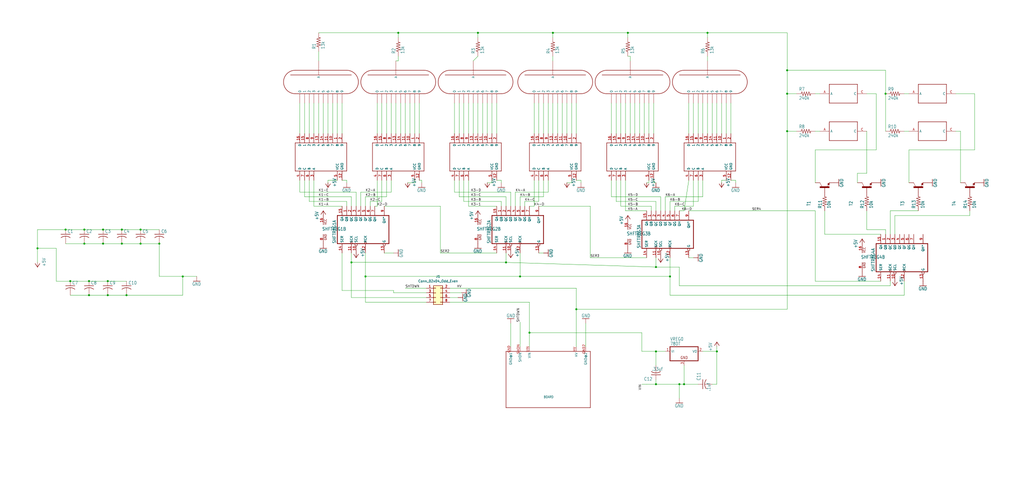
<source format=kicad_sch>
(kicad_sch (version 20230121) (generator eeschema)

  (uuid 87ebaafb-d15b-419d-a40d-baf723abb62f)

  (paper "User" 555.117 263.55)

  (lib_symbols
    (symbol "-NPN-SOT23-BEC_2" (in_bom yes) (on_board yes)
      (property "Reference" "T" (at -10.16 7.62 0)
        (effects (font (size 1.778 1.5113)) (justify left bottom))
      )
      (property "Value" "" (at -10.16 5.08 0)
        (effects (font (size 1.778 1.5113)) (justify left bottom))
      )
      (property "Footprint" "untitled:SOT23-BEC" (at 0 0 0)
        (effects (font (size 1.27 1.27)) hide)
      )
      (property "Datasheet" "" (at 0 0 0)
        (effects (font (size 1.27 1.27)) hide)
      )
      (property "ki_locked" "" (at 0 0 0)
        (effects (font (size 1.27 1.27)))
      )
      (symbol "-NPN-SOT23-BEC_2_1_0"
        (rectangle (start -0.254 -2.54) (end 0.508 2.54)
          (stroke (width 0) (type default))
          (fill (type outline))
        )
        (polyline
          (pts
            (xy 1.27 -2.54)
            (xy 1.778 -1.524)
          )
          (stroke (width 0.1524) (type solid))
          (fill (type none))
        )
        (polyline
          (pts
            (xy 1.524 -2.413)
            (xy 2.286 -2.413)
          )
          (stroke (width 0.254) (type solid))
          (fill (type none))
        )
        (polyline
          (pts
            (xy 1.524 -2.286)
            (xy 1.905 -2.286)
          )
          (stroke (width 0.254) (type solid))
          (fill (type none))
        )
        (polyline
          (pts
            (xy 1.54 -2.04)
            (xy 0.308 -1.424)
          )
          (stroke (width 0.1524) (type solid))
          (fill (type none))
        )
        (polyline
          (pts
            (xy 1.778 -1.778)
            (xy 1.524 -2.286)
          )
          (stroke (width 0.254) (type solid))
          (fill (type none))
        )
        (polyline
          (pts
            (xy 1.778 -1.524)
            (xy 2.54 -2.54)
          )
          (stroke (width 0.1524) (type solid))
          (fill (type none))
        )
        (polyline
          (pts
            (xy 1.905 -2.286)
            (xy 1.778 -2.032)
          )
          (stroke (width 0.254) (type solid))
          (fill (type none))
        )
        (polyline
          (pts
            (xy 2.286 -2.413)
            (xy 1.778 -1.778)
          )
          (stroke (width 0.254) (type solid))
          (fill (type none))
        )
        (polyline
          (pts
            (xy 2.54 -2.54)
            (xy 1.27 -2.54)
          )
          (stroke (width 0.1524) (type solid))
          (fill (type none))
        )
        (polyline
          (pts
            (xy 2.54 2.54)
            (xy 0.508 1.524)
          )
          (stroke (width 0.1524) (type solid))
          (fill (type none))
        )
        (pin passive line (at -2.54 0 0) (length 2.54)
          (name "B" (effects (font (size 0 0))))
          (number "1" (effects (font (size 0 0))))
        )
        (pin passive line (at 2.54 -5.08 90) (length 2.54)
          (name "E" (effects (font (size 0 0))))
          (number "2" (effects (font (size 0 0))))
        )
        (pin passive line (at 2.54 5.08 270) (length 2.54)
          (name "C" (effects (font (size 0 0))))
          (number "3" (effects (font (size 0 0))))
        )
      )
    )
    (symbol "-NPN-SOT23-BEC_3" (in_bom yes) (on_board yes)
      (property "Reference" "T" (at -10.16 7.62 0)
        (effects (font (size 1.778 1.5113)) (justify left bottom))
      )
      (property "Value" "" (at -10.16 5.08 0)
        (effects (font (size 1.778 1.5113)) (justify left bottom))
      )
      (property "Footprint" "untitled:SOT23-BEC" (at 0 0 0)
        (effects (font (size 1.27 1.27)) hide)
      )
      (property "Datasheet" "" (at 0 0 0)
        (effects (font (size 1.27 1.27)) hide)
      )
      (property "ki_locked" "" (at 0 0 0)
        (effects (font (size 1.27 1.27)))
      )
      (symbol "-NPN-SOT23-BEC_3_1_0"
        (rectangle (start -0.254 -2.54) (end 0.508 2.54)
          (stroke (width 0) (type default))
          (fill (type outline))
        )
        (polyline
          (pts
            (xy 1.27 -2.54)
            (xy 1.778 -1.524)
          )
          (stroke (width 0.1524) (type solid))
          (fill (type none))
        )
        (polyline
          (pts
            (xy 1.524 -2.413)
            (xy 2.286 -2.413)
          )
          (stroke (width 0.254) (type solid))
          (fill (type none))
        )
        (polyline
          (pts
            (xy 1.524 -2.286)
            (xy 1.905 -2.286)
          )
          (stroke (width 0.254) (type solid))
          (fill (type none))
        )
        (polyline
          (pts
            (xy 1.54 -2.04)
            (xy 0.308 -1.424)
          )
          (stroke (width 0.1524) (type solid))
          (fill (type none))
        )
        (polyline
          (pts
            (xy 1.778 -1.778)
            (xy 1.524 -2.286)
          )
          (stroke (width 0.254) (type solid))
          (fill (type none))
        )
        (polyline
          (pts
            (xy 1.778 -1.524)
            (xy 2.54 -2.54)
          )
          (stroke (width 0.1524) (type solid))
          (fill (type none))
        )
        (polyline
          (pts
            (xy 1.905 -2.286)
            (xy 1.778 -2.032)
          )
          (stroke (width 0.254) (type solid))
          (fill (type none))
        )
        (polyline
          (pts
            (xy 2.286 -2.413)
            (xy 1.778 -1.778)
          )
          (stroke (width 0.254) (type solid))
          (fill (type none))
        )
        (polyline
          (pts
            (xy 2.54 -2.54)
            (xy 1.27 -2.54)
          )
          (stroke (width 0.1524) (type solid))
          (fill (type none))
        )
        (polyline
          (pts
            (xy 2.54 2.54)
            (xy 0.508 1.524)
          )
          (stroke (width 0.1524) (type solid))
          (fill (type none))
        )
        (pin passive line (at -2.54 0 0) (length 2.54)
          (name "B" (effects (font (size 0 0))))
          (number "1" (effects (font (size 0 0))))
        )
        (pin passive line (at 2.54 -5.08 90) (length 2.54)
          (name "E" (effects (font (size 0 0))))
          (number "2" (effects (font (size 0 0))))
        )
        (pin passive line (at 2.54 5.08 270) (length 2.54)
          (name "C" (effects (font (size 0 0))))
          (number "3" (effects (font (size 0 0))))
        )
      )
    )
    (symbol "Connector_Generic:Conn_02x04_Odd_Even" (pin_names (offset 1.016) hide) (in_bom yes) (on_board yes)
      (property "Reference" "J" (at 1.27 5.08 0)
        (effects (font (size 1.27 1.27)))
      )
      (property "Value" "Conn_02x04_Odd_Even" (at 1.27 -7.62 0)
        (effects (font (size 1.27 1.27)))
      )
      (property "Footprint" "" (at 0 0 0)
        (effects (font (size 1.27 1.27)) hide)
      )
      (property "Datasheet" "~" (at 0 0 0)
        (effects (font (size 1.27 1.27)) hide)
      )
      (property "ki_keywords" "connector" (at 0 0 0)
        (effects (font (size 1.27 1.27)) hide)
      )
      (property "ki_description" "Generic connector, double row, 02x04, odd/even pin numbering scheme (row 1 odd numbers, row 2 even numbers), script generated (kicad-library-utils/schlib/autogen/connector/)" (at 0 0 0)
        (effects (font (size 1.27 1.27)) hide)
      )
      (property "ki_fp_filters" "Connector*:*_2x??_*" (at 0 0 0)
        (effects (font (size 1.27 1.27)) hide)
      )
      (symbol "Conn_02x04_Odd_Even_1_1"
        (rectangle (start -1.27 -4.953) (end 0 -5.207)
          (stroke (width 0.1524) (type default))
          (fill (type none))
        )
        (rectangle (start -1.27 -2.413) (end 0 -2.667)
          (stroke (width 0.1524) (type default))
          (fill (type none))
        )
        (rectangle (start -1.27 0.127) (end 0 -0.127)
          (stroke (width 0.1524) (type default))
          (fill (type none))
        )
        (rectangle (start -1.27 2.667) (end 0 2.413)
          (stroke (width 0.1524) (type default))
          (fill (type none))
        )
        (rectangle (start -1.27 3.81) (end 3.81 -6.35)
          (stroke (width 0.254) (type default))
          (fill (type background))
        )
        (rectangle (start 3.81 -4.953) (end 2.54 -5.207)
          (stroke (width 0.1524) (type default))
          (fill (type none))
        )
        (rectangle (start 3.81 -2.413) (end 2.54 -2.667)
          (stroke (width 0.1524) (type default))
          (fill (type none))
        )
        (rectangle (start 3.81 0.127) (end 2.54 -0.127)
          (stroke (width 0.1524) (type default))
          (fill (type none))
        )
        (rectangle (start 3.81 2.667) (end 2.54 2.413)
          (stroke (width 0.1524) (type default))
          (fill (type none))
        )
        (pin passive line (at -5.08 2.54 0) (length 3.81)
          (name "Pin_1" (effects (font (size 1.27 1.27))))
          (number "1" (effects (font (size 1.27 1.27))))
        )
        (pin passive line (at 7.62 2.54 180) (length 3.81)
          (name "Pin_2" (effects (font (size 1.27 1.27))))
          (number "2" (effects (font (size 1.27 1.27))))
        )
        (pin passive line (at -5.08 0 0) (length 3.81)
          (name "Pin_3" (effects (font (size 1.27 1.27))))
          (number "3" (effects (font (size 1.27 1.27))))
        )
        (pin passive line (at 7.62 0 180) (length 3.81)
          (name "Pin_4" (effects (font (size 1.27 1.27))))
          (number "4" (effects (font (size 1.27 1.27))))
        )
        (pin passive line (at -5.08 -2.54 0) (length 3.81)
          (name "Pin_5" (effects (font (size 1.27 1.27))))
          (number "5" (effects (font (size 1.27 1.27))))
        )
        (pin passive line (at 7.62 -2.54 180) (length 3.81)
          (name "Pin_6" (effects (font (size 1.27 1.27))))
          (number "6" (effects (font (size 1.27 1.27))))
        )
        (pin passive line (at -5.08 -5.08 0) (length 3.81)
          (name "Pin_7" (effects (font (size 1.27 1.27))))
          (number "7" (effects (font (size 1.27 1.27))))
        )
        (pin passive line (at 7.62 -5.08 180) (length 3.81)
          (name "Pin_8" (effects (font (size 1.27 1.27))))
          (number "8" (effects (font (size 1.27 1.27))))
        )
      )
    )
    (symbol "untitled-eagle-import:+5V" (power) (in_bom yes) (on_board yes)
      (property "Reference" "#P+" (at 0 0 0)
        (effects (font (size 1.27 1.27)) hide)
      )
      (property "Value" "+5V" (at -2.54 -5.08 90)
        (effects (font (size 1.778 1.5113)) (justify left bottom))
      )
      (property "Footprint" "" (at 0 0 0)
        (effects (font (size 1.27 1.27)) hide)
      )
      (property "Datasheet" "" (at 0 0 0)
        (effects (font (size 1.27 1.27)) hide)
      )
      (property "ki_locked" "" (at 0 0 0)
        (effects (font (size 1.27 1.27)))
      )
      (symbol "+5V_1_0"
        (polyline
          (pts
            (xy 0 0)
            (xy -1.27 -1.905)
          )
          (stroke (width 0.254) (type solid))
          (fill (type none))
        )
        (polyline
          (pts
            (xy 1.27 -1.905)
            (xy 0 0)
          )
          (stroke (width 0.254) (type solid))
          (fill (type none))
        )
        (pin power_in line (at 0 -2.54 90) (length 2.54)
          (name "+5V" (effects (font (size 0 0))))
          (number "1" (effects (font (size 0 0))))
        )
      )
    )
    (symbol "untitled-eagle-import:-NPN-SOT23-BEC" (in_bom yes) (on_board yes)
      (property "Reference" "T" (at -10.16 7.62 0)
        (effects (font (size 1.778 1.5113)) (justify left bottom))
      )
      (property "Value" "" (at -10.16 5.08 0)
        (effects (font (size 1.778 1.5113)) (justify left bottom))
      )
      (property "Footprint" "untitled:SOT23-BEC" (at 0 0 0)
        (effects (font (size 1.27 1.27)) hide)
      )
      (property "Datasheet" "" (at 0 0 0)
        (effects (font (size 1.27 1.27)) hide)
      )
      (property "ki_locked" "" (at 0 0 0)
        (effects (font (size 1.27 1.27)))
      )
      (symbol "-NPN-SOT23-BEC_1_0"
        (rectangle (start -0.254 -2.54) (end 0.508 2.54)
          (stroke (width 0) (type default))
          (fill (type outline))
        )
        (polyline
          (pts
            (xy 1.27 -2.54)
            (xy 1.778 -1.524)
          )
          (stroke (width 0.1524) (type solid))
          (fill (type none))
        )
        (polyline
          (pts
            (xy 1.524 -2.413)
            (xy 2.286 -2.413)
          )
          (stroke (width 0.254) (type solid))
          (fill (type none))
        )
        (polyline
          (pts
            (xy 1.524 -2.286)
            (xy 1.905 -2.286)
          )
          (stroke (width 0.254) (type solid))
          (fill (type none))
        )
        (polyline
          (pts
            (xy 1.54 -2.04)
            (xy 0.308 -1.424)
          )
          (stroke (width 0.1524) (type solid))
          (fill (type none))
        )
        (polyline
          (pts
            (xy 1.778 -1.778)
            (xy 1.524 -2.286)
          )
          (stroke (width 0.254) (type solid))
          (fill (type none))
        )
        (polyline
          (pts
            (xy 1.778 -1.524)
            (xy 2.54 -2.54)
          )
          (stroke (width 0.1524) (type solid))
          (fill (type none))
        )
        (polyline
          (pts
            (xy 1.905 -2.286)
            (xy 1.778 -2.032)
          )
          (stroke (width 0.254) (type solid))
          (fill (type none))
        )
        (polyline
          (pts
            (xy 2.286 -2.413)
            (xy 1.778 -1.778)
          )
          (stroke (width 0.254) (type solid))
          (fill (type none))
        )
        (polyline
          (pts
            (xy 2.54 -2.54)
            (xy 1.27 -2.54)
          )
          (stroke (width 0.1524) (type solid))
          (fill (type none))
        )
        (polyline
          (pts
            (xy 2.54 2.54)
            (xy 0.508 1.524)
          )
          (stroke (width 0.1524) (type solid))
          (fill (type none))
        )
        (pin passive line (at -2.54 0 0) (length 2.54)
          (name "B" (effects (font (size 0 0))))
          (number "1" (effects (font (size 0 0))))
        )
        (pin passive line (at 2.54 -5.08 90) (length 2.54)
          (name "E" (effects (font (size 0 0))))
          (number "2" (effects (font (size 0 0))))
        )
        (pin passive line (at 2.54 5.08 270) (length 2.54)
          (name "C" (effects (font (size 0 0))))
          (number "3" (effects (font (size 0 0))))
        )
      )
    )
    (symbol "untitled-eagle-import:74595N" (in_bom yes) (on_board yes)
      (property "Reference" "IC" (at -0.635 -0.635 0)
        (effects (font (size 1.778 1.5113)) (justify left bottom))
      )
      (property "Value" "" (at -7.62 -17.78 0)
        (effects (font (size 1.778 1.5113)) (justify left bottom) hide)
      )
      (property "Footprint" "untitled:DIL16" (at 0 0 0)
        (effects (font (size 1.27 1.27)) hide)
      )
      (property "Datasheet" "" (at 0 0 0)
        (effects (font (size 1.27 1.27)) hide)
      )
      (property "ki_locked" "" (at 0 0 0)
        (effects (font (size 1.27 1.27)))
      )
      (symbol "74595N_1_0"
        (polyline
          (pts
            (xy -7.62 -15.24)
            (xy 7.62 -15.24)
          )
          (stroke (width 0.4064) (type solid))
          (fill (type none))
        )
        (polyline
          (pts
            (xy -7.62 12.7)
            (xy -7.62 -15.24)
          )
          (stroke (width 0.4064) (type solid))
          (fill (type none))
        )
        (polyline
          (pts
            (xy 7.62 -15.24)
            (xy 7.62 12.7)
          )
          (stroke (width 0.4064) (type solid))
          (fill (type none))
        )
        (polyline
          (pts
            (xy 7.62 12.7)
            (xy -7.62 12.7)
          )
          (stroke (width 0.4064) (type solid))
          (fill (type none))
        )
        (pin tri_state line (at 12.7 7.62 180) (length 5.08)
          (name "QB" (effects (font (size 1.27 1.27))))
          (number "1" (effects (font (size 1.27 1.27))))
        )
        (pin input inverted (at -12.7 2.54 0) (length 5.08)
          (name "SCL" (effects (font (size 1.27 1.27))))
          (number "10" (effects (font (size 1.27 1.27))))
        )
        (pin input clock (at -12.7 5.08 0) (length 5.08)
          (name "SCK" (effects (font (size 1.27 1.27))))
          (number "11" (effects (font (size 1.27 1.27))))
        )
        (pin input clock (at -12.7 -2.54 0) (length 5.08)
          (name "RCK" (effects (font (size 1.27 1.27))))
          (number "12" (effects (font (size 1.27 1.27))))
        )
        (pin input inverted (at -12.7 -12.7 0) (length 5.08)
          (name "G" (effects (font (size 1.27 1.27))))
          (number "13" (effects (font (size 1.27 1.27))))
        )
        (pin input line (at -12.7 10.16 0) (length 5.08)
          (name "SER" (effects (font (size 1.27 1.27))))
          (number "14" (effects (font (size 1.27 1.27))))
        )
        (pin tri_state line (at 12.7 10.16 180) (length 5.08)
          (name "QA" (effects (font (size 1.27 1.27))))
          (number "15" (effects (font (size 1.27 1.27))))
        )
        (pin tri_state line (at 12.7 5.08 180) (length 5.08)
          (name "QC" (effects (font (size 1.27 1.27))))
          (number "2" (effects (font (size 1.27 1.27))))
        )
        (pin tri_state line (at 12.7 2.54 180) (length 5.08)
          (name "QD" (effects (font (size 1.27 1.27))))
          (number "3" (effects (font (size 1.27 1.27))))
        )
        (pin tri_state line (at 12.7 0 180) (length 5.08)
          (name "QE" (effects (font (size 1.27 1.27))))
          (number "4" (effects (font (size 1.27 1.27))))
        )
        (pin tri_state line (at 12.7 -2.54 180) (length 5.08)
          (name "QF" (effects (font (size 1.27 1.27))))
          (number "5" (effects (font (size 1.27 1.27))))
        )
        (pin tri_state line (at 12.7 -5.08 180) (length 5.08)
          (name "QG" (effects (font (size 1.27 1.27))))
          (number "6" (effects (font (size 1.27 1.27))))
        )
        (pin tri_state line (at 12.7 -7.62 180) (length 5.08)
          (name "QH" (effects (font (size 1.27 1.27))))
          (number "7" (effects (font (size 1.27 1.27))))
        )
        (pin tri_state line (at 12.7 -12.7 180) (length 5.08)
          (name "QH*" (effects (font (size 1.27 1.27))))
          (number "9" (effects (font (size 1.27 1.27))))
        )
      )
      (symbol "74595N_2_0"
        (text "GND" (at 1.905 -5.842 900)
          (effects (font (size 1.27 1.0795)) (justify left bottom))
        )
        (text "VCC" (at 1.905 2.54 900)
          (effects (font (size 1.27 1.0795)) (justify left bottom))
        )
        (pin power_in line (at 0 7.62 270) (length 5.08)
          (name "VCC" (effects (font (size 0 0))))
          (number "16" (effects (font (size 1.27 1.27))))
        )
        (pin power_in line (at 0 -7.62 90) (length 5.08)
          (name "GND" (effects (font (size 0 0))))
          (number "8" (effects (font (size 1.27 1.27))))
        )
      )
    )
    (symbol "untitled-eagle-import:78DT" (in_bom yes) (on_board yes)
      (property "Reference" "IC" (at -7.62 5.715 0)
        (effects (font (size 1.778 1.5113)) (justify left bottom))
      )
      (property "Value" "" (at -7.62 3.175 0)
        (effects (font (size 1.778 1.5113)) (justify left bottom))
      )
      (property "Footprint" "untitled:TO252" (at 0 0 0)
        (effects (font (size 1.27 1.27)) hide)
      )
      (property "Datasheet" "" (at 0 0 0)
        (effects (font (size 1.27 1.27)) hide)
      )
      (property "ki_locked" "" (at 0 0 0)
        (effects (font (size 1.27 1.27)))
      )
      (symbol "78DT_1_0"
        (polyline
          (pts
            (xy -7.62 -5.08)
            (xy 7.62 -5.08)
          )
          (stroke (width 0.4064) (type solid))
          (fill (type none))
        )
        (polyline
          (pts
            (xy -7.62 2.54)
            (xy -7.62 -5.08)
          )
          (stroke (width 0.4064) (type solid))
          (fill (type none))
        )
        (polyline
          (pts
            (xy 7.62 -5.08)
            (xy 7.62 2.54)
          )
          (stroke (width 0.4064) (type solid))
          (fill (type none))
        )
        (polyline
          (pts
            (xy 7.62 2.54)
            (xy -7.62 2.54)
          )
          (stroke (width 0.4064) (type solid))
          (fill (type none))
        )
        (text "GND" (at -2.032 -4.318 0)
          (effects (font (size 1.524 1.2954)) (justify left bottom))
        )
        (pin input line (at -10.16 0 0) (length 2.54)
          (name "VI" (effects (font (size 1.27 1.27))))
          (number "1" (effects (font (size 1.27 1.27))))
        )
        (pin passive line (at 10.16 0 180) (length 2.54)
          (name "VO" (effects (font (size 1.27 1.27))))
          (number "2" (effects (font (size 1.27 1.27))))
        )
        (pin passive line (at 0 -7.62 90) (length 2.54)
          (name "GND" (effects (font (size 0 0))))
          (number "3" (effects (font (size 1.27 1.27))))
        )
      )
    )
    (symbol "untitled-eagle-import:BOARD" (in_bom yes) (on_board yes)
      (property "Reference" "" (at 20.32 -5.08 0)
        (effects (font (size 1.27 1.0795)) (justify left bottom) hide)
      )
      (property "Value" "" (at 20.32 -22.86 0)
        (effects (font (size 1.27 1.0795)) (justify left bottom))
      )
      (property "Footprint" "untitled:BOARD" (at 0 0 0)
        (effects (font (size 1.27 1.27)) hide)
      )
      (property "Datasheet" "" (at 0 0 0)
        (effects (font (size 1.27 1.27)) hide)
      )
      (property "ki_locked" "" (at 0 0 0)
        (effects (font (size 1.27 1.27)))
      )
      (symbol "BOARD_1_0"
        (polyline
          (pts
            (xy 0 -30.48)
            (xy 0 0)
          )
          (stroke (width 0.254) (type solid))
          (fill (type none))
        )
        (polyline
          (pts
            (xy 0 0)
            (xy 45.72 0)
          )
          (stroke (width 0.254) (type solid))
          (fill (type none))
        )
        (polyline
          (pts
            (xy 45.72 -30.48)
            (xy 0 -30.48)
          )
          (stroke (width 0.254) (type solid))
          (fill (type none))
        )
        (polyline
          (pts
            (xy 45.72 0)
            (xy 45.72 -30.48)
          )
          (stroke (width 0.254) (type solid))
          (fill (type none))
        )
        (pin bidirectional line (at 2.54 2.54 270) (length 2.54)
          (name "GND@1" (effects (font (size 1.27 1.27))))
          (number "GND" (effects (font (size 1.27 1.27))))
        )
        (pin bidirectional line (at 43.18 2.54 270) (length 2.54)
          (name "GND@2" (effects (font (size 1.27 1.27))))
          (number "GND2" (effects (font (size 1.27 1.27))))
        )
        (pin bidirectional line (at 38.1 2.54 270) (length 2.54)
          (name "HV" (effects (font (size 1.27 1.27))))
          (number "HV" (effects (font (size 1.27 1.27))))
        )
        (pin bidirectional line (at 7.62 2.54 270) (length 2.54)
          (name "SHDN" (effects (font (size 1.27 1.27))))
          (number "SHDN" (effects (font (size 1.27 1.27))))
        )
        (pin bidirectional line (at 12.7 2.54 270) (length 2.54)
          (name "VIN" (effects (font (size 1.27 1.27))))
          (number "VIN" (effects (font (size 1.27 1.27))))
        )
      )
    )
    (symbol "untitled-eagle-import:C-USC0805" (in_bom yes) (on_board yes)
      (property "Reference" "C" (at 1.016 0.635 0)
        (effects (font (size 1.778 1.5113)) (justify left bottom))
      )
      (property "Value" "" (at 1.016 -4.191 0)
        (effects (font (size 1.778 1.5113)) (justify left bottom))
      )
      (property "Footprint" "untitled:C0805" (at 0 0 0)
        (effects (font (size 1.27 1.27)) hide)
      )
      (property "Datasheet" "" (at 0 0 0)
        (effects (font (size 1.27 1.27)) hide)
      )
      (property "ki_locked" "" (at 0 0 0)
        (effects (font (size 1.27 1.27)))
      )
      (symbol "C-USC0805_1_0"
        (arc (start 0 -1.0161) (mid -1.302 -1.2303) (end -2.4668 -1.8504)
          (stroke (width 0.254) (type solid))
          (fill (type none))
        )
        (polyline
          (pts
            (xy -2.54 0)
            (xy 2.54 0)
          )
          (stroke (width 0.254) (type solid))
          (fill (type none))
        )
        (polyline
          (pts
            (xy 0 -1.016)
            (xy 0 -2.54)
          )
          (stroke (width 0.1524) (type solid))
          (fill (type none))
        )
        (arc (start 2.4892 -1.8541) (mid 1.3158 -1.2194) (end 0 -1)
          (stroke (width 0.254) (type solid))
          (fill (type none))
        )
        (pin passive line (at 0 2.54 270) (length 2.54)
          (name "1" (effects (font (size 0 0))))
          (number "1" (effects (font (size 0 0))))
        )
        (pin passive line (at 0 -5.08 90) (length 2.54)
          (name "2" (effects (font (size 0 0))))
          (number "2" (effects (font (size 0 0))))
        )
      )
    )
    (symbol "untitled-eagle-import:GND" (power) (in_bom yes) (on_board yes)
      (property "Reference" "#GND" (at 0 0 0)
        (effects (font (size 1.27 1.27)) hide)
      )
      (property "Value" "GND" (at -2.54 -2.54 0)
        (effects (font (size 1.778 1.5113)) (justify left bottom))
      )
      (property "Footprint" "" (at 0 0 0)
        (effects (font (size 1.27 1.27)) hide)
      )
      (property "Datasheet" "" (at 0 0 0)
        (effects (font (size 1.27 1.27)) hide)
      )
      (property "ki_locked" "" (at 0 0 0)
        (effects (font (size 1.27 1.27)))
      )
      (symbol "GND_1_0"
        (polyline
          (pts
            (xy -1.905 0)
            (xy 1.905 0)
          )
          (stroke (width 0.254) (type solid))
          (fill (type none))
        )
        (pin power_in line (at 0 2.54 270) (length 2.54)
          (name "GND" (effects (font (size 0 0))))
          (number "1" (effects (font (size 0 0))))
        )
      )
    )
    (symbol "untitled-eagle-import:IN-12A" (in_bom yes) (on_board yes)
      (property "Reference" "N" (at -2.54 17.78 0)
        (effects (font (size 1.778 1.5113)) (justify left bottom) hide)
      )
      (property "Value" "" (at 0 0 0)
        (effects (font (size 1.27 1.27)) hide)
      )
      (property "Footprint" "untitled:IN-12" (at 0 0 0)
        (effects (font (size 1.27 1.27)) hide)
      )
      (property "Datasheet" "" (at 0 0 0)
        (effects (font (size 1.27 1.27)) hide)
      )
      (property "ki_locked" "" (at 0 0 0)
        (effects (font (size 1.27 1.27)))
      )
      (symbol "IN-12A_1_0"
        (arc (start -2.54 -17.78) (mid 3.81 -24.1024) (end 10.16 -17.78)
          (stroke (width 0.254) (type solid))
          (fill (type none))
        )
        (polyline
          (pts
            (xy -2.54 10.16)
            (xy -2.54 -17.78)
          )
          (stroke (width 0.254) (type solid))
          (fill (type none))
        )
        (polyline
          (pts
            (xy 7.62 12.7)
            (xy 7.62 -20.32)
          )
          (stroke (width 0.254) (type solid))
          (fill (type none))
        )
        (polyline
          (pts
            (xy 10.16 10.16)
            (xy 10.16 -17.78)
          )
          (stroke (width 0.254) (type solid))
          (fill (type none))
        )
        (arc (start 10.16 10.16) (mid 3.81 16.4824) (end -2.54 10.16)
          (stroke (width 0.254) (type solid))
          (fill (type none))
        )
        (pin bidirectional line (at -7.62 7.62 0) (length 5.08)
          (name "0" (effects (font (size 1.27 1.27))))
          (number "0" (effects (font (size 0 0))))
        )
        (pin bidirectional line (at -7.62 5.08 0) (length 5.08)
          (name "1" (effects (font (size 1.27 1.27))))
          (number "1" (effects (font (size 0 0))))
        )
        (pin bidirectional line (at -7.62 2.54 0) (length 5.08)
          (name "2" (effects (font (size 1.27 1.27))))
          (number "2" (effects (font (size 0 0))))
        )
        (pin bidirectional line (at -7.62 0 0) (length 5.08)
          (name "3" (effects (font (size 1.27 1.27))))
          (number "3" (effects (font (size 0 0))))
        )
        (pin bidirectional line (at -7.62 -2.54 0) (length 5.08)
          (name "4" (effects (font (size 1.27 1.27))))
          (number "4" (effects (font (size 0 0))))
        )
        (pin bidirectional line (at -7.62 -5.08 0) (length 5.08)
          (name "5" (effects (font (size 1.27 1.27))))
          (number "5" (effects (font (size 0 0))))
        )
        (pin bidirectional line (at -7.62 -7.62 0) (length 5.08)
          (name "6" (effects (font (size 1.27 1.27))))
          (number "6" (effects (font (size 0 0))))
        )
        (pin bidirectional line (at -7.62 -10.16 0) (length 5.08)
          (name "7" (effects (font (size 1.27 1.27))))
          (number "7" (effects (font (size 0 0))))
        )
        (pin bidirectional line (at -7.62 -12.7 0) (length 5.08)
          (name "8" (effects (font (size 1.27 1.27))))
          (number "8" (effects (font (size 0 0))))
        )
        (pin bidirectional line (at -7.62 -15.24 0) (length 5.08)
          (name "9" (effects (font (size 1.27 1.27))))
          (number "9" (effects (font (size 0 0))))
        )
        (pin bidirectional line (at 15.24 -2.54 180) (length 7.62)
          (name "A" (effects (font (size 1.27 1.27))))
          (number "A" (effects (font (size 0 0))))
        )
      )
    )
    (symbol "untitled-eagle-import:INS-1" (in_bom yes) (on_board yes)
      (property "Reference" "" (at -7.62 7.62 0)
        (effects (font (size 1.778 1.5113)) (justify left bottom) hide)
      )
      (property "Value" "" (at -7.62 -7.62 0)
        (effects (font (size 1.778 1.5113)) (justify left bottom) hide)
      )
      (property "Footprint" "untitled:INS-1" (at 0 0 0)
        (effects (font (size 1.27 1.27)) hide)
      )
      (property "Datasheet" "" (at 0 0 0)
        (effects (font (size 1.27 1.27)) hide)
      )
      (property "ki_locked" "" (at 0 0 0)
        (effects (font (size 1.27 1.27)))
      )
      (symbol "INS-1_1_0"
        (polyline
          (pts
            (xy -7.62 -5.08)
            (xy 7.62 -5.08)
          )
          (stroke (width 0.254) (type solid))
          (fill (type none))
        )
        (polyline
          (pts
            (xy -7.62 5.08)
            (xy -7.62 -5.08)
          )
          (stroke (width 0.254) (type solid))
          (fill (type none))
        )
        (polyline
          (pts
            (xy 7.62 -5.08)
            (xy 7.62 5.08)
          )
          (stroke (width 0.254) (type solid))
          (fill (type none))
        )
        (polyline
          (pts
            (xy 7.62 5.08)
            (xy -7.62 5.08)
          )
          (stroke (width 0.254) (type solid))
          (fill (type none))
        )
        (pin bidirectional line (at -12.7 0 0) (length 5.08)
          (name "A" (effects (font (size 1.27 1.27))))
          (number "A" (effects (font (size 1.27 1.27))))
        )
        (pin bidirectional line (at 12.7 0 180) (length 5.08)
          (name "C" (effects (font (size 1.27 1.27))))
          (number "C" (effects (font (size 1.27 1.27))))
        )
      )
    )
    (symbol "untitled-eagle-import:K155ID1DIL16" (in_bom yes) (on_board yes)
      (property "Reference" "" (at -7.62 15.24 0)
        (effects (font (size 1.778 1.5113)) (justify left bottom) hide)
      )
      (property "Value" "" (at -7.62 -17.78 0)
        (effects (font (size 1.778 1.5113)) (justify left bottom) hide)
      )
      (property "Footprint" "untitled:DIL16" (at 0 0 0)
        (effects (font (size 1.27 1.27)) hide)
      )
      (property "Datasheet" "" (at 0 0 0)
        (effects (font (size 1.27 1.27)) hide)
      )
      (property "ki_locked" "" (at 0 0 0)
        (effects (font (size 1.27 1.27)))
      )
      (symbol "K155ID1DIL16_1_0"
        (polyline
          (pts
            (xy -7.62 -15.24)
            (xy 7.62 -15.24)
          )
          (stroke (width 0.254) (type solid))
          (fill (type none))
        )
        (polyline
          (pts
            (xy -7.62 12.7)
            (xy -7.62 -15.24)
          )
          (stroke (width 0.254) (type solid))
          (fill (type none))
        )
        (polyline
          (pts
            (xy 7.62 -15.24)
            (xy 7.62 12.7)
          )
          (stroke (width 0.254) (type solid))
          (fill (type none))
        )
        (polyline
          (pts
            (xy 7.62 12.7)
            (xy -7.62 12.7)
          )
          (stroke (width 0.254) (type solid))
          (fill (type none))
        )
        (pin bidirectional line (at 12.7 -10.16 180) (length 5.08)
          (name "8" (effects (font (size 1.27 1.27))))
          (number "1" (effects (font (size 1.27 1.27))))
        )
        (pin bidirectional line (at 12.7 -7.62 180) (length 5.08)
          (name "7" (effects (font (size 1.27 1.27))))
          (number "10" (effects (font (size 1.27 1.27))))
        )
        (pin bidirectional line (at 12.7 -5.08 180) (length 5.08)
          (name "6" (effects (font (size 1.27 1.27))))
          (number "11" (effects (font (size 1.27 1.27))))
        )
        (pin bidirectional line (at -12.7 -12.7 0) (length 5.08)
          (name "GND" (effects (font (size 1.27 1.27))))
          (number "12" (effects (font (size 1.27 1.27))))
        )
        (pin bidirectional line (at 12.7 0 180) (length 5.08)
          (name "4" (effects (font (size 1.27 1.27))))
          (number "13" (effects (font (size 1.27 1.27))))
        )
        (pin bidirectional line (at 12.7 -2.54 180) (length 5.08)
          (name "5" (effects (font (size 1.27 1.27))))
          (number "14" (effects (font (size 1.27 1.27))))
        )
        (pin bidirectional line (at 12.7 7.62 180) (length 5.08)
          (name "1" (effects (font (size 1.27 1.27))))
          (number "15" (effects (font (size 1.27 1.27))))
        )
        (pin bidirectional line (at 12.7 10.16 180) (length 5.08)
          (name "0" (effects (font (size 1.27 1.27))))
          (number "16" (effects (font (size 1.27 1.27))))
        )
        (pin bidirectional line (at 12.7 -12.7 180) (length 5.08)
          (name "9" (effects (font (size 1.27 1.27))))
          (number "2" (effects (font (size 1.27 1.27))))
        )
        (pin input line (at -12.7 2.54 0) (length 5.08)
          (name "A" (effects (font (size 1.27 1.27))))
          (number "3" (effects (font (size 1.27 1.27))))
        )
        (pin input line (at -12.7 10.16 0) (length 5.08)
          (name "D" (effects (font (size 1.27 1.27))))
          (number "4" (effects (font (size 1.27 1.27))))
        )
        (pin bidirectional line (at -12.7 -10.16 0) (length 5.08)
          (name "VCC" (effects (font (size 1.27 1.27))))
          (number "5" (effects (font (size 1.27 1.27))))
        )
        (pin input line (at -12.7 5.08 0) (length 5.08)
          (name "B" (effects (font (size 1.27 1.27))))
          (number "6" (effects (font (size 1.27 1.27))))
        )
        (pin input line (at -12.7 7.62 0) (length 5.08)
          (name "C" (effects (font (size 1.27 1.27))))
          (number "7" (effects (font (size 1.27 1.27))))
        )
        (pin bidirectional line (at 12.7 5.08 180) (length 5.08)
          (name "2" (effects (font (size 1.27 1.27))))
          (number "8" (effects (font (size 1.27 1.27))))
        )
        (pin bidirectional line (at 12.7 2.54 180) (length 5.08)
          (name "3" (effects (font (size 1.27 1.27))))
          (number "9" (effects (font (size 1.27 1.27))))
        )
      )
    )
    (symbol "untitled-eagle-import:R-US_R0805" (in_bom yes) (on_board yes)
      (property "Reference" "R" (at -3.81 1.4986 0)
        (effects (font (size 1.778 1.5113)) (justify left bottom))
      )
      (property "Value" "" (at -3.81 -3.302 0)
        (effects (font (size 1.778 1.5113)) (justify left bottom))
      )
      (property "Footprint" "untitled:R0805" (at 0 0 0)
        (effects (font (size 1.27 1.27)) hide)
      )
      (property "Datasheet" "" (at 0 0 0)
        (effects (font (size 1.27 1.27)) hide)
      )
      (property "ki_locked" "" (at 0 0 0)
        (effects (font (size 1.27 1.27)))
      )
      (symbol "R-US_R0805_1_0"
        (polyline
          (pts
            (xy -2.54 0)
            (xy -2.159 1.016)
          )
          (stroke (width 0.2032) (type solid))
          (fill (type none))
        )
        (polyline
          (pts
            (xy -2.159 1.016)
            (xy -1.524 -1.016)
          )
          (stroke (width 0.2032) (type solid))
          (fill (type none))
        )
        (polyline
          (pts
            (xy -1.524 -1.016)
            (xy -0.889 1.016)
          )
          (stroke (width 0.2032) (type solid))
          (fill (type none))
        )
        (polyline
          (pts
            (xy -0.889 1.016)
            (xy -0.254 -1.016)
          )
          (stroke (width 0.2032) (type solid))
          (fill (type none))
        )
        (polyline
          (pts
            (xy -0.254 -1.016)
            (xy 0.381 1.016)
          )
          (stroke (width 0.2032) (type solid))
          (fill (type none))
        )
        (polyline
          (pts
            (xy 0.381 1.016)
            (xy 1.016 -1.016)
          )
          (stroke (width 0.2032) (type solid))
          (fill (type none))
        )
        (polyline
          (pts
            (xy 1.016 -1.016)
            (xy 1.651 1.016)
          )
          (stroke (width 0.2032) (type solid))
          (fill (type none))
        )
        (polyline
          (pts
            (xy 1.651 1.016)
            (xy 2.286 -1.016)
          )
          (stroke (width 0.2032) (type solid))
          (fill (type none))
        )
        (polyline
          (pts
            (xy 2.286 -1.016)
            (xy 2.54 0)
          )
          (stroke (width 0.2032) (type solid))
          (fill (type none))
        )
        (pin passive line (at -5.08 0 0) (length 2.54)
          (name "1" (effects (font (size 0 0))))
          (number "1" (effects (font (size 0 0))))
        )
        (pin passive line (at 5.08 0 180) (length 2.54)
          (name "2" (effects (font (size 0 0))))
          (number "2" (effects (font (size 0 0))))
        )
      )
    )
  )

  (junction (at 58.42 160.02) (diameter 0) (color 0 0 0 0)
    (uuid 0028b6d7-dc8d-49de-95f0-16c0f9b0ac06)
  )
  (junction (at 355.6 190.5) (diameter 0) (color 0 0 0 0)
    (uuid 046fbfd1-e11f-41e3-96b4-80946b8174f1)
  )
  (junction (at 426.72 50.8) (diameter 0) (color 0 0 0 0)
    (uuid 06b32f65-86df-4d60-805b-f860a7a19b4b)
  )
  (junction (at 66.04 124.46) (diameter 0) (color 0 0 0 0)
    (uuid 0dc25f73-63f6-4a2e-92b1-0a87b5b6c369)
  )
  (junction (at 355.6 208.28) (diameter 0) (color 0 0 0 0)
    (uuid 13886d14-8181-4bc2-af5e-1773b3036b7b)
  )
  (junction (at 274.32 142.24) (diameter 0) (color 0 0 0 0)
    (uuid 1b20ad54-9d48-468b-ae8b-49b544b4fee3)
  )
  (junction (at 68.58 160.02) (diameter 0) (color 0 0 0 0)
    (uuid 1d20f429-87de-4c52-92db-2db63fdfa067)
  )
  (junction (at 426.72 71.12) (diameter 0) (color 0 0 0 0)
    (uuid 283ee8b7-7d7b-4a7e-a9ca-52532731133e)
  )
  (junction (at 48.26 152.4) (diameter 0) (color 0 0 0 0)
    (uuid 300f8895-c66e-4ff7-aa68-2366a1fc4873)
  )
  (junction (at 55.88 124.46) (diameter 0) (color 0 0 0 0)
    (uuid 38e0e1aa-b0c0-4643-8526-baaee03bc634)
  )
  (junction (at 355.6 144.78) (diameter 0) (color 0 0 0 0)
    (uuid 3a98b7e1-d112-41ea-bd65-5c0d6d0cea9f)
  )
  (junction (at 281.94 149.86) (diameter 0) (color 0 0 0 0)
    (uuid 3edcfd9d-b260-4914-8037-ccc26b300a24)
  )
  (junction (at 370.84 208.28) (diameter 0) (color 0 0 0 0)
    (uuid 478b2565-374d-4b2a-8069-206b65c6c073)
  )
  (junction (at 190.5 142.24) (diameter 0) (color 0 0 0 0)
    (uuid 48895727-0a7d-42bb-a39a-a2472afafe15)
  )
  (junction (at 55.88 132.08) (diameter 0) (color 0 0 0 0)
    (uuid 624e2ff7-ca40-426b-96dc-500157663875)
  )
  (junction (at 340.36 17.78) (diameter 0) (color 0 0 0 0)
    (uuid 68ce1092-204a-4e55-b4a9-1692e733acb7)
  )
  (junction (at 312.42 167.64) (diameter 0) (color 0 0 0 0)
    (uuid 71be77dc-fd80-48a5-a596-b239dce358d9)
  )
  (junction (at 76.2 132.08) (diameter 0) (color 0 0 0 0)
    (uuid 8b0d811d-22db-4aa4-9888-e8cbaf6eafa2)
  )
  (junction (at 363.22 149.86) (diameter 0) (color 0 0 0 0)
    (uuid 952efe00-06af-4dce-a4d9-255e9d31d4bf)
  )
  (junction (at 426.72 38.1) (diameter 0) (color 0 0 0 0)
    (uuid 9906e54c-3255-4d03-aad2-8c5a90de63ea)
  )
  (junction (at 66.04 132.08) (diameter 0) (color 0 0 0 0)
    (uuid 9e815956-3620-4a95-adc1-9f2e18ad3685)
  )
  (junction (at 99.06 149.86) (diameter 0) (color 0 0 0 0)
    (uuid a448da2d-53dd-4d8a-889c-737a80682082)
  )
  (junction (at 20.32 134.62) (diameter 0) (color 0 0 0 0)
    (uuid a7e94877-ed9e-4090-b49f-5e84f2410b5f)
  )
  (junction (at 45.72 124.46) (diameter 0) (color 0 0 0 0)
    (uuid aface067-7585-4242-8810-b18d01c0f116)
  )
  (junction (at 480.06 50.8) (diameter 0) (color 0 0 0 0)
    (uuid b3c631f7-59dd-4fad-9f49-9952e1e373d9)
  )
  (junction (at 215.9 17.78) (diameter 0) (color 0 0 0 0)
    (uuid b79ae149-93e0-4a90-a324-03ee83e2df18)
  )
  (junction (at 198.12 149.86) (diameter 0) (color 0 0 0 0)
    (uuid b975329e-59c5-4171-bce6-2a8eb8316249)
  )
  (junction (at 388.62 190.5) (diameter 0) (color 0 0 0 0)
    (uuid b9e92285-ae60-40b8-8631-21b2439c4a35)
  )
  (junction (at 35.56 124.46) (diameter 0) (color 0 0 0 0)
    (uuid bac05ceb-362c-47d5-9763-d64209eda2d9)
  )
  (junction (at 86.36 132.08) (diameter 0) (color 0 0 0 0)
    (uuid c0ad0d37-d024-4895-95b5-3b01116ce3bb)
  )
  (junction (at 299.72 17.78) (diameter 0) (color 0 0 0 0)
    (uuid c63fa6e8-4f16-4ab6-bfb7-7ab83d397b22)
  )
  (junction (at 76.2 124.46) (diameter 0) (color 0 0 0 0)
    (uuid c75f60e9-9ff6-4079-a543-30b92b66ac23)
  )
  (junction (at 287.02 180.34) (diameter 0) (color 0 0 0 0)
    (uuid cafb877c-4a6f-4ce4-a6ec-966f5ea2cab1)
  )
  (junction (at 383.54 17.78) (diameter 0) (color 0 0 0 0)
    (uuid d8991b96-6710-4625-9e57-54abb6d3701e)
  )
  (junction (at 48.26 160.02) (diameter 0) (color 0 0 0 0)
    (uuid e0ed88f1-7a0c-4ddd-b66a-b152db2a0795)
  )
  (junction (at 45.72 132.08) (diameter 0) (color 0 0 0 0)
    (uuid e14cbdd8-2346-4fd0-89b8-0b93ca80db02)
  )
  (junction (at 38.1 152.4) (diameter 0) (color 0 0 0 0)
    (uuid e85467e2-f1ae-4257-a9c5-78e4ed898597)
  )
  (junction (at 368.3 208.28) (diameter 0) (color 0 0 0 0)
    (uuid f06d766e-9f3d-4cc3-a363-aa90ea5f5c3d)
  )
  (junction (at 58.42 152.4) (diameter 0) (color 0 0 0 0)
    (uuid f20d099e-e83b-4c3e-8755-efd1105f825c)
  )
  (junction (at 259.08 17.78) (diameter 0) (color 0 0 0 0)
    (uuid fc7793dd-4fc3-4e70-8dd0-c37594f52c11)
  )

  (wire (pts (xy 350.52 114.3) (xy 339.09 114.3))
    (stroke (width 0.1524) (type solid))
    (uuid 00106a2f-697d-4613-976d-c6fe4dd253d9)
  )
  (wire (pts (xy 292.1 137.16) (xy 294.64 137.16))
    (stroke (width 0.1524) (type solid))
    (uuid 0061d177-98e8-4afa-90af-05e3fe2af553)
  )
  (wire (pts (xy 363.22 149.86) (xy 281.94 149.86))
    (stroke (width 0.1524) (type solid))
    (uuid 017ec864-47b2-464b-9f87-87ce54ace614)
  )
  (wire (pts (xy 490.22 50.8) (xy 492.76 50.8))
    (stroke (width 0.1524) (type solid))
    (uuid 018e61a8-6141-45ac-bf7e-09e862a78753)
  )
  (wire (pts (xy 474.98 81.28) (xy 474.98 50.8))
    (stroke (width 0.1524) (type solid))
    (uuid 07460ef1-d6b2-484d-b3fa-195e928e8dd5)
  )
  (wire (pts (xy 334.01 72.39) (xy 334.01 55.88))
    (stroke (width 0.1524) (type solid))
    (uuid 078721ce-4caf-4982-9012-484a2a017de9)
  )
  (wire (pts (xy 340.36 20.32) (xy 340.36 17.78))
    (stroke (width 0.1524) (type solid))
    (uuid 095b5dc4-fd5d-4994-9ff8-5e1ba74a8f33)
  )
  (wire (pts (xy 215.9 33.02) (xy 215.9 30.48))
    (stroke (width 0.1524) (type solid))
    (uuid 0b69d72c-9823-4ba6-8ad0-192b11a2a405)
  )
  (wire (pts (xy 68.58 160.02) (xy 99.06 160.02))
    (stroke (width 0.1524) (type solid))
    (uuid 0c54212e-ee47-4f3d-a51f-a006062afd4c)
  )
  (wire (pts (xy 347.98 208.28) (xy 350.52 208.28))
    (stroke (width 0) (type default))
    (uuid 0d238e0e-a741-4d64-a4a1-3b70f5887543)
  )
  (wire (pts (xy 370.84 208.28) (xy 378.46 208.28))
    (stroke (width 0.1524) (type solid))
    (uuid 0da42d55-9730-4068-969e-2d2991aa9acc)
  )
  (wire (pts (xy 246.38 55.88) (xy 246.38 72.39))
    (stroke (width 0.1524) (type solid))
    (uuid 0dbe093a-c864-47fe-96d3-39351e9655db)
  )
  (wire (pts (xy 190.5 111.76) (xy 190.5 106.68))
    (stroke (width 0.1524) (type solid))
    (uuid 0dd7434e-8228-46ca-852a-0cd8bfff9e8d)
  )
  (wire (pts (xy 304.8 55.88) (xy 304.8 72.39))
    (stroke (width 0.1524) (type solid))
    (uuid 0f83f115-15c1-449c-9070-cda216ac3282)
  )
  (wire (pts (xy 334.01 109.22) (xy 334.01 97.79))
    (stroke (width 0.1524) (type solid))
    (uuid 1002a7df-b160-449d-bc6f-9b9b62f3ca13)
  )
  (wire (pts (xy 248.92 72.39) (xy 248.92 55.88))
    (stroke (width 0.1524) (type solid))
    (uuid 106a81b6-4250-4555-a087-b0cd2735d644)
  )
  (wire (pts (xy 213.36 157.48) (xy 213.36 158.75))
    (stroke (width 0) (type default))
    (uuid 107278e3-711a-49b4-94fe-d07eb7e07279)
  )
  (wire (pts (xy 227.33 97.79) (xy 228.6 97.79))
    (stroke (width 0.1524) (type solid))
    (uuid 13837ad9-ff76-4deb-96a7-1500a0c46688)
  )
  (wire (pts (xy 388.62 187.96) (xy 388.62 190.5))
    (stroke (width 0.1524) (type solid))
    (uuid 150d6c29-d8a7-4c30-8c13-6ec78c062711)
  )
  (wire (pts (xy 396.24 55.88) (xy 396.24 72.39))
    (stroke (width 0.1524) (type solid))
    (uuid 154dd2a8-1615-49d2-8f06-114af3c205b4)
  )
  (wire (pts (xy 38.1 152.4) (xy 48.26 152.4))
    (stroke (width 0.1524) (type solid))
    (uuid 158b3fb4-ede6-40c5-8901-270165cb39e6)
  )
  (wire (pts (xy 373.38 114.3) (xy 441.96 114.3))
    (stroke (width 0.1524) (type solid))
    (uuid 15d45b55-449b-465f-8a41-6ec380e69b7f)
  )
  (wire (pts (xy 525.78 114.3) (xy 525.78 116.84))
    (stroke (width 0.1524) (type solid))
    (uuid 165bb9f7-9c26-4684-abb3-5e1bef336d56)
  )
  (wire (pts (xy 162.56 104.14) (xy 162.56 97.79))
    (stroke (width 0.1524) (type solid))
    (uuid 16a0d7ac-4808-4449-88a7-9505ba175a9c)
  )
  (wire (pts (xy 55.88 124.46) (xy 66.04 124.46))
    (stroke (width 0.1524) (type solid))
    (uuid 1720d69a-dcdc-48e3-a61d-0cd0e7f6e1e2)
  )
  (wire (pts (xy 309.88 99.06) (xy 309.88 97.79))
    (stroke (width 0.1524) (type solid))
    (uuid 174070d7-d60a-498e-a4f4-4b4b8423090e)
  )
  (wire (pts (xy 341.63 55.88) (xy 341.63 72.39))
    (stroke (width 0.1524) (type solid))
    (uuid 1757e393-9d7c-4e61-99b2-2f42fff68ad7)
  )
  (wire (pts (xy 209.55 55.88) (xy 209.55 72.39))
    (stroke (width 0.1524) (type solid))
    (uuid 179ac356-5c39-4c13-9975-ac633b5c707d)
  )
  (wire (pts (xy 480.06 50.8) (xy 480.06 38.1))
    (stroke (width 0.1524) (type solid))
    (uuid 179f3a18-9d61-4c62-abd1-d99faa5c0079)
  )
  (wire (pts (xy 215.9 20.32) (xy 215.9 17.78))
    (stroke (width 0.1524) (type solid))
    (uuid 17f32a34-4b58-4b6a-acaf-668ca49001aa)
  )
  (wire (pts (xy 30.48 152.4) (xy 30.48 134.62))
    (stroke (width 0.1524) (type solid))
    (uuid 17ff9e65-d56b-4b31-b7dd-e7c1e539e016)
  )
  (wire (pts (xy 185.42 55.88) (xy 185.42 72.39))
    (stroke (width 0.1524) (type solid))
    (uuid 185a67f7-8be7-4ccf-8150-9e8d6fb5f6fe)
  )
  (wire (pts (xy 292.1 109.22) (xy 292.1 97.79))
    (stroke (width 0.1524) (type solid))
    (uuid 1a25ca42-6283-4910-bd48-28ff1c39e19a)
  )
  (wire (pts (xy 297.18 72.39) (xy 297.18 55.88))
    (stroke (width 0.1524) (type solid))
    (uuid 1c87ff32-bec5-49d2-90e9-cf8580c8e11e)
  )
  (wire (pts (xy 292.1 72.39) (xy 292.1 55.88))
    (stroke (width 0.1524) (type solid))
    (uuid 1c9c6f73-db62-48bd-8db1-44023ff4b7cc)
  )
  (wire (pts (xy 355.6 144.78) (xy 355.6 139.7))
    (stroke (width 0.1524) (type solid))
    (uuid 1dcb82c7-0767-489a-8147-c241e6a897fd)
  )
  (wire (pts (xy 360.68 106.68) (xy 381 106.68))
    (stroke (width 0.1524) (type solid))
    (uuid 20a350f8-4395-4670-bdba-efeea749d055)
  )
  (wire (pts (xy 383.54 72.39) (xy 383.54 55.88))
    (stroke (width 0.1524) (type solid))
    (uuid 23a0dcf0-6e77-4f23-b843-ee9278397dd0)
  )
  (wire (pts (xy 224.79 55.88) (xy 224.79 72.39))
    (stroke (width 0.1524) (type solid))
    (uuid 27a07424-bda2-4daf-8882-56a313c7be6e)
  )
  (wire (pts (xy 354.33 99.06) (xy 354.33 97.79))
    (stroke (width 0.1524) (type solid))
    (uuid 2a31573c-30c9-46a3-b40a-2f169d99cc91)
  )
  (wire (pts (xy 368.3 208.28) (xy 370.84 208.28))
    (stroke (width 0.1524) (type solid))
    (uuid 2a6f7d9f-f75a-4de8-adf7-838e3bcb16ca)
  )
  (wire (pts (xy 259.08 30.48) (xy 256.54 33.02))
    (stroke (width 0.1524) (type solid))
    (uuid 2c77d94f-fabd-49d9-b486-cd2a05bb5e6a)
  )
  (wire (pts (xy 482.6 114.3) (xy 482.6 127))
    (stroke (width 0.1524) (type solid))
    (uuid 2e94a7c5-0c43-42bd-aaa3-c0ae794533f5)
  )
  (wire (pts (xy 383.54 20.32) (xy 383.54 17.78))
    (stroke (width 0.1524) (type solid))
    (uuid 2eb4a929-75bd-42d3-88ed-bf28a2cacce7)
  )
  (wire (pts (xy 45.72 132.08) (xy 55.88 132.08))
    (stroke (width 0.1524) (type solid))
    (uuid 2f72cd15-0792-40d0-8b51-f02ad2a873de)
  )
  (wire (pts (xy 381 190.5) (xy 388.62 190.5))
    (stroke (width 0.1524) (type solid))
    (uuid 2fa531e4-4726-43a5-b15e-bffbb3854f4e)
  )
  (wire (pts (xy 492.76 81.28) (xy 528.32 81.28))
    (stroke (width 0.1524) (type solid))
    (uuid 30132c2d-3e7e-47be-b919-f741aabf2ba8)
  )
  (wire (pts (xy 368.3 144.78) (xy 355.6 144.78))
    (stroke (width 0.1524) (type solid))
    (uuid 326ea3e0-8714-46af-9b33-4dcac34689d2)
  )
  (wire (pts (xy 190.5 106.68) (xy 165.1 106.68))
    (stroke (width 0.1524) (type solid))
    (uuid 37ad5a69-ff69-4248-b272-1a711e8ec06c)
  )
  (wire (pts (xy 344.17 72.39) (xy 344.17 55.88))
    (stroke (width 0.1524) (type solid))
    (uuid 38f6d84a-cffe-441d-8ad4-fb147bd6e9a9)
  )
  (wire (pts (xy 58.42 160.02) (xy 68.58 160.02))
    (stroke (width 0.1524) (type solid))
    (uuid 3b49ee1c-5248-4c77-9f6d-b2524f7e840e)
  )
  (wire (pts (xy 175.26 72.39) (xy 175.26 55.88))
    (stroke (width 0.1524) (type solid))
    (uuid 3bceefd9-39fc-4032-a2d5-bcdbcffb9831)
  )
  (wire (pts (xy 48.26 160.02) (xy 58.42 160.02))
    (stroke (width 0.1524) (type solid))
    (uuid 3c8ab0dc-2b57-4c0c-9ff9-1557e0026759)
  )
  (wire (pts (xy 162.56 72.39) (xy 162.56 55.88))
    (stroke (width 0.1524) (type solid))
    (uuid 3ce94743-92cc-4f55-a55d-3dc42caad750)
  )
  (wire (pts (xy 355.6 190.5) (xy 347.98 190.5))
    (stroke (width 0.1524) (type solid))
    (uuid 3d9daeba-86f3-41d2-bee6-0a21c3e74f39)
  )
  (wire (pts (xy 363.22 114.3) (xy 363.22 109.22))
    (stroke (width 0.1524) (type solid))
    (uuid 3fecf4a8-461f-4e39-bc0b-d362d1364421)
  )
  (wire (pts (xy 182.88 72.39) (xy 182.88 55.88))
    (stroke (width 0.1524) (type solid))
    (uuid 406a57df-dfd7-4896-904a-ed8ac967d422)
  )
  (wire (pts (xy 204.47 111.76) (xy 204.47 97.79))
    (stroke (width 0.1524) (type solid))
    (uuid 40ec26fb-160f-49ec-987f-ac3b744400c7)
  )
  (wire (pts (xy 368.3 215.9) (xy 368.3 208.28))
    (stroke (width 0.1524) (type solid))
    (uuid 416bc4d2-603e-4e7d-911a-257f44978f63)
  )
  (wire (pts (xy 190.5 161.29) (xy 231.14 161.29))
    (stroke (width 0) (type default))
    (uuid 43212b7b-0306-49bd-849f-01b3f0b2b5f5)
  )
  (wire (pts (xy 355.6 208.28) (xy 368.3 208.28))
    (stroke (width 0.1524) (type solid))
    (uuid 4473fe14-51f5-4d6e-ae39-05b2ce43ef75)
  )
  (wire (pts (xy 276.86 111.76) (xy 276.86 104.14))
    (stroke (width 0.1524) (type solid))
    (uuid 460f928a-90a1-464e-a094-def82339c346)
  )
  (wire (pts (xy 177.8 55.88) (xy 177.8 72.39))
    (stroke (width 0.1524) (type solid))
    (uuid 46835cc5-7f63-4a3a-bccb-0980d9a922be)
  )
  (wire (pts (xy 217.17 72.39) (xy 217.17 55.88))
    (stroke (width 0.1524) (type solid))
    (uuid 47179414-3711-4727-85d2-fad73ee61f85)
  )
  (wire (pts (xy 520.7 71.12) (xy 518.16 71.12))
    (stroke (width 0.1524) (type solid))
    (uuid 474d6430-6031-4a65-895c-aadf3c2408ff)
  )
  (wire (pts (xy 187.96 109.22) (xy 167.64 109.22))
    (stroke (width 0.1524) (type solid))
    (uuid 476e8133-c206-4996-aa40-3d32f944889b)
  )
  (wire (pts (xy 341.63 30.48) (xy 341.63 33.02))
    (stroke (width 0.1524) (type solid))
    (uuid 48156c8c-6731-42ae-9a48-91b8055c3ddb)
  )
  (wire (pts (xy 375.92 55.88) (xy 375.92 72.39))
    (stroke (width 0.1524) (type solid))
    (uuid 495c9db7-ee3e-49c5-8ace-6479f9bae7a6)
  )
  (wire (pts (xy 363.22 139.7) (xy 363.22 149.86))
    (stroke (width 0.1524) (type solid))
    (uuid 49fb386c-c11b-4da0-8adc-dce3d34f21b2)
  )
  (wire (pts (xy 279.4 111.76) (xy 279.4 104.14))
    (stroke (width 0.1524) (type solid))
    (uuid 4a215c78-6e91-4e05-b19d-b74c1e1c6bcc)
  )
  (wire (pts (xy 370.84 198.12) (xy 370.84 208.28))
    (stroke (width 0.1524) (type solid))
    (uuid 4ab84f1e-1df2-45c3-8b56-84a554b33ea2)
  )
  (wire (pts (xy 358.14 114.3) (xy 358.14 106.68))
    (stroke (width 0.1524) (type solid))
    (uuid 4caed34f-d4ea-499c-9c9f-418f7628d0f3)
  )
  (wire (pts (xy 30.48 134.62) (xy 20.32 134.62))
    (stroke (width 0.1524) (type solid))
    (uuid 4d2ed6c2-df7a-4849-9575-0e07ef9c208b)
  )
  (wire (pts (xy 68.58 152.4) (xy 58.42 152.4))
    (stroke (width 0.1524) (type solid))
    (uuid 4da24edf-02e5-4a6f-b514-42afc6e33b94)
  )
  (wire (pts (xy 447.04 114.3) (xy 447.04 127))
    (stroke (width 0.1524) (type solid))
    (uuid 4dd000db-be1a-4772-8729-94d0fc42012c)
  )
  (wire (pts (xy 474.98 50.8) (xy 469.9 50.8))
    (stroke (width 0.1524) (type solid))
    (uuid 4e0afa1f-942e-4441-af9e-2bfb3ff71cac)
  )
  (wire (pts (xy 299.72 20.32) (xy 299.72 17.78))
    (stroke (width 0.1524) (type solid))
    (uuid 4f952a6b-48f7-4667-ab0a-6a9aa012f8ff)
  )
  (wire (pts (xy 207.01 109.22) (xy 207.01 97.79))
    (stroke (width 0.1524) (type solid))
    (uuid 4fb6adde-a135-4c44-9bf5-4ad722c32c92)
  )
  (wire (pts (xy 441.96 152.4) (xy 477.52 152.4))
    (stroke (width 0.1524) (type solid))
    (uuid 501a1ae4-977e-4cfa-9015-4184290a377a)
  )
  (wire (pts (xy 426.72 50.8) (xy 426.72 38.1))
    (stroke (width 0.1524) (type solid))
    (uuid 53f3c7c4-6463-4a2f-9fb8-cdf49a35eea8)
  )
  (wire (pts (xy 254 111.76) (xy 254 97.79))
    (stroke (width 0.1524) (type solid))
    (uuid 548fce31-1cdb-4781-81d4-13ce5b10e127)
  )
  (wire (pts (xy 312.42 167.64) (xy 426.72 167.64))
    (stroke (width 0.1524) (type solid))
    (uuid 557834d1-b2c1-42be-9ac9-7550559a227b)
  )
  (wire (pts (xy 227.33 72.39) (xy 227.33 55.88))
    (stroke (width 0.1524) (type solid))
    (uuid 57abd26a-b2ce-4e7f-bf2c-35780a915acf)
  )
  (wire (pts (xy 363.22 149.86) (xy 363.22 160.02))
    (stroke (width 0.1524) (type solid))
    (uuid 585c6cc5-dd3b-4c9b-adb9-ea5c1043af5d)
  )
  (wire (pts (xy 20.32 124.46) (xy 20.32 134.62))
    (stroke (width 0.1524) (type solid))
    (uuid 58c91d14-f7e7-4d9b-814d-d121d79c4d55)
  )
  (wire (pts (xy 363.22 160.02) (xy 490.22 160.02))
    (stroke (width 0.1524) (type solid))
    (uuid 594f0847-10fe-4bce-a503-d13a2d5eeeb7)
  )
  (wire (pts (xy 317.5 175.26) (xy 317.5 187.96))
    (stroke (width 0.1524) (type solid))
    (uuid 5ce6c41a-8795-4f7b-b192-8386be71423a)
  )
  (wire (pts (xy 198.12 111.76) (xy 198.12 106.68))
    (stroke (width 0.1524) (type solid))
    (uuid 5d4a5f84-e585-4187-b319-9503c2f90aac)
  )
  (wire (pts (xy 441.96 50.8) (xy 444.5 50.8))
    (stroke (width 0.1524) (type solid))
    (uuid 5df5836e-5260-4274-bedd-e9f14775d084)
  )
  (wire (pts (xy 441.96 114.3) (xy 441.96 152.4))
    (stroke (width 0.1524) (type solid))
    (uuid 5eab2d6b-0ad7-46dd-9b2e-5126ff24cf65)
  )
  (wire (pts (xy 48.26 152.4) (xy 58.42 152.4))
    (stroke (width 0.1524) (type solid))
    (uuid 63198be6-9045-4043-aa4f-3076ac718e04)
  )
  (wire (pts (xy 284.48 111.76) (xy 284.48 109.22))
    (stroke (width 0.1524) (type solid))
    (uuid 6586b9a5-8d53-4b6e-8d6c-988ce76f87ce)
  )
  (wire (pts (xy 248.92 106.68) (xy 248.92 97.79))
    (stroke (width 0.1524) (type solid))
    (uuid 6594dd29-bd2c-4f53-ba69-a1a030837c96)
  )
  (wire (pts (xy 347.98 180.34) (xy 347.98 190.5))
    (stroke (width 0.1524) (type solid))
    (uuid 65b77ad6-68e7-4654-a3c6-cf2716499562)
  )
  (wire (pts (xy 45.72 132.08) (xy 35.56 132.08))
    (stroke (width 0.1524) (type solid))
    (uuid 661a73d0-159a-4ca6-9d7b-bda20f1f74f3)
  )
  (wire (pts (xy 177.8 99.06) (xy 177.8 97.79))
    (stroke (width 0.1524) (type solid))
    (uuid 6625edb1-f237-4d3f-9d07-15aec9bcd2c5)
  )
  (wire (pts (xy 254 72.39) (xy 254 55.88))
    (stroke (width 0.1524) (type solid))
    (uuid 6733d341-d199-4e2c-89fc-0c3fc3c1d722)
  )
  (wire (pts (xy 375.92 111.76) (xy 375.92 97.79))
    (stroke (width 0.1524) (type solid))
    (uuid 673bf53f-8700-4d39-bddb-71f020e85e50)
  )
  (wire (pts (xy 281.94 149.86) (xy 281.94 137.16))
    (stroke (width 0.1524) (type solid))
    (uuid 68ea0b0f-b886-4233-a4c5-ada3ea0e2e91)
  )
  (wire (pts (xy 396.24 97.79) (xy 398.78 97.79))
    (stroke (width 0.1524) (type solid))
    (uuid 6958225b-aa78-41a3-8063-e165e9463ce6)
  )
  (wire (pts (xy 204.47 72.39) (xy 204.47 55.88))
    (stroke (width 0.1524) (type solid))
    (uuid 6a713b39-7d5b-4d3f-b307-e869a3fb50da)
  )
  (wire (pts (xy 243.84 163.83) (xy 287.02 163.83))
    (stroke (width 0) (type default))
    (uuid 6aa30ac1-3932-43b2-9d28-1409ed567b7b)
  )
  (wire (pts (xy 195.58 104.14) (xy 212.09 104.14))
    (stroke (width 0.1524) (type solid))
    (uuid 6ad018cf-4358-4b99-b938-2f6e2fe8f878)
  )
  (wire (pts (xy 222.25 72.39) (xy 222.25 55.88))
    (stroke (width 0.1524) (type solid))
    (uuid 6af0e31d-3938-430f-840a-abfff3518e78)
  )
  (wire (pts (xy 66.04 132.08) (xy 55.88 132.08))
    (stroke (width 0.1524) (type solid))
    (uuid 6b547093-ac0a-457f-88f0-7528660de2ca)
  )
  (wire (pts (xy 172.72 33.02) (xy 172.72 27.94))
    (stroke (width 0.1524) (type solid))
    (uuid 6b759b0e-8ca7-4619-800e-354cbf8dbd32)
  )
  (wire (pts (xy 365.76 111.76) (xy 375.92 111.76))
    (stroke (width 0.1524) (type solid))
    (uuid 6bec11ca-f00d-48d3-ba96-9ffa88d5beaf)
  )
  (wire (pts (xy 185.42 111.76) (xy 170.18 111.76))
    (stroke (width 0.1524) (type solid))
    (uuid 6c2d6b6d-c18a-4a55-9b0a-c911a6eddc63)
  )
  (wire (pts (xy 346.71 55.88) (xy 346.71 72.39))
    (stroke (width 0.1524) (type solid))
    (uuid 6d29a017-cad6-4351-bd33-aad149f3abc5)
  )
  (wire (pts (xy 177.8 97.79) (xy 182.88 97.79))
    (stroke (width 0.1524) (type solid))
    (uuid 72db7f7e-dd94-4ca6-8ec4-b5f682941052)
  )
  (wire (pts (xy 383.54 30.48) (xy 383.54 33.02))
    (stroke (width 0.1524) (type solid))
    (uuid 739253f9-df44-4653-b4b0-3d2e48054c13)
  )
  (wire (pts (xy 355.6 109.22) (xy 334.01 109.22))
    (stroke (width 0.1524) (type solid))
    (uuid 74ce7727-36c1-4cf3-9cc0-9139929ae3b3)
  )
  (wire (pts (xy 353.06 111.76) (xy 336.55 111.76))
    (stroke (width 0.1524) (type solid))
    (uuid 75fdd7c7-0e98-4698-bc37-7b2958e3c33c)
  )
  (wire (pts (xy 269.24 97.79) (xy 271.78 97.79))
    (stroke (width 0.1524) (type solid))
    (uuid 770daa98-3fa8-4b17-a77d-871604eaf8c4)
  )
  (wire (pts (xy 302.26 72.39) (xy 302.26 55.88))
    (stroke (width 0.1524) (type solid))
    (uuid 779d0252-22a5-4f01-bd50-520f176c81ce)
  )
  (wire (pts (xy 172.72 72.39) (xy 172.72 55.88))
    (stroke (width 0.1524) (type solid))
    (uuid 77dedd98-789b-4ab0-9ef4-f04f8ed9d9d2)
  )
  (wire (pts (xy 266.7 99.06) (xy 266.7 97.79))
    (stroke (width 0.1524) (type solid))
    (uuid 78f6f559-40ef-43a7-b2c2-ed2d64d15a56)
  )
  (wire (pts (xy 212.09 104.14) (xy 212.09 97.79))
    (stroke (width 0.1524) (type solid))
    (uuid 794b082f-5987-448f-9f3a-5b520be3a954)
  )
  (wire (pts (xy 480.06 71.12) (xy 480.06 50.8))
    (stroke (width 0.1524) (type solid))
    (uuid 7bb18add-821d-4a7c-ae06-7b35522ab554)
  )
  (wire (pts (xy 378.46 109.22) (xy 378.46 97.79))
    (stroke (width 0.1524) (type solid))
    (uuid 7beb4c02-f658-4db7-8784-0bcfe32b6554)
  )
  (wire (pts (xy 331.47 97.79) (xy 331.47 106.68))
    (stroke (width 0.1524) (type solid))
    (uuid 7cde6b0a-c693-41e2-9e1f-3de9dba90981)
  )
  (wire (pts (xy 76.2 124.46) (xy 66.04 124.46))
    (stroke (width 0.1524) (type solid))
    (uuid 7d7fa9ce-5acd-4c5f-8403-d3ef726c2141)
  )
  (wire (pts (xy 299.72 55.88) (xy 299.72 72.39))
    (stroke (width 0.1524) (type solid))
    (uuid 7deedecc-46d9-47f4-a794-5da08a8aaa55)
  )
  (wire (pts (xy 274.32 111.76) (xy 274.32 106.68))
    (stroke (width 0.1524) (type solid))
    (uuid 7e7017db-2e3d-4394-8d4c-bd9cbad12b1b)
  )
  (wire (pts (xy 381 55.88) (xy 381 72.39))
    (stroke (width 0.1524) (type solid))
    (uuid 7ed5d99c-a913-4a74-b160-04e62cc3a4aa)
  )
  (wire (pts (xy 363.22 109.22) (xy 378.46 109.22))
    (stroke (width 0.1524) (type solid))
    (uuid 7ffc6b28-e5c0-4abc-875b-3933480755d7)
  )
  (wire (pts (xy 485.14 116.84) (xy 525.78 116.84))
    (stroke (width 0.1524) (type solid))
    (uuid 809d4fa4-bb8a-4bf7-b199-07de46a14122)
  )
  (wire (pts (xy 331.47 106.68) (xy 358.14 106.68))
    (stroke (width 0.1524) (type solid))
    (uuid 812b0c52-a719-4bf0-83f6-acf7db54952d)
  )
  (wire (pts (xy 398.78 97.79) (xy 398.78 99.06))
    (stroke (width 0.1524) (type solid))
    (uuid 8199be7b-ea0f-49f2-98c8-2216f4d3fb13)
  )
  (wire (pts (xy 259.08 72.39) (xy 259.08 55.88))
    (stroke (width 0.1524) (type solid))
    (uuid 81dee08f-d702-436a-b454-46a4822f73ff)
  )
  (wire (pts (xy 373.38 72.39) (xy 373.38 55.88))
    (stroke (width 0.1524) (type solid))
    (uuid 8239db23-c744-49d3-acc5-9ad3f08aab8b)
  )
  (wire (pts (xy 347.98 180.34) (xy 287.02 180.34))
    (stroke (width 0.1524) (type solid))
    (uuid 8251dde2-1aab-4caf-8730-a56792620574)
  )
  (wire (pts (xy 35.56 124.46) (xy 20.32 124.46))
    (stroke (width 0.1524) (type solid))
    (uuid 82641fbb-97a1-47a5-aa9f-da754b7a67fb)
  )
  (wire (pts (xy 350.52 208.28) (xy 355.6 208.28))
    (stroke (width 0.1524) (type solid))
    (uuid 82c3cb79-349f-4406-aab9-11c1d7147657)
  )
  (wire (pts (xy 386.08 55.88) (xy 386.08 72.39))
    (stroke (width 0.1524) (type solid))
    (uuid 82d2058e-890d-4b82-9c40-097fef2de529)
  )
  (wire (pts (xy 214.63 55.88) (xy 214.63 72.39))
    (stroke (width 0.1524) (type solid))
    (uuid 871b8bc1-e288-4b7b-aed8-84538c561b6f)
  )
  (wire (pts (xy 464.82 93.98) (xy 464.82 99.06))
    (stroke (width 0.1524) (type solid))
    (uuid 890fa8f9-34a8-4384-aa7b-88d43cd6434f)
  )
  (wire (pts (xy 198.12 106.68) (xy 209.55 106.68))
    (stroke (width 0.1524) (type solid))
    (uuid 8a7abf92-c413-4076-afde-0fcacdaa5fa7)
  )
  (wire (pts (xy 76.2 132.08) (xy 86.36 132.08))
    (stroke (width 0.1524) (type solid))
    (uuid 8b5efb1b-80b4-4e90-b1fc-4e9941162a90)
  )
  (wire (pts (xy 297.18 104.14) (xy 297.18 97.79))
    (stroke (width 0.1524) (type solid))
    (uuid 8b7a72c9-f3d6-4501-b070-404b288d2b9e)
  )
  (wire (pts (xy 38.1 152.4) (xy 30.48 152.4))
    (stroke (width 0.1524) (type solid))
    (uuid 8bfec97e-2b3d-4fd8-acd3-2c06f60a46a1)
  )
  (wire (pts (xy 426.72 38.1) (xy 426.72 17.78))
    (stroke (width 0.1524) (type solid))
    (uuid 8db383e2-25a4-4c44-a49d-1a86e84bc857)
  )
  (wire (pts (xy 271.78 111.76) (xy 271.78 109.22))
    (stroke (width 0.1524) (type solid))
    (uuid 8e6870ca-a48c-4dcf-b6fc-40f03cad289b)
  )
  (wire (pts (xy 353.06 114.3) (xy 353.06 111.76))
    (stroke (width 0.1524) (type solid))
    (uuid 8e6896d3-1e40-4dc8-82aa-ab454abb25d8)
  )
  (wire (pts (xy 264.16 99.06) (xy 266.7 99.06))
    (stroke (width 0.1524) (type solid))
    (uuid 9069ef27-aee1-4dc4-abbd-738428f8ffa0)
  )
  (wire (pts (xy 528.32 50.8) (xy 518.16 50.8))
    (stroke (width 0.1524) (type solid))
    (uuid 90cc0fd7-a69a-4098-91c4-b93167fb06de)
  )
  (wire (pts (xy 238.76 137.16) (xy 269.24 137.16))
    (stroke (width 0.1524) (type solid))
    (uuid 90d384f2-c5c8-490b-8672-be5fe1d38512)
  )
  (wire (pts (xy 287.02 111.76) (xy 289.56 111.76))
    (stroke (width 0.1524) (type solid))
    (uuid 969ff0f5-b099-41aa-8acd-1501d115da7a)
  )
  (wire (pts (xy 320.04 111.76) (xy 320.04 139.7))
    (stroke (width 0.1524) (type solid))
    (uuid 96ba8163-c31b-41e5-b417-c6f5bf729fb5)
  )
  (wire (pts (xy 35.56 124.46) (xy 45.72 124.46))
    (stroke (width 0.1524) (type solid))
    (uuid 96edcc4d-9d9a-46a3-88a4-663f03847e3c)
  )
  (wire (pts (xy 393.7 72.39) (xy 393.7 55.88))
    (stroke (width 0.1524) (type solid))
    (uuid 97c3f256-b1d3-40a3-8fe1-e768e9c3d429)
  )
  (wire (pts (xy 336.55 55.88) (xy 336.55 72.39))
    (stroke (width 0.1524) (type solid))
    (uuid 97e5be4d-5cdf-48f9-97f8-813a89f6d799)
  )
  (wire (pts (xy 378.46 72.39) (xy 378.46 55.88))
    (stroke (width 0.1524) (type solid))
    (uuid 9883ace9-5e70-4315-923a-9866781d3daa)
  )
  (wire (pts (xy 391.16 55.88) (xy 391.16 72.39))
    (stroke (width 0.1524) (type solid))
    (uuid 98882639-04b6-4c8f-9f6f-ce693722b630)
  )
  (wire (pts (xy 185.42 157.48) (xy 213.36 157.48))
    (stroke (width 0.1524) (type solid))
    (uuid 9a1f095d-5107-4b6c-8754-59c28c365daf)
  )
  (wire (pts (xy 299.72 33.02) (xy 299.72 30.48))
    (stroke (width 0.1524) (type solid))
    (uuid 9a207f6d-a02f-4ed0-aaf6-b6c25fdbc64a)
  )
  (wire (pts (xy 355.6 198.12) (xy 355.6 190.5))
    (stroke (width 0.1524) (type solid))
    (uuid 9aca8b0e-69ef-461c-9555-d9ebf6825c59)
  )
  (wire (pts (xy 251.46 109.22) (xy 251.46 97.79))
    (stroke (width 0.1524) (type solid))
    (uuid 9b3924f5-6cf5-4156-a098-5bfcda189da0)
  )
  (wire (pts (xy 485.14 127) (xy 485.14 116.84))
    (stroke (width 0.1524) (type solid))
    (uuid 9b4b4121-785a-4fb3-a835-2c4e7b9f80d9)
  )
  (wire (pts (xy 219.71 156.21) (xy 231.14 156.21))
    (stroke (width 0) (type default))
    (uuid 9bb8a16b-d79d-4b4d-aed8-c12e19c9cf17)
  )
  (wire (pts (xy 246.38 104.14) (xy 246.38 97.79))
    (stroke (width 0.1524) (type solid))
    (uuid 9bba29ec-cb13-4466-a0e8-8d7405ecbeb2)
  )
  (wire (pts (xy 355.6 114.3) (xy 355.6 109.22))
    (stroke (width 0.1524) (type solid))
    (uuid 9c1c6cd8-7762-46ed-a002-4f215c38370b)
  )
  (wire (pts (xy 198.12 163.83) (xy 198.12 149.86))
    (stroke (width 0) (type default))
    (uuid 9c30d4f8-edbc-485f-8f7d-dfcea443448e)
  )
  (wire (pts (xy 368.3 154.94) (xy 368.3 144.78))
    (stroke (width 0.1524) (type solid))
    (uuid 9c4b8d09-66ef-4ffe-b5f2-3c414f1a188a)
  )
  (wire (pts (xy 259.08 20.32) (xy 259.08 17.78))
    (stroke (width 0.1524) (type solid))
    (uuid 9c697a05-315d-41b8-8e93-36144d812c2b)
  )
  (wire (pts (xy 355.6 99.06) (xy 354.33 99.06))
    (stroke (width 0.1524) (type solid))
    (uuid 9c8252b0-c4cf-4a45-8750-506d8329c797)
  )
  (wire (pts (xy 490.22 71.12) (xy 492.76 71.12))
    (stroke (width 0.1524) (type solid))
    (uuid 9e4d6ed1-95d8-483a-9ded-643a1a420fa7)
  )
  (wire (pts (xy 165.1 106.68) (xy 165.1 97.79))
    (stroke (width 0.1524) (type solid))
    (uuid 9f131306-479a-456f-8f25-41c10c4fba51)
  )
  (wire (pts (xy 331.47 55.88) (xy 331.47 72.39))
    (stroke (width 0.1524) (type solid))
    (uuid a097ab76-4009-4159-b5b2-dff7166ca67b)
  )
  (wire (pts (xy 289.56 111.76) (xy 289.56 97.79))
    (stroke (width 0.1524) (type solid))
    (uuid a1dabfae-39b6-4131-8cd7-0918c06163a0)
  )
  (wire (pts (xy 86.36 149.86) (xy 86.36 132.08))
    (stroke (width 0.1524) (type solid))
    (uuid a1f95a04-6800-40d2-a0a2-c7c3b0601b74)
  )
  (wire (pts (xy 426.72 17.78) (xy 383.54 17.78))
    (stroke (width 0.1524) (type solid))
    (uuid a45b7fa6-5194-41dc-9ec1-02b8b2dafc35)
  )
  (wire (pts (xy 55.88 124.46) (xy 45.72 124.46))
    (stroke (width 0.1524) (type solid))
    (uuid a5214a6f-b028-4768-90d9-0f92dc1270ec)
  )
  (wire (pts (xy 200.66 109.22) (xy 207.01 109.22))
    (stroke (width 0.1524) (type solid))
    (uuid a5e5d84c-c4d6-47a9-895d-7685187e8d09)
  )
  (wire (pts (xy 349.25 55.88) (xy 349.25 72.39))
    (stroke (width 0.1524) (type solid))
    (uuid a6197efc-dd16-49a7-a466-33db2126c7b2)
  )
  (wire (pts (xy 190.5 137.16) (xy 190.5 142.24))
    (stroke (width 0.1524) (type solid))
    (uuid a89c7028-cc84-435e-ada9-bddb8183147d)
  )
  (wire (pts (xy 261.62 55.88) (xy 261.62 72.39))
    (stroke (width 0.1524) (type solid))
    (uuid a9190724-efd5-404b-8efe-7a6d000cb207)
  )
  (wire (pts (xy 185.42 137.16) (xy 185.42 157.48))
    (stroke (width 0.1524) (type solid))
    (uuid a92c9f19-e2e2-4658-87a7-b8f783af586a)
  )
  (wire (pts (xy 228.6 97.79) (xy 228.6 99.06))
    (stroke (width 0.1524) (type solid))
    (uuid aa01c0f6-1eb9-4bf2-afa6-32115a07232c)
  )
  (wire (pts (xy 279.4 104.14) (xy 297.18 104.14))
    (stroke (width 0.1524) (type solid))
    (uuid aaf55921-2194-4ac6-9386-1cdaefd5f5cb)
  )
  (wire (pts (xy 294.64 106.68) (xy 294.64 97.79))
    (stroke (width 0.1524) (type solid))
    (uuid ac391f2d-b548-42b2-b0e8-30d096b354b8)
  )
  (wire (pts (xy 339.09 114.3) (xy 339.09 97.79))
    (stroke (width 0.1524) (type solid))
    (uuid ac7d5a2a-268b-4bd5-92fc-4d402ad6949c)
  )
  (wire (pts (xy 213.36 158.75) (xy 231.14 158.75))
    (stroke (width 0) (type default))
    (uuid ad158b50-22e8-4453-8736-960c9f6ff6a7)
  )
  (wire (pts (xy 274.32 142.24) (xy 355.6 144.78))
    (stroke (width 0.1524) (type solid))
    (uuid aedc3549-a1be-458e-ba1a-006de5effb37)
  )
  (wire (pts (xy 469.9 93.98) (xy 464.82 93.98))
    (stroke (width 0.1524) (type solid))
    (uuid aefcc5dc-aae5-49c0-a611-8611c2041baa)
  )
  (wire (pts (xy 441.96 71.12) (xy 444.5 71.12))
    (stroke (width 0.1524) (type solid))
    (uuid b14cac5a-c0d0-4e39-ba42-233426d26351)
  )
  (wire (pts (xy 480.06 124.46) (xy 480.06 127))
    (stroke (width 0.1524) (type solid))
    (uuid b28fcf72-06cb-4394-aa46-44743f73277b)
  )
  (wire (pts (xy 99.06 160.02) (xy 99.06 149.86))
    (stroke (width 0.1524) (type solid))
    (uuid b33f689f-9c2e-4a17-b89d-656053fcbc59)
  )
  (wire (pts (xy 207.01 55.88) (xy 207.01 72.39))
    (stroke (width 0.1524) (type solid))
    (uuid b389b1d4-7bbc-4534-8c1b-185f415721c4)
  )
  (wire (pts (xy 190.5 142.24) (xy 274.32 142.24))
    (stroke (width 0.1524) (type solid))
    (uuid b3c189ab-5dc5-44ae-abf0-a5ba720bffcc)
  )
  (wire (pts (xy 482.6 154.94) (xy 368.3 154.94))
    (stroke (width 0.1524) (type solid))
    (uuid b400da23-2659-4058-a340-bff665cd321d)
  )
  (wire (pts (xy 383.54 17.78) (xy 340.36 17.78))
    (stroke (width 0.1524) (type solid))
    (uuid b579b8b4-abc2-412b-9142-ac4fd2da4cdc)
  )
  (wire (pts (xy 370.84 114.3) (xy 373.38 97.79))
    (stroke (width 0.1524) (type solid))
    (uuid b627498d-720e-4499-a92a-1acf6b100738)
  )
  (wire (pts (xy 203.2 111.76) (xy 204.47 111.76))
    (stroke (width 0.1524) (type solid))
    (uuid b787b23c-a046-4f43-a4a4-cd0ee1a29c25)
  )
  (wire (pts (xy 381 106.68) (xy 381 97.79))
    (stroke (width 0.1524) (type solid))
    (uuid b79130fa-3d18-4478-b5c9-11b7697170d0)
  )
  (wire (pts (xy 497.84 114.3) (xy 482.6 114.3))
    (stroke (width 0.1524) (type solid))
    (uuid b7b5bfdd-b5d5-45a2-a0d9-4ceccf4e2b72)
  )
  (wire (pts (xy 426.72 50.8) (xy 431.8 50.8))
    (stroke (width 0.1524) (type solid))
    (uuid b9708b83-cfed-4ff5-8811-b1fa5d2d625c)
  )
  (wire (pts (xy 266.7 55.88) (xy 266.7 72.39))
    (stroke (width 0.1524) (type solid))
    (uuid b99f32fe-2244-41c1-8031-bca0497d90b2)
  )
  (wire (pts (xy 180.34 55.88) (xy 180.34 72.39))
    (stroke (width 0.1524) (type solid))
    (uuid b9ce063f-88f7-4775-9bcb-3f4222912d0f)
  )
  (wire (pts (xy 198.12 149.86) (xy 198.12 137.16))
    (stroke (width 0.1524) (type solid))
    (uuid ba6b9ef8-fafb-4516-90da-8bfbcb1fbde4)
  )
  (wire (pts (xy 271.78 109.22) (xy 251.46 109.22))
    (stroke (width 0.1524) (type solid))
    (uuid bbbe1f1a-1fab-437b-b72f-57c1954d2d6f)
  )
  (wire (pts (xy 368.3 114.3) (xy 370.84 114.3))
    (stroke (width 0.1524) (type solid))
    (uuid bbd5f4a0-4871-48e8-901c-43504c0b0752)
  )
  (wire (pts (xy 312.42 72.39) (xy 312.42 55.88))
    (stroke (width 0.1524) (type solid))
    (uuid bc0af81f-829d-4747-bb11-707037b2c136)
  )
  (wire (pts (xy 388.62 208.28) (xy 386.08 208.28))
    (stroke (width 0.1524) (type solid))
    (uuid bc0e6dbc-eed9-4778-af44-5e96c753ad6f)
  )
  (wire (pts (xy 220.98 99.06) (xy 224.79 99.06))
    (stroke (width 0.1524) (type solid))
    (uuid bc45d9c6-b415-4c6f-9487-954402724961)
  )
  (wire (pts (xy 307.34 99.06) (xy 309.88 99.06))
    (stroke (width 0.1524) (type solid))
    (uuid bd418423-c9de-400c-afaa-ff2925c73132)
  )
  (wire (pts (xy 360.68 114.3) (xy 360.68 106.68))
    (stroke (width 0.1524) (type solid))
    (uuid bd43b66f-5857-48a2-989c-7877cf216deb)
  )
  (wire (pts (xy 391.16 99.06) (xy 391.16 97.79))
    (stroke (width 0.1524) (type solid))
    (uuid bd562adf-3618-41d2-941e-ab9b17076364)
  )
  (wire (pts (xy 287.02 180.34) (xy 287.02 163.83))
    (stroke (width 0) (type default))
    (uuid bd65739c-6b19-471b-9979-dbcceea74fd8)
  )
  (wire (pts (xy 284.48 109.22) (xy 292.1 109.22))
    (stroke (width 0.1524) (type solid))
    (uuid bd66267c-87d1-4d05-b875-417835c456fb)
  )
  (wire (pts (xy 355.6 205.74) (xy 355.6 208.28))
    (stroke (width 0.1524) (type solid))
    (uuid bdd540c6-894b-482b-96b2-1c6ac616da0c)
  )
  (wire (pts (xy 99.06 149.86) (xy 86.36 149.86))
    (stroke (width 0.1524) (type solid))
    (uuid bdd78f0e-5a00-44eb-b1c3-d8f174cd804d)
  )
  (wire (pts (xy 307.34 72.39) (xy 307.34 55.88))
    (stroke (width 0.1524) (type solid))
    (uuid be4b0282-d4d8-480d-a487-5734e4eece9a)
  )
  (wire (pts (xy 490.22 160.02) (xy 490.22 152.4))
    (stroke (width 0.1524) (type solid))
    (uuid c0d1e6a7-79b2-4de8-bae5-bb9bf512b767)
  )
  (wire (pts (xy 312.42 97.79) (xy 314.96 97.79))
    (stroke (width 0.1524) (type solid))
    (uuid c0dc2f8d-13c5-41b9-9ce6-6f991968a90e)
  )
  (wire (pts (xy 106.68 149.86) (xy 99.06 149.86))
    (stroke (width 0.1524) (type solid))
    (uuid c3de739a-072a-48a5-810b-f6ce68ccd45d)
  )
  (wire (pts (xy 243.84 161.29) (xy 248.285 161.29))
    (stroke (width 0) (type default))
    (uuid c68d804a-0581-4bec-8101-7c595f4edb38)
  )
  (wire (pts (xy 351.79 97.79) (xy 351.79 99.06))
    (stroke (width 0.1524) (type solid))
    (uuid c7279422-9cfe-476b-9646-2228b4414fc6)
  )
  (wire (pts (xy 292.1 111.76) (xy 320.04 111.76))
    (stroke (width 0.1524) (type solid))
    (uuid c72f0868-7854-4c60-97b8-53fa5bc01914)
  )
  (wire (pts (xy 281.94 111.76) (xy 281.94 106.68))
    (stroke (width 0.1524) (type solid))
    (uuid c7e303e0-f15d-4afc-9ec2-88695fea17fb)
  )
  (wire (pts (xy 195.58 111.76) (xy 195.58 104.14))
    (stroke (width 0.1524) (type solid))
    (uuid c7ea2fa7-988c-4cd2-a703-a316045b4615)
  )
  (wire (pts (xy 351.79 99.06) (xy 350.52 99.06))
    (stroke (width 0.1524) (type solid))
    (uuid c9777d5e-5111-49df-adab-106cd534bae6)
  )
  (wire (pts (xy 190.5 142.24) (xy 190.5 161.29))
    (stroke (width 0) (type default))
    (uuid c98e3286-4d01-453f-a6b0-5da5a3100cf1)
  )
  (wire (pts (xy 469.9 124.46) (xy 480.06 124.46))
    (stroke (width 0.1524) (type solid))
    (uuid ca07cd09-ef48-40f9-beca-aced71784a99)
  )
  (wire (pts (xy 355.6 190.5) (xy 360.68 190.5))
    (stroke (width 0.1524) (type solid))
    (uuid ca110d62-66b2-4826-a04c-2db595bfde3f)
  )
  (wire (pts (xy 320.04 139.7) (xy 350.52 139.7))
    (stroke (width 0.1524) (type solid))
    (uuid cb1dec1a-651b-4261-9a85-f29d66f1b1df)
  )
  (wire (pts (xy 314.96 97.79) (xy 314.96 99.06))
    (stroke (width 0.1524) (type solid))
    (uuid cd421f7b-8a34-4d07-bb5b-966d2c814921)
  )
  (wire (pts (xy 482.6 152.4) (xy 482.6 154.94))
    (stroke (width 0.1524) (type solid))
    (uuid cd73d311-261c-481d-a9a3-48ff0cf0f6d5)
  )
  (wire (pts (xy 281.94 174.625) (xy 281.94 187.96))
    (stroke (width 0) (type default))
    (uuid ce1e6c6c-bf2b-4efa-9f07-2719638eee79)
  )
  (wire (pts (xy 312.42 187.96) (xy 312.42 167.64))
    (stroke (width 0.1524) (type solid))
    (uuid ce7ac67e-20d3-4698-af75-32bb9b9441b1)
  )
  (wire (pts (xy 441.96 81.28) (xy 441.96 99.06))
    (stroke (width 0.1524) (type solid))
    (uuid cea11da5-27b1-468d-859e-f3889038b145)
  )
  (wire (pts (xy 259.08 17.78) (xy 215.9 17.78))
    (stroke (width 0.1524) (type solid))
    (uuid cfa23a66-82b8-497a-9e77-65d00b89d11e)
  )
  (wire (pts (xy 251.46 55.88) (xy 251.46 72.39))
    (stroke (width 0.1524) (type solid))
    (uuid d12209d2-16e9-4204-8419-cdc54884ffc4)
  )
  (wire (pts (xy 193.04 104.14) (xy 162.56 104.14))
    (stroke (width 0.1524) (type solid))
    (uuid d1364e51-517d-43c8-8ba1-4652a4bc4596)
  )
  (wire (pts (xy 309.88 55.88) (xy 309.88 72.39))
    (stroke (width 0.1524) (type solid))
    (uuid d1b8ab2a-ccc6-4b63-b30e-f655f078c4e0)
  )
  (wire (pts (xy 243.84 158.75) (xy 250.19 158.75))
    (stroke (width 0) (type default))
    (uuid d2fbd736-d663-4abb-bdfe-24c17eeeb04c)
  )
  (wire (pts (xy 287.02 180.34) (xy 287.02 187.96))
    (stroke (width 0.1524) (type solid))
    (uuid d36c1d8d-cabb-48a5-9f57-cf5b9dd10e85)
  )
  (wire (pts (xy 388.62 72.39) (xy 388.62 55.88))
    (stroke (width 0.1524) (type solid))
    (uuid d38a5876-3ee1-4faf-9316-5a565e7bc556)
  )
  (wire (pts (xy 351.79 72.39) (xy 351.79 55.88))
    (stroke (width 0.1524) (type solid))
    (uuid d3a124fe-f2cb-4714-88bc-3d9fa8723b64)
  )
  (wire (pts (xy 208.28 137.16) (xy 213.36 137.16))
    (stroke (width 0.1524) (type solid))
    (uuid d5229aba-1e68-4b6f-a6d1-dbd970bc8982)
  )
  (wire (pts (xy 469.9 71.12) (xy 469.9 93.98))
    (stroke (width 0.1524) (type solid))
    (uuid d555c3cc-f345-4fcd-88d5-77bf24b6f544)
  )
  (wire (pts (xy 276.86 175.26) (xy 276.86 187.96))
    (stroke (width 0.1524) (type solid))
    (uuid d5b85ae3-44b3-49af-8cdb-0c41d3f96501)
  )
  (wire (pts (xy 354.33 55.88) (xy 354.33 72.39))
    (stroke (width 0.1524) (type solid))
    (uuid d65415bc-47db-4126-b7f4-11e958a8a25e)
  )
  (wire (pts (xy 388.62 190.5) (xy 388.62 208.28))
    (stroke (width 0.1524) (type solid))
    (uuid d67c0d2f-ea40-428d-97ed-9301b4cb031c)
  )
  (wire (pts (xy 299.72 17.78) (xy 259.08 17.78))
    (stroke (width 0.1524) (type solid))
    (uuid d7fa19ad-b5d7-407f-ba90-b9805dca426e)
  )
  (wire (pts (xy 373.38 139.7) (xy 375.92 139.7))
    (stroke (width 0.1524) (type solid))
    (uuid d8b9ae46-a618-4655-a823-1ca82041b1c7)
  )
  (wire (pts (xy 219.71 55.88) (xy 219.71 72.39))
    (stroke (width 0.1524) (type solid))
    (uuid da56b840-9d61-4460-93b0-3efd6275c600)
  )
  (wire (pts (xy 256.54 55.88) (xy 256.54 72.39))
    (stroke (width 0.1524) (type solid))
    (uuid da74b0c7-c3be-432c-95b2-755c0af7d813)
  )
  (wire (pts (xy 340.36 30.48) (xy 341.63 30.48))
    (stroke (width 0.1524) (type solid))
    (uuid da7efabd-9a4d-479a-a5a3-ccc41db229de)
  )
  (wire (pts (xy 447.04 127) (xy 477.52 127))
    (stroke (width 0.1524) (type solid))
    (uuid db8e195b-21a9-49c9-af80-c30e77d912a1)
  )
  (wire (pts (xy 294.64 55.88) (xy 294.64 72.39))
    (stroke (width 0.1524) (type solid))
    (uuid dc2000f8-7bc5-4b78-bfb6-1cf1d0be0388)
  )
  (wire (pts (xy 312.42 167.64) (xy 312.42 156.21))
    (stroke (width 0) (type default))
    (uuid dc6886b7-e5c4-4332-ab15-e39150c812a0)
  )
  (wire (pts (xy 198.12 149.86) (xy 281.94 149.86))
    (stroke (width 0.1524) (type solid))
    (uuid dd11aeec-ee2f-4299-bdfb-1be2bb85dde6)
  )
  (wire (pts (xy 520.7 99.06) (xy 520.7 71.12))
    (stroke (width 0.1524) (type solid))
    (uuid df0a6301-cf42-4648-8403-14d1af4d91de)
  )
  (wire (pts (xy 224.79 99.06) (xy 224.79 97.79))
    (stroke (width 0.1524) (type solid))
    (uuid df565c85-9d13-464e-8693-33b7a99feb32)
  )
  (wire (pts (xy 208.28 111.76) (xy 238.76 111.76))
    (stroke (width 0.1524) (type solid))
    (uuid df6d9cb5-2832-4af5-b50a-5f07ea120ca7)
  )
  (wire (pts (xy 365.76 114.3) (xy 365.76 111.76))
    (stroke (width 0.1524) (type solid))
    (uuid e15f03dd-fdc1-4d0b-a199-bfe0f18219f4)
  )
  (wire (pts (xy 426.72 71.12) (xy 431.8 71.12))
    (stroke (width 0.1524) (type solid))
    (uuid e1ff5321-a515-409f-a963-0ce77c38a45e)
  )
  (wire (pts (xy 170.18 55.88) (xy 170.18 72.39))
    (stroke (width 0.1524) (type solid))
    (uuid e341efea-e89d-487d-9f34-54761ed0bceb)
  )
  (wire (pts (xy 185.42 97.79) (xy 187.96 97.79))
    (stroke (width 0.1524) (type solid))
    (uuid e3902d52-be49-4e67-b7c1-16ae493c48c2)
  )
  (wire (pts (xy 339.09 72.39) (xy 339.09 55.88))
    (stroke (width 0.1524) (type solid))
    (uuid e56f9426-ff51-4fc7-9fdc-d4842dab0dae)
  )
  (wire (pts (xy 274.32 142.24) (xy 274.32 137.16))
    (stroke (width 0.1524) (type solid))
    (uuid e5b0d400-403b-4060-a24e-9b40326157a7)
  )
  (wire (pts (xy 274.32 106.68) (xy 248.92 106.68))
    (stroke (width 0.1524) (type solid))
    (uuid e5cb5b0f-b0eb-4f07-99f0-3a4a03805762)
  )
  (wire (pts (xy 76.2 132.08) (xy 66.04 132.08))
    (stroke (width 0.1524) (type solid))
    (uuid e70cf559-5fd2-45ec-b939-7c9af59aa56f)
  )
  (wire (pts (xy 276.86 104.14) (xy 246.38 104.14))
    (stroke (width 0.1524) (type solid))
    (uuid e8ee9ac7-58b1-40aa-aa97-491256490226)
  )
  (wire (pts (xy 187.96 111.76) (xy 187.96 109.22))
    (stroke (width 0.1524) (type solid))
    (uuid eb63fdec-b2df-4da3-b20e-8e640589dbb6)
  )
  (wire (pts (xy 492.76 99.06) (xy 492.76 81.28))
    (stroke (width 0.1524) (type solid))
    (uuid eba96950-685f-4757-9d7c-2bd284d53903)
  )
  (wire (pts (xy 426.72 71.12) (xy 426.72 50.8))
    (stroke (width 0.1524) (type solid))
    (uuid ebbe2389-124c-4b04-a25e-5aecdf3deb17)
  )
  (wire (pts (xy 312.42 156.21) (xy 243.84 156.21))
    (stroke (width 0) (type default))
    (uuid ecb2c0ec-6822-4bde-a00f-75fb96a38f63)
  )
  (wire (pts (xy 340.36 17.78) (xy 299.72 17.78))
    (stroke (width 0.1524) (type solid))
    (uuid ed3009c6-5b85-4e69-a45a-18396b542eb3)
  )
  (wire (pts (xy 209.55 106.68) (xy 209.55 97.79))
    (stroke (width 0.1524) (type solid))
    (uuid ed82ef46-d4ba-4686-89a8-cfbb5cffce11)
  )
  (wire (pts (xy 264.16 72.39) (xy 264.16 55.88))
    (stroke (width 0.1524) (type solid))
    (uuid eddf2ca3-3316-4a8e-b913-f717cf49aac8)
  )
  (wire (pts (xy 269.24 111.76) (xy 254 111.76))
    (stroke (width 0.1524) (type solid))
    (uuid eefa52f8-a809-4fba-9dd0-437200159642)
  )
  (wire (pts (xy 214.63 33.02) (xy 215.9 33.02))
    (stroke (width 0.1524) (type solid))
    (uuid efb19b1e-9578-4539-b45d-5a72d9a18d6f)
  )
  (wire (pts (xy 170.18 111.76) (xy 170.18 97.79))
    (stroke (width 0.1524) (type solid))
    (uuid f01022a9-67ce-49cb-b205-c0bc32d205e8)
  )
  (wire (pts (xy 271.78 97.79) (xy 271.78 99.06))
    (stroke (width 0.1524) (type solid))
    (uuid f0e4280e-8a52-4b57-9f68-39e0088029d8)
  )
  (wire (pts (xy 238.76 111.76) (xy 238.76 137.16))
    (stroke (width 0.1524) (type solid))
    (uuid f0e706d6-afe7-4968-a534-19a8b69900ec)
  )
  (wire (pts (xy 76.2 124.46) (xy 86.36 124.46))
    (stroke (width 0.1524) (type solid))
    (uuid f1fbd9d1-1ebd-4f53-8f22-b3090ec69253)
  )
  (wire (pts (xy 528.32 81.28) (xy 528.32 50.8))
    (stroke (width 0.1524) (type solid))
    (uuid f20e12df-25e2-4175-abc9-4f4009c64448)
  )
  (wire (pts (xy 289.56 55.88) (xy 289.56 72.39))
    (stroke (width 0.1524) (type solid))
    (uuid f3e819d9-755b-46ea-995a-663d12270e26)
  )
  (wire (pts (xy 212.09 72.39) (xy 212.09 55.88))
    (stroke (width 0.1524) (type solid))
    (uuid f7681905-fff3-4b4a-b17e-6a849bfeda36)
  )
  (wire (pts (xy 167.64 72.39) (xy 167.64 55.88))
    (stroke (width 0.1524) (type solid))
    (uuid f870ce93-f97b-413a-b199-be10a6930dfa)
  )
  (wire (pts (xy 167.64 109.22) (xy 167.64 97.79))
    (stroke (width 0.1524) (type solid))
    (uuid f87291e6-ef8e-461a-ad6f-e138cb3b9deb)
  )
  (wire (pts (xy 165.1 55.88) (xy 165.1 72.39))
    (stroke (width 0.1524) (type solid))
    (uuid f92107fd-5585-468d-9723-299b0099f5ca)
  )
  (wire (pts (xy 38.1 160.02) (xy 48.26 160.02))
    (stroke (width 0.1524) (type solid))
    (uuid f926bd08-94c6-4ae7-bdc3-7a076ac55805)
  )
  (wire (pts (xy 336.55 111.76) (xy 336.55 97.79))
    (stroke (width 0.1524) (type solid))
    (uuid f92e0711-ae1f-4329-8666-8537eb42896b)
  )
  (wire (pts (xy 269.24 72.39) (xy 269.24 55.88))
    (stroke (width 0.1524) (type solid))
    (uuid f9606622-eebd-43af-81d1-b7265103e354)
  )
  (wire (pts (xy 198.12 163.83) (xy 231.14 163.83))
    (stroke (width 0) (type default))
    (uuid fa9a77ed-2ad2-4ad9-ae20-f3630a6f2d5d)
  )
  (wire (pts (xy 281.94 106.68) (xy 294.64 106.68))
    (stroke (width 0.1524) (type solid))
    (uuid fb7f7011-66b6-4646-afa0-0006736db911)
  )
  (wire (pts (xy 187.96 97.79) (xy 187.96 99.06))
    (stroke (width 0.1524) (type solid))
    (uuid fc7c4a10-a0eb-4fb2-a8f8-ecf31a412769)
  )
  (wire (pts (xy 426.72 167.64) (xy 426.72 71.12))
    (stroke (width 0.1524) (type solid))
    (uuid fd3a0efe-82d5-44e5-b6b7-4db9c7789882)
  )
  (wire (pts (xy 193.04 111.76) (xy 193.04 104.14))
    (stroke (width 0.1524) (type solid))
    (uuid fda0c652-7615-4edc-9306-4690d8ba372b)
  )
  (wire (pts (xy 391.16 97.79) (xy 393.7 97.79))
    (stroke (width 0.1524) (type solid))
    (uuid fdeb9262-d75e-4288-bad9-6d28b9d683c1)
  )
  (wire (pts (xy 215.9 17.78) (xy 172.72 17.78))
    (stroke (width 0.1524) (type solid))
    (uuid fdf597d1-ac71-4413-bab8-dcb5165a5024)
  )
  (wire (pts (xy 480.06 38.1) (xy 426.72 38.1))
    (stroke (width 0.1524) (type solid))
    (uuid fdf96822-4b79-4622-bbe9-1e5ceec355fa)
  )
  (wire (pts (xy 474.98 81.28) (xy 441.96 81.28))
    (stroke (width 0.1524) (type solid))
    (uuid fe26e398-a6a6-48c9-8554-9d140e9d9180)
  )
  (wire (pts (xy 200.66 111.76) (xy 200.66 109.22))
    (stroke (width 0.1524) (type solid))
    (uuid fe496f2c-92b8-44ad-9574-fa8341df54b4)
  )
  (wire (pts (xy 469.9 114.3) (xy 469.9 124.46))
    (stroke (width 0.1524) (type solid))
    (uuid feb1dd56-637b-408a-9893-f9c3490f53d8)
  )
  (wire (pts (xy 20.32 134.62) (xy 20.32 142.24))
    (stroke (width 0.1524) (type solid))
    (uuid ffd49191-22fb-43e3-81f6-32527754f92b)
  )

  (label "VIN" (at 347.98 208.28 270) (fields_autoplaced)
    (effects (font (size 1.2446 1.2446)) (justify right bottom))
    (uuid 067ad22e-4f81-452a-9b91-b803793ba183)
  )
  (label "K4-A" (at 279.4 104.14 0) (fields_autoplaced)
    (effects (font (size 1.27 1.27)) (justify left bottom))
    (uuid 067b6f55-339d-4049-9e28-4c91febf57da)
  )
  (label "K6-D" (at 369.57 114.3 0) (fields_autoplaced)
    (effects (font (size 1.27 1.27)) (justify left bottom))
    (uuid 08e42854-c5af-4d55-9b3f-7280b113c2cd)
  )
  (label "K4-B" (at 281.94 106.68 0) (fields_autoplaced)
    (effects (font (size 1.27 1.27)) (justify left bottom))
    (uuid 107ffe90-1e1d-4967-bf29-478d632fd330)
  )
  (label "SER4" (at 407.67 114.3 0) (fields_autoplaced)
    (effects (font (size 1.2446 1.2446)) (justify left bottom))
    (uuid 13fa82ff-99bf-402b-89c8-02bf7b8157fd)
  )
  (label "K5-D" (at 340.36 106.68 0) (fields_autoplaced)
    (effects (font (size 1.27 1.27)) (justify left bottom))
    (uuid 1a787c1a-6e71-4007-9afa-5d665e68ed83)
  )
  (label "K5-A" (at 340.36 114.3 0) (fields_autoplaced)
    (effects (font (size 1.27 1.27)) (justify left bottom))
    (uuid 21334c0b-1cf5-41e7-b89f-f3adff54f9eb)
  )
  (label "HV" (at 247.65 156.21 0) (fields_autoplaced)
    (effects (font (size 1.27 1.27)) (justify left bottom))
    (uuid 278419c6-e6c4-4560-afd7-38891a8e9f79)
  )
  (label "K6-A" (at 360.68 106.68 0) (fields_autoplaced)
    (effects (font (size 1.27 1.27)) (justify left bottom))
    (uuid 2eee6305-2d1b-4f82-b0dc-11dd0bc7bec2)
  )
  (label "K6-C" (at 365.76 111.76 0) (fields_autoplaced)
    (effects (font (size 1.27 1.27)) (justify left bottom))
    (uuid 3850dc17-0ccd-4801-9aed-ca1effb01e75)
  )
  (label "K2-B" (at 198.12 106.68 0) (fields_autoplaced)
    (effects (font (size 1.27 1.27)) (justify left bottom))
    (uuid 3a376c72-63d0-4ec7-aa50-605568446c03)
  )
  (label "K4-C" (at 284.48 109.22 0) (fields_autoplaced)
    (effects (font (size 1.27 1.27)) (justify left bottom))
    (uuid 415dc8de-33f3-4599-8a55-bcbb54e05368)
  )
  (label "K1-E" (at 172.72 104.14 0) (fields_autoplaced)
    (effects (font (size 1.27 1.27)) (justify left bottom))
    (uuid 5190404f-8d36-4d73-83ab-0528b217c7d5)
  )
  (label "K2-C" (at 200.66 109.22 0) (fields_autoplaced)
    (effects (font (size 1.27 1.27)) (justify left bottom))
    (uuid 5d2f467b-7d15-4993-a162-f437d149e5ec)
  )
  (label "SER3" (at 320.04 139.7 0) (fields_autoplaced)
    (effects (font (size 1.2446 1.2446)) (justify left bottom))
    (uuid 6d86a814-3a9a-455b-ba3b-a115712fe9d7)
  )
  (label "K3-1" (at 255.27 111.76 0) (fields_autoplaced)
    (effects (font (size 1.27 1.27)) (justify left bottom))
    (uuid 779b5b7e-c15e-45db-a14e-bf9b72b3596e)
  )
  (label "K1-A" (at 172.72 111.76 0) (fields_autoplaced)
    (effects (font (size 1.27 1.27)) (justify left bottom))
    (uuid 7bfb0a2f-b39b-43ae-bc24-6b64d130cb6d)
  )
  (label "K1-B" (at 172.72 109.22 0) (fields_autoplaced)
    (effects (font (size 1.27 1.27)) (justify left bottom))
    (uuid 7fe79431-6af9-4bb4-97b1-fc3d0d32a80f)
  )
  (label "SER2" (at 238.76 137.16 0) (fields_autoplaced)
    (effects (font (size 1.2446 1.2446)) (justify left bottom))
    (uuid 925f6b92-eb23-4100-8339-e922923035a5)
  )
  (label "SHTDWN" (at 281.94 174.625 90) (fields_autoplaced)
    (effects (font (size 1.27 1.27)) (justify left bottom))
    (uuid 9ba99b5f-5ada-4be1-9cd5-5036ccac8204)
  )
  (label "SHTDWN" (at 219.71 156.21 0) (fields_autoplaced)
    (effects (font (size 1.27 1.27)) (justify left bottom))
    (uuid 9e6ddc56-4f89-4ce2-ba4b-d74895d088be)
  )
  (label "K2-A" (at 198.12 104.14 0) (fields_autoplaced)
    (effects (font (size 1.27 1.27)) (justify left bottom))
    (uuid a04a42bd-bd13-451f-bad6-9d8bd2a410cf)
  )
  (label "K4-D" (at 289.56 111.76 0) (fields_autoplaced)
    (effects (font (size 1.27 1.27)) (justify left bottom))
    (uuid a4bd437a-bd44-44de-af26-0b492d834a3c)
  )
  (label "K1-C" (at 172.72 106.68 0) (fields_autoplaced)
    (effects (font (size 1.27 1.27)) (justify left bottom))
    (uuid ae7ad5bb-11bf-4b17-86dd-05a3f76b2dc6)
  )
  (label "K6-B" (at 363.22 109.22 0) (fields_autoplaced)
    (effects (font (size 1.27 1.27)) (justify left bottom))
    (uuid b9189b0c-2427-45fd-844f-03a5a05a1463)
  )
  (label "K5-C" (at 340.36 109.22 0) (fields_autoplaced)
    (effects (font (size 1.27 1.27)) (justify left bottom))
    (uuid c1d4e827-efb3-4bc8-83e6-b7a23bc28061)
  )
  (label "K5-B" (at 340.36 111.76 0) (fields_autoplaced)
    (effects (font (size 1.27 1.27)) (justify left bottom))
    (uuid c6a5d0ff-baf2-4a16-bcc0-bde5967a0b7d)
  )
  (label "K3-B" (at 255.27 109.22 0) (fields_autoplaced)
    (effects (font (size 1.27 1.27)) (justify left bottom))
    (uuid dd6d51fe-85be-47a1-bcdb-0c62b40fe47f)
  )
  (label "K3-C" (at 255.27 106.68 0) (fields_autoplaced)
    (effects (font (size 1.27 1.27)) (justify left bottom))
    (uuid e8dc75f8-0d31-4e3d-877a-798f361b443d)
  )
  (label "K2-D" (at 204.47 111.76 0) (fields_autoplaced)
    (effects (font (size 1.27 1.27)) (justify left bottom))
    (uuid ef3de8d9-a9af-4cd5-9e60-260f873b46ce)
  )
  (label "K3-D" (at 255.27 104.14 0) (fields_autoplaced)
    (effects (font (size 1.27 1.27)) (justify left bottom))
    (uuid f2007c36-a2a1-4e31-8dec-390c1be50045)
  )

  (symbol (lib_name "-NPN-SOT23-BEC_2") (lib_id "untitled-eagle-import:-NPN-SOT23-BEC") (at 469.9 101.6 90) (unit 1)
    (in_bom yes) (on_board yes) (dnp no)
    (uuid 062248c6-c24d-45b5-9ea3-7ad68065eb6b)
    (property "Reference" "T2" (at 462.28 111.76 0)
      (effects (font (size 1.778 1.5113)) (justify left bottom))
    )
    (property "Value" "-NPN-SOT23-BEC" (at 464.82 111.76 0)
      (effects (font (size 1.778 1.5113)) (justify left bottom) hide)
    )
    (property "Footprint" "Package_TO_SOT_SMD:SOT-23_Handsoldering" (at 469.9 101.6 0)
      (effects (font (size 1.27 1.27)) hide)
    )
    (property "Datasheet" "" (at 469.9 101.6 0)
      (effects (font (size 1.27 1.27)) hide)
    )
    (pin "1" (uuid 01a4db59-6e79-4582-96cc-ba244684f9eb))
    (pin "2" (uuid f5ee7830-eb09-4f24-825f-24f81ae4d5fd))
    (pin "3" (uuid fba3080e-64fd-4427-838a-53b87e0790ae))
    (instances
      (project "untitled"
        (path "/87ebaafb-d15b-419d-a40d-baf723abb62f"
          (reference "T2") (unit 1)
        )
      )
    )
  )

  (symbol (lib_id "untitled-eagle-import:GND") (at 297.18 137.16 90) (unit 1)
    (in_bom yes) (on_board yes) (dnp no)
    (uuid 086ab555-77a2-4f91-98aa-1bee5b4a1938)
    (property "Reference" "#GND012" (at 297.18 137.16 0)
      (effects (font (size 1.27 1.27)) hide)
    )
    (property "Value" "GND" (at 299.72 139.7 0)
      (effects (font (size 1.778 1.5113)) (justify left bottom))
    )
    (property "Footprint" "" (at 297.18 137.16 0)
      (effects (font (size 1.27 1.27)) hide)
    )
    (property "Datasheet" "" (at 297.18 137.16 0)
      (effects (font (size 1.27 1.27)) hide)
    )
    (pin "1" (uuid 6af7e71c-547b-424e-b0f4-d18009e79787))
    (instances
      (project "untitled"
        (path "/87ebaafb-d15b-419d-a40d-baf723abb62f"
          (reference "#GND012") (unit 1)
        )
      )
    )
  )

  (symbol (lib_id "untitled-eagle-import:R-US_R0805") (at 340.36 25.4 90) (unit 1)
    (in_bom yes) (on_board yes) (dnp no)
    (uuid 0d58fc31-4d4c-478c-ad82-1d87646b7f2b)
    (property "Reference" "R5" (at 338.8614 29.21 0)
      (effects (font (size 1.778 1.5113)) (justify left bottom))
    )
    (property "Value" "13k" (at 343.662 29.21 0)
      (effects (font (size 1.778 1.5113)) (justify left bottom))
    )
    (property "Footprint" "Resistor_SMD:R_0805_2012Metric_Pad1.20x1.40mm_HandSolder" (at 340.36 25.4 0)
      (effects (font (size 1.27 1.27)) hide)
    )
    (property "Datasheet" "" (at 340.36 25.4 0)
      (effects (font (size 1.27 1.27)) hide)
    )
    (pin "1" (uuid a27e8c7b-d3c6-4010-9fd4-c75d697cbaf2))
    (pin "2" (uuid ab6c573f-868f-4d4b-a9f1-974fb9ed47f2))
    (instances
      (project "untitled"
        (path "/87ebaafb-d15b-419d-a40d-baf723abb62f"
          (reference "R5") (unit 1)
        )
      )
    )
  )

  (symbol (lib_id "untitled-eagle-import:K155ID1DIL16") (at 341.63 85.09 90) (unit 1)
    (in_bom yes) (on_board yes) (dnp no)
    (uuid 110b1f54-1dda-4546-ac68-8c0d291b6b2e)
    (property "Reference" "DRV5" (at 326.39 92.71 0)
      (effects (font (size 1.778 1.5113)) (justify left bottom) hide)
    )
    (property "Value" "К155ИД1" (at 359.41 92.71 0)
      (effects (font (size 1.778 1.5113)) (justify left bottom) hide)
    )
    (property "Footprint" "Package_DIP:DIP-16_W7.62mm" (at 341.63 85.09 0)
      (effects (font (size 1.27 1.27)) hide)
    )
    (property "Datasheet" "" (at 341.63 85.09 0)
      (effects (font (size 1.27 1.27)) hide)
    )
    (pin "1" (uuid fac2786d-551a-4b6f-b4d3-6b11c4380342))
    (pin "10" (uuid 0ce70bc2-9c7a-4de0-87f0-58534bc19fb2))
    (pin "11" (uuid 5f1d84fa-038d-4d1f-93f4-c8bb473d2e54))
    (pin "12" (uuid 5de8dc2d-3d6c-47a6-8d45-1137cc89c1d4))
    (pin "13" (uuid 5a37a754-c720-42e9-90fc-b644ae3d4e2f))
    (pin "14" (uuid d13e548e-e334-46ab-b219-33de6d58ee65))
    (pin "15" (uuid 12f55b76-ff18-4137-bb2f-a24e2fc2ec8b))
    (pin "16" (uuid dd2ae1c1-1c00-48ed-844e-4d613189ba45))
    (pin "2" (uuid fd37e868-7575-44b7-891f-46af3aa6d44a))
    (pin "3" (uuid 2db3c2e6-b5b9-4575-9379-63387ba14b0c))
    (pin "4" (uuid ddac9b65-a04f-4a3f-8204-22c16253b1c9))
    (pin "5" (uuid 649d6df8-4231-43c0-a34f-0765a7668621))
    (pin "6" (uuid eb3eb317-7e0b-421b-b923-8f1664fa62a3))
    (pin "7" (uuid 6f653145-c7cd-4f2c-a079-7625c069fabe))
    (pin "8" (uuid 78970069-e506-488d-bd65-3d24b58970ce))
    (pin "9" (uuid 32e2b57a-69de-4815-98d2-a1358d70b337))
    (instances
      (project "untitled"
        (path "/87ebaafb-d15b-419d-a40d-baf723abb62f"
          (reference "DRV5") (unit 1)
        )
      )
    )
  )

  (symbol (lib_id "untitled-eagle-import:+5V") (at 177.8 101.6 180) (unit 1)
    (in_bom yes) (on_board yes) (dnp no)
    (uuid 11d7c1c4-5ec7-4dca-9fdb-aa026b438de7)
    (property "Reference" "#P+016" (at 177.8 101.6 0)
      (effects (font (size 1.27 1.27)) hide)
    )
    (property "Value" "+5V" (at 180.34 96.52 90)
      (effects (font (size 1.778 1.5113)) (justify left bottom))
    )
    (property "Footprint" "" (at 177.8 101.6 0)
      (effects (font (size 1.27 1.27)) hide)
    )
    (property "Datasheet" "" (at 177.8 101.6 0)
      (effects (font (size 1.27 1.27)) hide)
    )
    (pin "1" (uuid 6cc96602-de0d-4067-9704-ffd4d35c473e))
    (instances
      (project "untitled"
        (path "/87ebaafb-d15b-419d-a40d-baf723abb62f"
          (reference "#P+016") (unit 1)
        )
      )
    )
  )

  (symbol (lib_id "untitled-eagle-import:C-USC0805") (at 55.88 127 0) (unit 1)
    (in_bom yes) (on_board yes) (dnp no)
    (uuid 14e30bc5-3ad0-4409-b506-0877ac50a9f0)
    (property "Reference" "C3" (at 56.896 126.365 0)
      (effects (font (size 1.778 1.5113)) (justify left bottom))
    )
    (property "Value" "C-USC0805" (at 56.896 131.191 0)
      (effects (font (size 1.778 1.5113)) (justify left bottom) hide)
    )
    (property "Footprint" "Capacitor_SMD:C_0805_2012Metric_Pad1.18x1.45mm_HandSolder" (at 55.88 127 0)
      (effects (font (size 1.27 1.27)) hide)
    )
    (property "Datasheet" "" (at 55.88 127 0)
      (effects (font (size 1.27 1.27)) hide)
    )
    (pin "1" (uuid 1fa976c0-deb6-4b77-b9ed-b2cce0de34da))
    (pin "2" (uuid 92a7bdf3-012a-472c-8d8d-4b7db74ddfc9))
    (instances
      (project "untitled"
        (path "/87ebaafb-d15b-419d-a40d-baf723abb62f"
          (reference "C3") (unit 1)
        )
      )
    )
  )

  (symbol (lib_id "untitled-eagle-import:R-US_R0805") (at 259.08 25.4 90) (unit 1)
    (in_bom yes) (on_board yes) (dnp no)
    (uuid 17965fb7-37ac-4437-896c-5a7beeea6d11)
    (property "Reference" "R3" (at 257.5814 29.21 0)
      (effects (font (size 1.778 1.5113)) (justify left bottom))
    )
    (property "Value" "13k" (at 262.382 29.21 0)
      (effects (font (size 1.778 1.5113)) (justify left bottom))
    )
    (property "Footprint" "Resistor_SMD:R_0805_2012Metric_Pad1.20x1.40mm_HandSolder" (at 259.08 25.4 0)
      (effects (font (size 1.27 1.27)) hide)
    )
    (property "Datasheet" "" (at 259.08 25.4 0)
      (effects (font (size 1.27 1.27)) hide)
    )
    (pin "1" (uuid e839b8a4-9dba-47af-90cf-d397afcfe07d))
    (pin "2" (uuid f944db5a-a9e9-4d4e-bd60-0b0505f64cba))
    (instances
      (project "untitled"
        (path "/87ebaafb-d15b-419d-a40d-baf723abb62f"
          (reference "R3") (unit 1)
        )
      )
    )
  )

  (symbol (lib_id "untitled-eagle-import:C-USC0805") (at 68.58 154.94 0) (unit 1)
    (in_bom yes) (on_board yes) (dnp no)
    (uuid 182771d0-af9d-424c-b442-42a964101208)
    (property "Reference" "C10" (at 69.596 154.305 0)
      (effects (font (size 1.778 1.5113)) (justify left bottom))
    )
    (property "Value" "C-USC0805" (at 69.596 159.131 0)
      (effects (font (size 1.778 1.5113)) (justify left bottom) hide)
    )
    (property "Footprint" "Capacitor_SMD:C_0805_2012Metric_Pad1.18x1.45mm_HandSolder" (at 68.58 154.94 0)
      (effects (font (size 1.27 1.27)) hide)
    )
    (property "Datasheet" "" (at 68.58 154.94 0)
      (effects (font (size 1.27 1.27)) hide)
    )
    (pin "1" (uuid d4de3571-1e31-4897-92c4-8da290305af7))
    (pin "2" (uuid 6a3e0d82-6a41-4b45-8bf6-01b4fd132593))
    (instances
      (project "untitled"
        (path "/87ebaafb-d15b-419d-a40d-baf723abb62f"
          (reference "C10") (unit 1)
        )
      )
    )
  )

  (symbol (lib_id "untitled-eagle-import:INS-1") (at 505.46 50.8 0) (unit 1)
    (in_bom yes) (on_board yes) (dnp no)
    (uuid 1a09f78d-7843-42d4-91e8-baf06fef8d0e)
    (property "Reference" "IN3" (at 497.84 43.18 0)
      (effects (font (size 1.778 1.5113)) (justify left bottom) hide)
    )
    (property "Value" "INS-1" (at 497.84 58.42 0)
      (effects (font (size 1.778 1.5113)) (justify left bottom) hide)
    )
    (property "Footprint" "footprints:INS-1" (at 505.46 50.8 0)
      (effects (font (size 1.27 1.27)) hide)
    )
    (property "Datasheet" "" (at 505.46 50.8 0)
      (effects (font (size 1.27 1.27)) hide)
    )
    (pin "A" (uuid 37589e19-3000-4839-8132-8eb85e8b5e5c))
    (pin "C" (uuid 5a9d5ea9-643d-44de-a811-81113cbc1974))
    (instances
      (project "untitled"
        (path "/87ebaafb-d15b-419d-a40d-baf723abb62f"
          (reference "IN3") (unit 1)
        )
      )
    )
  )

  (symbol (lib_id "untitled-eagle-import:R-US_R0805") (at 172.72 22.86 90) (unit 1)
    (in_bom yes) (on_board yes) (dnp no)
    (uuid 1a34da07-9483-4640-9130-aa8a228e29bf)
    (property "Reference" "R1" (at 171.2214 26.67 0)
      (effects (font (size 1.778 1.5113)) (justify left bottom))
    )
    (property "Value" "13k" (at 176.022 26.67 0)
      (effects (font (size 1.778 1.5113)) (justify left bottom))
    )
    (property "Footprint" "Resistor_SMD:R_0805_2012Metric_Pad1.20x1.40mm_HandSolder" (at 172.72 22.86 0)
      (effects (font (size 1.27 1.27)) hide)
    )
    (property "Datasheet" "" (at 172.72 22.86 0)
      (effects (font (size 1.27 1.27)) hide)
    )
    (pin "1" (uuid 56b6425f-55fd-418b-bf45-f19d3e0641b4))
    (pin "2" (uuid 6ffe9aa8-52d6-42c6-b4e6-e790e132ab27))
    (instances
      (project "untitled"
        (path "/87ebaafb-d15b-419d-a40d-baf723abb62f"
          (reference "R1") (unit 1)
        )
      )
    )
  )

  (symbol (lib_id "untitled-eagle-import:IN-12A") (at 170.18 48.26 90) (unit 1)
    (in_bom yes) (on_board yes) (dnp no)
    (uuid 1ca2b058-f9ff-413f-88e6-b6bfeb8e5bf4)
    (property "Reference" "N1" (at 149.225 52.705 0)
      (effects (font (size 1.778 1.5113)) (justify left bottom) hide)
    )
    (property "Value" "IN-12A" (at 170.18 48.26 0)
      (effects (font (size 1.27 1.27)) hide)
    )
    (property "Footprint" "untitled:IN-12" (at 170.18 48.26 0)
      (effects (font (size 1.27 1.27)) hide)
    )
    (property "Datasheet" "" (at 170.18 48.26 0)
      (effects (font (size 1.27 1.27)) hide)
    )
    (pin "0" (uuid 543a7b94-afa1-465a-837e-e511ea90f1fd))
    (pin "1" (uuid 28ac135c-c147-4982-af36-8ccf4589b802))
    (pin "2" (uuid 7ee03a3a-f52d-429b-a006-473151cae92a))
    (pin "3" (uuid c1643b8d-1a67-40a5-bcdb-42283d4b1c7b))
    (pin "4" (uuid 646a26de-eb3d-4ab8-9d52-09a4c409fdb9))
    (pin "5" (uuid 8d2d05d7-0f5a-453d-88fa-1dee8370488e))
    (pin "6" (uuid 2d6d3cd1-55d4-4d2e-a3b6-e0b4de75e6df))
    (pin "7" (uuid 0333f8c7-ec12-4019-b968-9bf11c4b3119))
    (pin "8" (uuid 78f11c57-4edb-4aff-9444-5089a9d7772d))
    (pin "9" (uuid d1953646-cb16-496f-b4d9-c6b3ae369dfe))
    (pin "A" (uuid 5e06e91c-361a-4902-9023-55f29dae8cae))
    (instances
      (project "untitled"
        (path "/87ebaafb-d15b-419d-a40d-baf723abb62f"
          (reference "N1") (unit 1)
        )
      )
    )
  )

  (symbol (lib_id "untitled-eagle-import:R-US_R0805") (at 447.04 109.22 90) (unit 1)
    (in_bom yes) (on_board yes) (dnp no)
    (uuid 1dd12ec5-dd41-44b2-85f3-5b7c79a28fc0)
    (property "Reference" "R11" (at 445.5414 113.03 0)
      (effects (font (size 1.778 1.5113)) (justify left bottom))
    )
    (property "Value" "10k" (at 450.342 113.03 0)
      (effects (font (size 1.778 1.5113)) (justify left bottom))
    )
    (property "Footprint" "Resistor_SMD:R_0805_2012Metric_Pad1.20x1.40mm_HandSolder" (at 447.04 109.22 0)
      (effects (font (size 1.27 1.27)) hide)
    )
    (property "Datasheet" "" (at 447.04 109.22 0)
      (effects (font (size 1.27 1.27)) hide)
    )
    (pin "1" (uuid b9d12a58-ba46-4b16-b03d-87204ee92cec))
    (pin "2" (uuid f3562499-a763-426e-a067-bcf08707af76))
    (instances
      (project "untitled"
        (path "/87ebaafb-d15b-419d-a40d-baf723abb62f"
          (reference "R11") (unit 1)
        )
      )
    )
  )

  (symbol (lib_id "untitled-eagle-import:+5V") (at 388.62 185.42 0) (unit 1)
    (in_bom yes) (on_board yes) (dnp no)
    (uuid 1eb2a35c-ed72-433a-81d2-ba7ac7d33a1e)
    (property "Reference" "#P+011" (at 388.62 185.42 0)
      (effects (font (size 1.27 1.27)) hide)
    )
    (property "Value" "+5V" (at 386.08 190.5 90)
      (effects (font (size 1.778 1.5113)) (justify left bottom))
    )
    (property "Footprint" "" (at 388.62 185.42 0)
      (effects (font (size 1.27 1.27)) hide)
    )
    (property "Datasheet" "" (at 388.62 185.42 0)
      (effects (font (size 1.27 1.27)) hide)
    )
    (pin "1" (uuid 116bbc00-26f6-41cb-a2f4-108f7d46b568))
    (instances
      (project "untitled"
        (path "/87ebaafb-d15b-419d-a40d-baf723abb62f"
          (reference "#P+011") (unit 1)
        )
      )
    )
  )

  (symbol (lib_id "untitled-eagle-import:+5V") (at 175.26 114.3 0) (unit 1)
    (in_bom yes) (on_board yes) (dnp no)
    (uuid 20ea1a64-bf14-4e48-abb7-33697073a88d)
    (property "Reference" "#P+09" (at 175.26 114.3 0)
      (effects (font (size 1.27 1.27)) hide)
    )
    (property "Value" "+5V" (at 172.72 119.38 90)
      (effects (font (size 1.778 1.5113)) (justify left bottom))
    )
    (property "Footprint" "" (at 175.26 114.3 0)
      (effects (font (size 1.27 1.27)) hide)
    )
    (property "Datasheet" "" (at 175.26 114.3 0)
      (effects (font (size 1.27 1.27)) hide)
    )
    (pin "1" (uuid b09c50a0-ee0e-43f2-ba9d-54de597a865f))
    (instances
      (project "untitled"
        (path "/87ebaafb-d15b-419d-a40d-baf723abb62f"
          (reference "#P+09") (unit 1)
        )
      )
    )
  )

  (symbol (lib_id "untitled-eagle-import:+5V") (at 193.04 139.7 180) (unit 1)
    (in_bom yes) (on_board yes) (dnp no)
    (uuid 23960c92-d11d-43b2-8db0-4efa374c4225)
    (property "Reference" "#P+01" (at 193.04 139.7 0)
      (effects (font (size 1.27 1.27)) hide)
    )
    (property "Value" "+5V" (at 195.58 134.62 90)
      (effects (font (size 1.778 1.5113)) (justify left bottom))
    )
    (property "Footprint" "" (at 193.04 139.7 0)
      (effects (font (size 1.27 1.27)) hide)
    )
    (property "Datasheet" "" (at 193.04 139.7 0)
      (effects (font (size 1.27 1.27)) hide)
    )
    (pin "1" (uuid ae2a6c98-c532-4117-af03-d1794d638d33))
    (instances
      (project "untitled"
        (path "/87ebaafb-d15b-419d-a40d-baf723abb62f"
          (reference "#P+01") (unit 1)
        )
      )
    )
  )

  (symbol (lib_id "untitled-eagle-import:K155ID1DIL16") (at 214.63 85.09 90) (unit 1)
    (in_bom yes) (on_board yes) (dnp no)
    (uuid 2574c77e-a1ef-4072-bd6c-04edba171c8d)
    (property "Reference" "DRV2" (at 199.39 92.71 0)
      (effects (font (size 1.778 1.5113)) (justify left bottom) hide)
    )
    (property "Value" "К155ИД1" (at 232.41 92.71 0)
      (effects (font (size 1.778 1.5113)) (justify left bottom) hide)
    )
    (property "Footprint" "Package_DIP:DIP-16_W7.62mm" (at 214.63 85.09 0)
      (effects (font (size 1.27 1.27)) hide)
    )
    (property "Datasheet" "" (at 214.63 85.09 0)
      (effects (font (size 1.27 1.27)) hide)
    )
    (pin "1" (uuid b33bcf48-c9e9-49f0-b0ea-ac645a12edc1))
    (pin "10" (uuid b2b004e9-337c-42ea-a24a-1cc21dc1a4e4))
    (pin "11" (uuid 2c3f5a8d-d7f8-415a-a8da-572641e681e0))
    (pin "12" (uuid ec3ed23c-0dc3-44f0-8041-b1cbd771e721))
    (pin "13" (uuid 4d41de24-13ea-4c28-bd7b-f69552a3eae4))
    (pin "14" (uuid e446cee0-affe-4c52-bcab-9b47747eabc4))
    (pin "15" (uuid 87aa9783-0d3a-41ab-8d67-9bbbb6cb1572))
    (pin "16" (uuid 2be1237c-a8d3-4ba0-b6ba-62cc731f4cc6))
    (pin "2" (uuid 5db83c45-2ba4-4aee-89a3-70d5dbbe17e0))
    (pin "3" (uuid 913c5b35-bdec-4b2f-ae05-30d8ac33dca7))
    (pin "4" (uuid ea0fe99c-9f4e-49f2-b3a4-bbcc3bdbca0a))
    (pin "5" (uuid f84dd6f7-b98a-43dd-8207-4195ca4b96b5))
    (pin "6" (uuid b833b6d4-7352-4fd8-968a-9439e844404e))
    (pin "7" (uuid 1b6dcefd-a120-442d-bf5c-7646d862e2cd))
    (pin "8" (uuid 9c3dc8a4-6501-4863-9407-678f7821f53d))
    (pin "9" (uuid f071a8a6-f6a6-425a-8825-71ccf0616452))
    (instances
      (project "untitled"
        (path "/87ebaafb-d15b-419d-a40d-baf723abb62f"
          (reference "DRV2") (unit 1)
        )
      )
    )
  )

  (symbol (lib_id "untitled-eagle-import:78DT") (at 370.84 190.5 0) (unit 1)
    (in_bom yes) (on_board yes) (dnp no)
    (uuid 29265c34-7184-4201-80af-3bbc3d1d6dc7)
    (property "Reference" "VREG0" (at 363.22 184.785 0)
      (effects (font (size 1.778 1.5113)) (justify left bottom))
    )
    (property "Value" "78DT" (at 363.22 187.325 0)
      (effects (font (size 1.778 1.5113)) (justify left bottom))
    )
    (property "Footprint" "untitled:TO252" (at 370.84 190.5 0)
      (effects (font (size 1.27 1.27)) hide)
    )
    (property "Datasheet" "" (at 370.84 190.5 0)
      (effects (font (size 1.27 1.27)) hide)
    )
    (pin "1" (uuid 6471f3e4-8532-4b94-9ddd-152dc04de3e3))
    (pin "2" (uuid f260a513-9803-4ad7-8d54-91086fabc985))
    (pin "3" (uuid ce72243c-f5ce-4752-ae87-62ebfb3844a5))
    (instances
      (project "untitled"
        (path "/87ebaafb-d15b-419d-a40d-baf723abb62f"
          (reference "VREG0") (unit 1)
        )
      )
    )
  )

  (symbol (lib_id "untitled-eagle-import:+5V") (at 350.52 101.6 180) (unit 1)
    (in_bom yes) (on_board yes) (dnp no)
    (uuid 2a35caae-9346-41a2-9cab-bc0edfa35980)
    (property "Reference" "#P+012" (at 350.52 101.6 0)
      (effects (font (size 1.27 1.27)) hide)
    )
    (property "Value" "+5V" (at 353.06 96.52 90)
      (effects (font (size 1.778 1.5113)) (justify left bottom))
    )
    (property "Footprint" "" (at 350.52 101.6 0)
      (effects (font (size 1.27 1.27)) hide)
    )
    (property "Datasheet" "" (at 350.52 101.6 0)
      (effects (font (size 1.27 1.27)) hide)
    )
    (pin "1" (uuid a0d29640-38f9-46e9-b11e-be2b72ccb7f0))
    (instances
      (project "untitled"
        (path "/87ebaafb-d15b-419d-a40d-baf723abb62f"
          (reference "#P+012") (unit 1)
        )
      )
    )
  )

  (symbol (lib_id "untitled-eagle-import:R-US_R0805") (at 436.88 71.12 0) (unit 1)
    (in_bom yes) (on_board yes) (dnp no)
    (uuid 2d6a8760-0406-43b0-9fd2-3c710b14694e)
    (property "Reference" "R8" (at 433.07 69.6214 0)
      (effects (font (size 1.778 1.5113)) (justify left bottom))
    )
    (property "Value" "240k" (at 433.07 74.422 0)
      (effects (font (size 1.778 1.5113)) (justify left bottom))
    )
    (property "Footprint" "Resistor_SMD:R_0805_2012Metric_Pad1.20x1.40mm_HandSolder" (at 436.88 71.12 0)
      (effects (font (size 1.27 1.27)) hide)
    )
    (property "Datasheet" "" (at 436.88 71.12 0)
      (effects (font (size 1.27 1.27)) hide)
    )
    (pin "1" (uuid 043b4e86-3dc2-4686-a7d9-c7e06e4d1994))
    (pin "2" (uuid d3968af7-8a1e-4def-ba85-1538426dd632))
    (instances
      (project "untitled"
        (path "/87ebaafb-d15b-419d-a40d-baf723abb62f"
          (reference "R8") (unit 1)
        )
      )
    )
  )

  (symbol (lib_id "untitled-eagle-import:+5V") (at 276.86 139.7 180) (unit 1)
    (in_bom yes) (on_board yes) (dnp no)
    (uuid 33d22a70-e492-4588-ba80-e29b3f8a91dd)
    (property "Reference" "#P+02" (at 276.86 139.7 0)
      (effects (font (size 1.27 1.27)) hide)
    )
    (property "Value" "+5V" (at 279.4 134.62 90)
      (effects (font (size 1.778 1.5113)) (justify left bottom))
    )
    (property "Footprint" "" (at 276.86 139.7 0)
      (effects (font (size 1.27 1.27)) hide)
    )
    (property "Datasheet" "" (at 276.86 139.7 0)
      (effects (font (size 1.27 1.27)) hide)
    )
    (pin "1" (uuid 92546c90-c6cf-4553-a4b1-1f4cddba9b8b))
    (instances
      (project "untitled"
        (path "/87ebaafb-d15b-419d-a40d-baf723abb62f"
          (reference "#P+02") (unit 1)
        )
      )
    )
  )

  (symbol (lib_id "untitled-eagle-import:GND") (at 271.78 101.6 0) (unit 1)
    (in_bom yes) (on_board yes) (dnp no)
    (uuid 35295fee-6561-4e0c-be9a-f8b2ad4fec39)
    (property "Reference" "#GND023" (at 271.78 101.6 0)
      (effects (font (size 1.27 1.27)) hide)
    )
    (property "Value" "GND" (at 269.24 104.14 0)
      (effects (font (size 1.778 1.5113)) (justify left bottom))
    )
    (property "Footprint" "" (at 271.78 101.6 0)
      (effects (font (size 1.27 1.27)) hide)
    )
    (property "Datasheet" "" (at 271.78 101.6 0)
      (effects (font (size 1.27 1.27)) hide)
    )
    (pin "1" (uuid 94f89701-2292-4bf1-ab08-500990906b7b))
    (instances
      (project "untitled"
        (path "/87ebaafb-d15b-419d-a40d-baf723abb62f"
          (reference "#GND023") (unit 1)
        )
      )
    )
  )

  (symbol (lib_id "untitled-eagle-import:C-USC0805") (at 38.1 154.94 0) (unit 1)
    (in_bom yes) (on_board yes) (dnp no)
    (uuid 35b86106-76e3-4b0f-8fb1-b1735976a3da)
    (property "Reference" "C7" (at 39.116 154.305 0)
      (effects (font (size 1.778 1.5113)) (justify left bottom))
    )
    (property "Value" "C-USC0805" (at 39.116 159.131 0)
      (effects (font (size 1.778 1.5113)) (justify left bottom) hide)
    )
    (property "Footprint" "Capacitor_SMD:C_0805_2012Metric_Pad1.18x1.45mm_HandSolder" (at 38.1 154.94 0)
      (effects (font (size 1.27 1.27)) hide)
    )
    (property "Datasheet" "" (at 38.1 154.94 0)
      (effects (font (size 1.27 1.27)) hide)
    )
    (pin "1" (uuid 5e69a30f-83e6-44c0-b64c-6579e49079b7))
    (pin "2" (uuid cbf2eda2-4248-435a-a892-584a296ef31b))
    (instances
      (project "untitled"
        (path "/87ebaafb-d15b-419d-a40d-baf723abb62f"
          (reference "C7") (unit 1)
        )
      )
    )
  )

  (symbol (lib_id "untitled-eagle-import:GND") (at 276.86 172.72 180) (unit 1)
    (in_bom yes) (on_board yes) (dnp no)
    (uuid 36a41ed8-86c1-490a-8a0d-b4c4159ad160)
    (property "Reference" "#GND016" (at 276.86 172.72 0)
      (effects (font (size 1.27 1.27)) hide)
    )
    (property "Value" "GND" (at 279.4 170.18 0)
      (effects (font (size 1.778 1.5113)) (justify left bottom))
    )
    (property "Footprint" "" (at 276.86 172.72 0)
      (effects (font (size 1.27 1.27)) hide)
    )
    (property "Datasheet" "" (at 276.86 172.72 0)
      (effects (font (size 1.27 1.27)) hide)
    )
    (pin "1" (uuid 31a2c20f-d1ee-42f6-9a01-e9ff1a61557b))
    (instances
      (project "untitled"
        (path "/87ebaafb-d15b-419d-a40d-baf723abb62f"
          (reference "#GND016") (unit 1)
        )
      )
    )
  )

  (symbol (lib_id "untitled-eagle-import:R-US_R0805") (at 469.9 109.22 90) (unit 1)
    (in_bom yes) (on_board yes) (dnp no)
    (uuid 37a7e3c8-ead0-474e-86af-47c8f0b86c77)
    (property "Reference" "R12" (at 468.4014 113.03 0)
      (effects (font (size 1.778 1.5113)) (justify left bottom))
    )
    (property "Value" "10k" (at 473.202 113.03 0)
      (effects (font (size 1.778 1.5113)) (justify left bottom))
    )
    (property "Footprint" "Resistor_SMD:R_0805_2012Metric_Pad1.20x1.40mm_HandSolder" (at 469.9 109.22 0)
      (effects (font (size 1.27 1.27)) hide)
    )
    (property "Datasheet" "" (at 469.9 109.22 0)
      (effects (font (size 1.27 1.27)) hide)
    )
    (pin "1" (uuid 50e1ac61-b3f3-416c-bb4e-fd8eca2863cb))
    (pin "2" (uuid fd3f3e53-0e5e-4ff8-b829-0e62d42509fe))
    (instances
      (project "untitled"
        (path "/87ebaafb-d15b-419d-a40d-baf723abb62f"
          (reference "R12") (unit 1)
        )
      )
    )
  )

  (symbol (lib_id "untitled-eagle-import:+5V") (at 264.16 101.6 180) (unit 1)
    (in_bom yes) (on_board yes) (dnp no)
    (uuid 38498540-7a37-4f2f-a2d6-18f4e51e73fa)
    (property "Reference" "#P+014" (at 264.16 101.6 0)
      (effects (font (size 1.27 1.27)) hide)
    )
    (property "Value" "+5V" (at 266.7 96.52 90)
      (effects (font (size 1.778 1.5113)) (justify left bottom))
    )
    (property "Footprint" "" (at 264.16 101.6 0)
      (effects (font (size 1.27 1.27)) hide)
    )
    (property "Datasheet" "" (at 264.16 101.6 0)
      (effects (font (size 1.27 1.27)) hide)
    )
    (pin "1" (uuid a32b0e70-3273-4cb0-9520-8ff856c3365c))
    (instances
      (project "untitled"
        (path "/87ebaafb-d15b-419d-a40d-baf723abb62f"
          (reference "#P+014") (unit 1)
        )
      )
    )
  )

  (symbol (lib_id "untitled-eagle-import:R-US_R0805") (at 485.14 71.12 0) (unit 1)
    (in_bom yes) (on_board yes) (dnp no)
    (uuid 4126f9fb-f75d-472e-a3a7-39ca6d52aa9d)
    (property "Reference" "R10" (at 481.33 69.6214 0)
      (effects (font (size 1.778 1.5113)) (justify left bottom))
    )
    (property "Value" "240k" (at 481.33 74.422 0)
      (effects (font (size 1.778 1.5113)) (justify left bottom))
    )
    (property "Footprint" "Resistor_SMD:R_0805_2012Metric_Pad1.20x1.40mm_HandSolder" (at 485.14 71.12 0)
      (effects (font (size 1.27 1.27)) hide)
    )
    (property "Datasheet" "" (at 485.14 71.12 0)
      (effects (font (size 1.27 1.27)) hide)
    )
    (pin "1" (uuid 672a0f08-0e31-4c6b-af1c-bf8f0d00331f))
    (pin "2" (uuid 1a783048-6d12-466c-b8f2-57a076e4ac8a))
    (instances
      (project "untitled"
        (path "/87ebaafb-d15b-419d-a40d-baf723abb62f"
          (reference "R10") (unit 1)
        )
      )
    )
  )

  (symbol (lib_id "untitled-eagle-import:74595N") (at 467.36 139.7 0) (unit 2)
    (in_bom yes) (on_board yes) (dnp no)
    (uuid 45305235-3c56-4ebc-9a12-fa0cd55d5eb2)
    (property "Reference" "SHFTREG4" (at 466.725 140.335 0)
      (effects (font (size 1.778 1.5113)) (justify left bottom))
    )
    (property "Value" "74595N" (at 459.74 157.48 0)
      (effects (font (size 1.778 1.5113)) (justify left bottom) hide)
    )
    (property "Footprint" "Package_DIP:DIP-16_W7.62mm" (at 467.36 139.7 0)
      (effects (font (size 1.27 1.27)) hide)
    )
    (property "Datasheet" "" (at 467.36 139.7 0)
      (effects (font (size 1.27 1.27)) hide)
    )
    (pin "1" (uuid ac194a53-4d25-4f9f-a5c6-ebcf0dbc55a8))
    (pin "10" (uuid bc362b04-038c-4a9b-95a3-0ea47a90fb89))
    (pin "11" (uuid 18752d85-da7f-4b06-b178-884cfa0991b0))
    (pin "12" (uuid 2320a68e-79f5-4c9a-98f3-0daa9b848705))
    (pin "13" (uuid 0d063b48-fbc3-42e7-9432-ba9a4d5fa583))
    (pin "14" (uuid b9f1d0f6-5c48-4370-b1aa-bcc860ad5239))
    (pin "15" (uuid 418321e0-3dc8-4a7c-b427-c01a86bfe0e2))
    (pin "2" (uuid 732831d1-d016-4d85-bd29-68d9937a6f2d))
    (pin "3" (uuid 6868ca1f-7228-455f-b66d-431dc3c6131e))
    (pin "4" (uuid 4c838263-1188-4012-bb45-b5becd55148e))
    (pin "5" (uuid 3ff5e8bf-cab4-495c-9a84-4b180ab6e3ab))
    (pin "6" (uuid 605b6222-82fe-46df-89db-4016352fafdd))
    (pin "7" (uuid 5e8a6d3d-885f-4db3-8af5-53cb0935aa20))
    (pin "9" (uuid f37be49e-710a-41d0-9ff7-a6bb713769a3))
    (pin "16" (uuid e73733c1-69c1-460d-b433-63d08f486502))
    (pin "8" (uuid c5b636c1-0ac9-4ec3-a016-409644d18042))
    (instances
      (project "untitled"
        (path "/87ebaafb-d15b-419d-a40d-baf723abb62f"
          (reference "SHFTREG4") (unit 2)
        )
      )
    )
  )

  (symbol (lib_id "untitled-eagle-import:IN-12A") (at 212.09 48.26 90) (unit 1)
    (in_bom yes) (on_board yes) (dnp no)
    (uuid 46e1bb34-f776-47a3-8560-9cb8852e4b0c)
    (property "Reference" "N2" (at 191.135 52.705 0)
      (effects (font (size 1.778 1.5113)) (justify left bottom) hide)
    )
    (property "Value" "IN-12A" (at 212.09 48.26 0)
      (effects (font (size 1.27 1.27)) hide)
    )
    (property "Footprint" "untitled:IN-12" (at 212.09 48.26 0)
      (effects (font (size 1.27 1.27)) hide)
    )
    (property "Datasheet" "" (at 212.09 48.26 0)
      (effects (font (size 1.27 1.27)) hide)
    )
    (pin "0" (uuid 3fc7d7d5-818f-4781-8e90-88dee7fc4f83))
    (pin "1" (uuid 3590674b-47e2-404a-ab21-1353a34011c2))
    (pin "2" (uuid e30c9106-9f25-4970-a31c-9c798bf6e79c))
    (pin "3" (uuid f3f2c7e7-8024-4189-874f-afdb51df14df))
    (pin "4" (uuid 6ce82964-38eb-4a5c-9372-adeee873a8d3))
    (pin "5" (uuid 40b5bab1-d721-4cc1-be84-25059733de20))
    (pin "6" (uuid f0fd0f04-45d8-4ae6-8b24-69aa8c282f2b))
    (pin "7" (uuid 3d2b696a-2a76-4249-868e-b32318eacd9b))
    (pin "8" (uuid 61d26dd6-f79a-4da4-803f-88cb56525f3b))
    (pin "9" (uuid 4d4c142e-714e-416e-b332-d418b6a577fd))
    (pin "A" (uuid cffc84de-3f47-4b0a-974b-c378d5e07cf8))
    (instances
      (project "untitled"
        (path "/87ebaafb-d15b-419d-a40d-baf723abb62f"
          (reference "N2") (unit 1)
        )
      )
    )
  )

  (symbol (lib_id "untitled-eagle-import:IN-12A") (at 254 48.26 90) (unit 1)
    (in_bom yes) (on_board yes) (dnp no)
    (uuid 4baceef2-44d6-4b4d-94fa-52a068e9eb4c)
    (property "Reference" "N3" (at 233.045 52.705 0)
      (effects (font (size 1.778 1.5113)) (justify left bottom) hide)
    )
    (property "Value" "IN-12A" (at 254 48.26 0)
      (effects (font (size 1.27 1.27)) hide)
    )
    (property "Footprint" "untitled:IN-12" (at 254 48.26 0)
      (effects (font (size 1.27 1.27)) hide)
    )
    (property "Datasheet" "" (at 254 48.26 0)
      (effects (font (size 1.27 1.27)) hide)
    )
    (pin "0" (uuid d7469c8c-bc0c-431f-bc95-a88ac9d11641))
    (pin "1" (uuid 6177cc53-2ba6-49ad-a7ea-6fa36f581932))
    (pin "2" (uuid c0028239-c794-4c6e-8d37-b0d28d522707))
    (pin "3" (uuid 6ce37bd0-bc7b-4f74-9f50-daab40b6898f))
    (pin "4" (uuid 86ebf0a8-40a5-423b-add8-fb5925edb720))
    (pin "5" (uuid 6179cd47-ab84-49da-a237-0d531c06518f))
    (pin "6" (uuid fc8a606f-c72e-4f85-9a27-5fc385de9677))
    (pin "7" (uuid 4766009a-0e1c-4f1c-9b8c-1802e4f7b9f4))
    (pin "8" (uuid 912ea2ec-6682-4a78-9160-3954404b445e))
    (pin "9" (uuid 8677f7a5-3210-4d09-8a1c-c489bb75dd88))
    (pin "A" (uuid bc080e4d-3590-4591-9d73-47fe26083530))
    (instances
      (project "untitled"
        (path "/87ebaafb-d15b-419d-a40d-baf723abb62f"
          (reference "N3") (unit 1)
        )
      )
    )
  )

  (symbol (lib_id "untitled-eagle-import:GND") (at 250.825 161.29 90) (unit 1)
    (in_bom yes) (on_board yes) (dnp no)
    (uuid 4bc89874-da3e-43c1-bde7-e3ab98541baf)
    (property "Reference" "#GND014" (at 250.825 161.29 0)
      (effects (font (size 1.27 1.27)) hide)
    )
    (property "Value" "GND" (at 253.365 163.83 0)
      (effects (font (size 1.778 1.5113)) (justify left bottom))
    )
    (property "Footprint" "" (at 250.825 161.29 0)
      (effects (font (size 1.27 1.27)) hide)
    )
    (property "Datasheet" "" (at 250.825 161.29 0)
      (effects (font (size 1.27 1.27)) hide)
    )
    (pin "1" (uuid 11f5c2cf-4518-42c7-aae2-7fbfd7f2a39c))
    (instances
      (project "untitled"
        (path "/87ebaafb-d15b-419d-a40d-baf723abb62f"
          (reference "#GND014") (unit 1)
        )
      )
    )
  )

  (symbol (lib_id "untitled-eagle-import:GND") (at 533.4 99.06 90) (unit 1)
    (in_bom yes) (on_board yes) (dnp no)
    (uuid 4be20cfc-8641-406d-a1f7-53cc3b640107)
    (property "Reference" "#GND09" (at 533.4 99.06 0)
      (effects (font (size 1.27 1.27)) hide)
    )
    (property "Value" "GND" (at 535.94 101.6 0)
      (effects (font (size 1.778 1.5113)) (justify left bottom))
    )
    (property "Footprint" "" (at 533.4 99.06 0)
      (effects (font (size 1.27 1.27)) hide)
    )
    (property "Datasheet" "" (at 533.4 99.06 0)
      (effects (font (size 1.27 1.27)) hide)
    )
    (pin "1" (uuid eeb90eac-e075-47ff-8109-e73aeaa5bbb4))
    (instances
      (project "untitled"
        (path "/87ebaafb-d15b-419d-a40d-baf723abb62f"
          (reference "#GND09") (unit 1)
        )
      )
    )
  )

  (symbol (lib_id "untitled-eagle-import:R-US_R0805") (at 436.88 50.8 0) (unit 1)
    (in_bom yes) (on_board yes) (dnp no)
    (uuid 4c813977-ce16-4766-bc55-2db6a0323df5)
    (property "Reference" "R7" (at 433.07 49.3014 0)
      (effects (font (size 1.778 1.5113)) (justify left bottom))
    )
    (property "Value" "240k" (at 433.07 54.102 0)
      (effects (font (size 1.778 1.5113)) (justify left bottom))
    )
    (property "Footprint" "Resistor_SMD:R_0805_2012Metric_Pad1.20x1.40mm_HandSolder" (at 436.88 50.8 0)
      (effects (font (size 1.27 1.27)) hide)
    )
    (property "Datasheet" "" (at 436.88 50.8 0)
      (effects (font (size 1.27 1.27)) hide)
    )
    (pin "1" (uuid eb276a58-3145-489a-bf66-e0f0d45e5987))
    (pin "2" (uuid b2575b78-6504-4e12-a5ce-e468869555d0))
    (instances
      (project "untitled"
        (path "/87ebaafb-d15b-419d-a40d-baf723abb62f"
          (reference "R7") (unit 1)
        )
      )
    )
  )

  (symbol (lib_id "untitled-eagle-import:+5V") (at 20.32 144.78 180) (unit 1)
    (in_bom yes) (on_board yes) (dnp no)
    (uuid 4cdba5a0-8bcb-4d88-8657-4e30de46b27d)
    (property "Reference" "#P+017" (at 20.32 144.78 0)
      (effects (font (size 1.27 1.27)) hide)
    )
    (property "Value" "+5V" (at 22.86 139.7 90)
      (effects (font (size 1.778 1.5113)) (justify left bottom))
    )
    (property "Footprint" "" (at 20.32 144.78 0)
      (effects (font (size 1.27 1.27)) hide)
    )
    (property "Datasheet" "" (at 20.32 144.78 0)
      (effects (font (size 1.27 1.27)) hide)
    )
    (pin "1" (uuid 89d2a87a-ba86-4201-a69e-56b0fbdfeb10))
    (instances
      (project "untitled"
        (path "/87ebaafb-d15b-419d-a40d-baf723abb62f"
          (reference "#P+017") (unit 1)
        )
      )
    )
  )

  (symbol (lib_id "untitled-eagle-import:+5V") (at 340.36 116.84 0) (unit 1)
    (in_bom yes) (on_board yes) (dnp no)
    (uuid 4d6d5aeb-ffe5-425d-9b1c-4ca36259fda1)
    (property "Reference" "#P+06" (at 340.36 116.84 0)
      (effects (font (size 1.27 1.27)) hide)
    )
    (property "Value" "+5V" (at 337.82 121.92 90)
      (effects (font (size 1.778 1.5113)) (justify left bottom))
    )
    (property "Footprint" "" (at 340.36 116.84 0)
      (effects (font (size 1.27 1.27)) hide)
    )
    (property "Datasheet" "" (at 340.36 116.84 0)
      (effects (font (size 1.27 1.27)) hide)
    )
    (pin "1" (uuid 520bd684-1778-442f-ba5c-31d7d5f25a4e))
    (instances
      (project "untitled"
        (path "/87ebaafb-d15b-419d-a40d-baf723abb62f"
          (reference "#P+06") (unit 1)
        )
      )
    )
  )

  (symbol (lib_id "untitled-eagle-import:GND") (at 505.46 99.06 90) (unit 1)
    (in_bom yes) (on_board yes) (dnp no)
    (uuid 4dee6b2f-09b9-4e42-b798-76792fba20b4)
    (property "Reference" "#GND08" (at 505.46 99.06 0)
      (effects (font (size 1.27 1.27)) hide)
    )
    (property "Value" "GND" (at 508 101.6 0)
      (effects (font (size 1.778 1.5113)) (justify left bottom))
    )
    (property "Footprint" "" (at 505.46 99.06 0)
      (effects (font (size 1.27 1.27)) hide)
    )
    (property "Datasheet" "" (at 505.46 99.06 0)
      (effects (font (size 1.27 1.27)) hide)
    )
    (pin "1" (uuid 75c8c21b-faa3-4ce2-9a12-e1ab5ee0b015))
    (instances
      (project "untitled"
        (path "/87ebaafb-d15b-419d-a40d-baf723abb62f"
          (reference "#GND08") (unit 1)
        )
      )
    )
  )

  (symbol (lib_id "untitled-eagle-import:R-US_R0805") (at 383.54 25.4 90) (unit 1)
    (in_bom yes) (on_board yes) (dnp no)
    (uuid 50cdc303-ef8f-4999-8346-3565cf1da2c1)
    (property "Reference" "R6" (at 382.0414 29.21 0)
      (effects (font (size 1.778 1.5113)) (justify left bottom))
    )
    (property "Value" "13k" (at 386.842 29.21 0)
      (effects (font (size 1.778 1.5113)) (justify left bottom))
    )
    (property "Footprint" "Resistor_SMD:R_0805_2012Metric_Pad1.20x1.40mm_HandSolder" (at 383.54 25.4 0)
      (effects (font (size 1.27 1.27)) hide)
    )
    (property "Datasheet" "" (at 383.54 25.4 0)
      (effects (font (size 1.27 1.27)) hide)
    )
    (pin "1" (uuid 88d2c536-1d14-450d-b3d6-f7dbe9aa6699))
    (pin "2" (uuid 0ec802a4-cd6b-4576-98ed-80b650f91fcb))
    (instances
      (project "untitled"
        (path "/87ebaafb-d15b-419d-a40d-baf723abb62f"
          (reference "R6") (unit 1)
        )
      )
    )
  )

  (symbol (lib_id "untitled-eagle-import:C-USC0805") (at 355.6 203.2 180) (unit 1)
    (in_bom yes) (on_board yes) (dnp no)
    (uuid 54d6748d-b569-47a4-8996-ddbcf212ecd9)
    (property "Reference" "C12" (at 353.695 204.47 0)
      (effects (font (size 1.778 1.5113)) (justify left bottom))
    )
    (property "Value" ".33uf" (at 359.41 199.0725 0)
      (effects (font (size 1.778 1.5113)) (justify left bottom))
    )
    (property "Footprint" "Capacitor_SMD:C_0805_2012Metric_Pad1.18x1.45mm_HandSolder" (at 355.6 203.2 0)
      (effects (font (size 1.27 1.27)) hide)
    )
    (property "Datasheet" "" (at 355.6 203.2 0)
      (effects (font (size 1.27 1.27)) hide)
    )
    (pin "1" (uuid c2f2937c-95aa-4949-8f53-44163fdf0a54))
    (pin "2" (uuid a0347387-8a5e-42b4-8eb8-85543951ecf8))
    (instances
      (project "untitled"
        (path "/87ebaafb-d15b-419d-a40d-baf723abb62f"
          (reference "C12") (unit 1)
        )
      )
    )
  )

  (symbol (lib_id "untitled-eagle-import:GND") (at 398.78 101.6 0) (unit 1)
    (in_bom yes) (on_board yes) (dnp no)
    (uuid 59aef160-861f-4237-adb2-c374ea7bdce2)
    (property "Reference" "#GND010" (at 398.78 101.6 0)
      (effects (font (size 1.27 1.27)) hide)
    )
    (property "Value" "GND" (at 396.24 104.14 0)
      (effects (font (size 1.778 1.5113)) (justify left bottom))
    )
    (property "Footprint" "" (at 398.78 101.6 0)
      (effects (font (size 1.27 1.27)) hide)
    )
    (property "Datasheet" "" (at 398.78 101.6 0)
      (effects (font (size 1.27 1.27)) hide)
    )
    (pin "1" (uuid 0669a406-1750-4ed9-aa44-fe99830603b3))
    (instances
      (project "untitled"
        (path "/87ebaafb-d15b-419d-a40d-baf723abb62f"
          (reference "#GND010") (unit 1)
        )
      )
    )
  )

  (symbol (lib_id "untitled-eagle-import:IN-12A") (at 339.09 48.26 90) (unit 1)
    (in_bom yes) (on_board yes) (dnp no)
    (uuid 5f819b6c-ebc6-49a5-a8e3-5e502b49a0e0)
    (property "Reference" "N5" (at 318.135 52.705 0)
      (effects (font (size 1.778 1.5113)) (justify left bottom) hide)
    )
    (property "Value" "IN-12A" (at 339.09 48.26 0)
      (effects (font (size 1.27 1.27)) hide)
    )
    (property "Footprint" "untitled:IN-12" (at 339.09 48.26 0)
      (effects (font (size 1.27 1.27)) hide)
    )
    (property "Datasheet" "" (at 339.09 48.26 0)
      (effects (font (size 1.27 1.27)) hide)
    )
    (pin "0" (uuid afae66fe-f960-4520-bcc1-f02d82f25a86))
    (pin "1" (uuid 64a0a43f-df7d-444d-8036-f169efa25b8e))
    (pin "2" (uuid ccd18e53-b06b-4b81-9c5d-c1ccd3c4c4f8))
    (pin "3" (uuid 86418f16-cc29-49e8-8d2f-11322536c64f))
    (pin "4" (uuid 90b861c9-04db-4b64-9240-7796985b8936))
    (pin "5" (uuid 6059611c-63cf-489b-9890-6033c843d27c))
    (pin "6" (uuid 7949780d-612f-4637-9e85-3b48c9a637b2))
    (pin "7" (uuid d0a5f539-1f2a-4b2f-bb52-d6bc7773618f))
    (pin "8" (uuid 08a42b6c-9ca1-44f5-af43-76b2d7c76f15))
    (pin "9" (uuid 993fed9d-5b28-4920-b7e3-472487e0530f))
    (pin "A" (uuid aec604d9-bd4b-4e1a-a969-6ac2c5e779b2))
    (instances
      (project "untitled"
        (path "/87ebaafb-d15b-419d-a40d-baf723abb62f"
          (reference "N5") (unit 1)
        )
      )
    )
  )

  (symbol (lib_id "untitled-eagle-import:C-USC0805") (at 381 208.28 90) (unit 1)
    (in_bom yes) (on_board yes) (dnp no)
    (uuid 613d4291-26eb-4e40-8e90-5cebea6bd834)
    (property "Reference" "C11" (at 379.73 206.375 0)
      (effects (font (size 1.778 1.5113)) (justify left bottom))
    )
    (property "Value" ".1uf" (at 385.1275 212.09 0)
      (effects (font (size 1.778 1.5113)) (justify left bottom))
    )
    (property "Footprint" "Capacitor_SMD:C_0805_2012Metric_Pad1.18x1.45mm_HandSolder" (at 381 208.28 0)
      (effects (font (size 1.27 1.27)) hide)
    )
    (property "Datasheet" "" (at 381 208.28 0)
      (effects (font (size 1.27 1.27)) hide)
    )
    (pin "1" (uuid 87a17c76-6ff7-4cf2-b203-ea7b78fbb5b7))
    (pin "2" (uuid f5ead81d-e236-41bb-84e9-1e8b4def7496))
    (instances
      (project "untitled"
        (path "/87ebaafb-d15b-419d-a40d-baf723abb62f"
          (reference "C11") (unit 1)
        )
      )
    )
  )

  (symbol (lib_id "untitled-eagle-import:IN-12A") (at 297.18 48.26 90) (unit 1)
    (in_bom yes) (on_board yes) (dnp no)
    (uuid 650b98eb-4e3c-4466-a473-0ffc267ea713)
    (property "Reference" "N4" (at 276.225 52.705 0)
      (effects (font (size 1.778 1.5113)) (justify left bottom) hide)
    )
    (property "Value" "IN-12A" (at 297.18 48.26 0)
      (effects (font (size 1.27 1.27)) hide)
    )
    (property "Footprint" "untitled:IN-12" (at 297.18 48.26 0)
      (effects (font (size 1.27 1.27)) hide)
    )
    (property "Datasheet" "" (at 297.18 48.26 0)
      (effects (font (size 1.27 1.27)) hide)
    )
    (pin "0" (uuid 4a1d13da-e536-41f3-9967-8c77b85f5093))
    (pin "1" (uuid c1da3af0-593f-402b-87db-c6cf219c1956))
    (pin "2" (uuid 20ed8166-cffd-47c4-8a0e-be6d512b72ca))
    (pin "3" (uuid 0b174589-3ddf-4894-be83-686079396a6c))
    (pin "4" (uuid 2bf70239-4656-40d0-8331-91081ac3f2f1))
    (pin "5" (uuid ebee97a0-01e4-483c-bbd7-180a66d34232))
    (pin "6" (uuid 36cac38d-567b-4d6c-a6e6-919c07272b9d))
    (pin "7" (uuid 4da2fc6e-3eb8-43fa-bff5-102675175f42))
    (pin "8" (uuid efda483b-9d9a-47ce-bf5e-74486b069749))
    (pin "9" (uuid 8b008f50-6865-4370-939d-9f8099124856))
    (pin "A" (uuid f513bd19-aa64-4d9b-ae94-52e17e91163c))
    (instances
      (project "untitled"
        (path "/87ebaafb-d15b-419d-a40d-baf723abb62f"
          (reference "N4") (unit 1)
        )
      )
    )
  )

  (symbol (lib_id "untitled-eagle-import:+5V") (at 307.34 101.6 180) (unit 1)
    (in_bom yes) (on_board yes) (dnp no)
    (uuid 6cd0a29c-8ad7-4af9-826f-5861eebec465)
    (property "Reference" "#P+013" (at 307.34 101.6 0)
      (effects (font (size 1.27 1.27)) hide)
    )
    (property "Value" "+5V" (at 309.88 96.52 90)
      (effects (font (size 1.778 1.5113)) (justify left bottom))
    )
    (property "Footprint" "" (at 307.34 101.6 0)
      (effects (font (size 1.27 1.27)) hide)
    )
    (property "Datasheet" "" (at 307.34 101.6 0)
      (effects (font (size 1.27 1.27)) hide)
    )
    (pin "1" (uuid d7e4ced5-baf2-49bb-800d-81e4e8a217bc))
    (instances
      (project "untitled"
        (path "/87ebaafb-d15b-419d-a40d-baf723abb62f"
          (reference "#P+013") (unit 1)
        )
      )
    )
  )

  (symbol (lib_id "untitled-eagle-import:IN-12A") (at 381 48.26 90) (unit 1)
    (in_bom yes) (on_board yes) (dnp no)
    (uuid 70fb6b0c-4be8-4da0-bb8f-068266ab5bbc)
    (property "Reference" "N6" (at 360.045 52.705 0)
      (effects (font (size 1.778 1.5113)) (justify left bottom) hide)
    )
    (property "Value" "IN-12A" (at 381 48.26 0)
      (effects (font (size 1.27 1.27)) hide)
    )
    (property "Footprint" "untitled:IN-12" (at 381 48.26 0)
      (effects (font (size 1.27 1.27)) hide)
    )
    (property "Datasheet" "" (at 381 48.26 0)
      (effects (font (size 1.27 1.27)) hide)
    )
    (pin "0" (uuid 72d63532-8f4f-453c-b2f0-ff861f152b96))
    (pin "1" (uuid 3fcd674f-d23a-433a-b244-1afb8e67c9f7))
    (pin "2" (uuid 8dd9a013-2add-46f1-a474-3420724f680b))
    (pin "3" (uuid 62970df3-6925-43aa-b294-237d60e044f5))
    (pin "4" (uuid 9992cdd4-fc11-49ee-84f0-714a4fd6604f))
    (pin "5" (uuid 853efe21-9b20-4890-a44c-98ec5a1a544b))
    (pin "6" (uuid 0ea56438-08ed-42d4-abb8-ff54ffe6335b))
    (pin "7" (uuid eac659c7-4147-4f53-ae2b-1398c144f0c9))
    (pin "8" (uuid dba9c4b4-c53b-4053-928e-c64c955c39f2))
    (pin "9" (uuid c5901e2c-4449-4dca-9766-33f308db68ac))
    (pin "A" (uuid cc820572-b6cb-4c01-a70a-45d33440ec55))
    (instances
      (project "untitled"
        (path "/87ebaafb-d15b-419d-a40d-baf723abb62f"
          (reference "N6") (unit 1)
        )
      )
    )
  )

  (symbol (lib_id "untitled-eagle-import:C-USC0805") (at 66.04 127 0) (unit 1)
    (in_bom yes) (on_board yes) (dnp no)
    (uuid 74f6c45e-e67b-40b4-9fed-834ff5deb994)
    (property "Reference" "C4" (at 67.056 126.365 0)
      (effects (font (size 1.778 1.5113)) (justify left bottom))
    )
    (property "Value" "C-USC0805" (at 67.056 131.191 0)
      (effects (font (size 1.778 1.5113)) (justify left bottom) hide)
    )
    (property "Footprint" "Capacitor_SMD:C_0805_2012Metric_Pad1.18x1.45mm_HandSolder" (at 66.04 127 0)
      (effects (font (size 1.27 1.27)) hide)
    )
    (property "Datasheet" "" (at 66.04 127 0)
      (effects (font (size 1.27 1.27)) hide)
    )
    (pin "1" (uuid 7f04c66e-5822-46d2-87db-169ac2dcbcec))
    (pin "2" (uuid 4215368c-a947-47e7-9a1e-88fc982ca793))
    (instances
      (project "untitled"
        (path "/87ebaafb-d15b-419d-a40d-baf723abb62f"
          (reference "C4") (unit 1)
        )
      )
    )
  )

  (symbol (lib_id "untitled-eagle-import:INS-1") (at 457.2 71.12 0) (unit 1)
    (in_bom yes) (on_board yes) (dnp no)
    (uuid 7bc89dea-d5fc-4181-acca-7bf2b48d7f0d)
    (property "Reference" "IN2" (at 449.58 63.5 0)
      (effects (font (size 1.778 1.5113)) (justify left bottom) hide)
    )
    (property "Value" "INS-1" (at 449.58 78.74 0)
      (effects (font (size 1.778 1.5113)) (justify left bottom) hide)
    )
    (property "Footprint" "footprints:INS-1" (at 457.2 71.12 0)
      (effects (font (size 1.27 1.27)) hide)
    )
    (property "Datasheet" "" (at 457.2 71.12 0)
      (effects (font (size 1.27 1.27)) hide)
    )
    (pin "A" (uuid f13c409b-87c7-426b-8969-59fba830c91e))
    (pin "C" (uuid 5283f38d-a33d-4274-9b23-bcac51881ee8))
    (instances
      (project "untitled"
        (path "/87ebaafb-d15b-419d-a40d-baf723abb62f"
          (reference "IN2") (unit 1)
        )
      )
    )
  )

  (symbol (lib_id "untitled-eagle-import:+5V") (at 220.98 101.6 180) (unit 1)
    (in_bom yes) (on_board yes) (dnp no)
    (uuid 7ca66848-1040-43fe-83c0-1f77aeb2faa5)
    (property "Reference" "#P+015" (at 220.98 101.6 0)
      (effects (font (size 1.27 1.27)) hide)
    )
    (property "Value" "+5V" (at 223.52 96.52 90)
      (effects (font (size 1.778 1.5113)) (justify left bottom))
    )
    (property "Footprint" "" (at 220.98 101.6 0)
      (effects (font (size 1.27 1.27)) hide)
    )
    (property "Datasheet" "" (at 220.98 101.6 0)
      (effects (font (size 1.27 1.27)) hide)
    )
    (pin "1" (uuid 70256c3e-0943-41d2-b657-6d123b53678a))
    (instances
      (project "untitled"
        (path "/87ebaafb-d15b-419d-a40d-baf723abb62f"
          (reference "#P+015") (unit 1)
        )
      )
    )
  )

  (symbol (lib_id "untitled-eagle-import:+5V") (at 358.14 142.24 180) (unit 1)
    (in_bom yes) (on_board yes) (dnp no)
    (uuid 80937d6b-0a4d-4e23-9b06-72d24382daf1)
    (property "Reference" "#P+03" (at 358.14 142.24 0)
      (effects (font (size 1.27 1.27)) hide)
    )
    (property "Value" "+5V" (at 360.68 137.16 90)
      (effects (font (size 1.778 1.5113)) (justify left bottom))
    )
    (property "Footprint" "" (at 358.14 142.24 0)
      (effects (font (size 1.27 1.27)) hide)
    )
    (property "Datasheet" "" (at 358.14 142.24 0)
      (effects (font (size 1.27 1.27)) hide)
    )
    (pin "1" (uuid de748322-9667-4871-94a7-5fa8c818351b))
    (instances
      (project "untitled"
        (path "/87ebaafb-d15b-419d-a40d-baf723abb62f"
          (reference "#P+03") (unit 1)
        )
      )
    )
  )

  (symbol (lib_id "untitled-eagle-import:GND") (at 378.46 139.7 90) (unit 1)
    (in_bom yes) (on_board yes) (dnp no)
    (uuid 818a7c78-315c-4b0e-a27b-5b5232d981ca)
    (property "Reference" "#GND013" (at 378.46 139.7 0)
      (effects (font (size 1.27 1.27)) hide)
    )
    (property "Value" "GND" (at 381 142.24 0)
      (effects (font (size 1.778 1.5113)) (justify left bottom))
    )
    (property "Footprint" "" (at 378.46 139.7 0)
      (effects (font (size 1.27 1.27)) hide)
    )
    (property "Datasheet" "" (at 378.46 139.7 0)
      (effects (font (size 1.27 1.27)) hide)
    )
    (pin "1" (uuid 542e63c6-1a83-4a7c-b560-8cc221a82d41))
    (instances
      (project "untitled"
        (path "/87ebaafb-d15b-419d-a40d-baf723abb62f"
          (reference "#GND013") (unit 1)
        )
      )
    )
  )

  (symbol (lib_id "untitled-eagle-import:K155ID1DIL16") (at 172.72 85.09 90) (unit 1)
    (in_bom yes) (on_board yes) (dnp no)
    (uuid 864f3923-3580-424c-b20a-fcf779c762d9)
    (property "Reference" "DRV1" (at 157.48 92.71 0)
      (effects (font (size 1.778 1.5113)) (justify left bottom) hide)
    )
    (property "Value" "К155ИД1" (at 190.5 92.71 0)
      (effects (font (size 1.778 1.5113)) (justify left bottom) hide)
    )
    (property "Footprint" "Package_DIP:DIP-16_W7.62mm" (at 172.72 85.09 0)
      (effects (font (size 1.27 1.27)) hide)
    )
    (property "Datasheet" "" (at 172.72 85.09 0)
      (effects (font (size 1.27 1.27)) hide)
    )
    (pin "1" (uuid d0a88d9e-cf79-443a-9acb-1ed5a8775e90))
    (pin "10" (uuid c1e4f2e6-535d-44a8-bc25-7770bfa9ac00))
    (pin "11" (uuid 408a8c8a-92c2-4ad5-9fda-f0d7385a74a3))
    (pin "12" (uuid d43290f1-0c44-46e0-851d-eed7a45c576c))
    (pin "13" (uuid 741d2d13-3f9c-45ff-a894-ef7661c20a6f))
    (pin "14" (uuid c925ac40-bd22-4bed-a0e1-6187fc965da1))
    (pin "15" (uuid 91ff5f41-f69d-445d-a3a6-a3df244481bf))
    (pin "16" (uuid d1332546-b06f-4e76-a17c-64cab1223e7f))
    (pin "2" (uuid 9f192b59-dcc8-4c6a-a085-f8e3d343dc4d))
    (pin "3" (uuid e647f321-d9e8-48dd-9d75-e7bf6b9fe6a5))
    (pin "4" (uuid ee8bb555-0de8-4441-bca3-5d13a5ca07d4))
    (pin "5" (uuid 584669c6-9b23-482b-b33b-04f2adadc9f8))
    (pin "6" (uuid 88687fe4-bee7-47ad-8477-25f6190fd8cf))
    (pin "7" (uuid 3abb0d63-b69a-463e-b36f-c2177532d177))
    (pin "8" (uuid 9bb3f3eb-de1e-4bf4-a864-6dc6cbd12ab6))
    (pin "9" (uuid cec18a62-fee8-4057-be81-a0fc32e37a8a))
    (instances
      (project "untitled"
        (path "/87ebaafb-d15b-419d-a40d-baf723abb62f"
          (reference "DRV1") (unit 1)
        )
      )
    )
  )

  (symbol (lib_id "untitled-eagle-import:C-USC0805") (at 58.42 154.94 0) (unit 1)
    (in_bom yes) (on_board yes) (dnp no)
    (uuid 88cd2e73-623b-44e3-a88d-0ce02bc45259)
    (property "Reference" "C9" (at 59.436 154.305 0)
      (effects (font (size 1.778 1.5113)) (justify left bottom))
    )
    (property "Value" "C-USC0805" (at 59.436 159.131 0)
      (effects (font (size 1.778 1.5113)) (justify left bottom) hide)
    )
    (property "Footprint" "Capacitor_SMD:C_0805_2012Metric_Pad1.18x1.45mm_HandSolder" (at 58.42 154.94 0)
      (effects (font (size 1.27 1.27)) hide)
    )
    (property "Datasheet" "" (at 58.42 154.94 0)
      (effects (font (size 1.27 1.27)) hide)
    )
    (pin "1" (uuid c400ddcb-3409-49ff-9656-46fd8d186eef))
    (pin "2" (uuid 838fd635-1753-45d4-aa12-a91fa79ddbe6))
    (instances
      (project "untitled"
        (path "/87ebaafb-d15b-419d-a40d-baf723abb62f"
          (reference "C9") (unit 1)
        )
      )
    )
  )

  (symbol (lib_id "untitled-eagle-import:GND") (at 314.96 101.6 0) (unit 1)
    (in_bom yes) (on_board yes) (dnp no)
    (uuid 8dff132a-5c86-4f92-974c-f3340a3a5113)
    (property "Reference" "#GND022" (at 314.96 101.6 0)
      (effects (font (size 1.27 1.27)) hide)
    )
    (property "Value" "GND" (at 312.42 104.14 0)
      (effects (font (size 1.778 1.5113)) (justify left bottom))
    )
    (property "Footprint" "" (at 314.96 101.6 0)
      (effects (font (size 1.27 1.27)) hide)
    )
    (property "Datasheet" "" (at 314.96 101.6 0)
      (effects (font (size 1.27 1.27)) hide)
    )
    (pin "1" (uuid dde9a026-caeb-499a-a8d5-6edb3d887a99))
    (instances
      (project "untitled"
        (path "/87ebaafb-d15b-419d-a40d-baf723abb62f"
          (reference "#GND022") (unit 1)
        )
      )
    )
  )

  (symbol (lib_id "untitled-eagle-import:K155ID1DIL16") (at 256.54 85.09 90) (unit 1)
    (in_bom yes) (on_board yes) (dnp no)
    (uuid 8fc46232-64ee-4ca0-be88-3a690d8a41d3)
    (property "Reference" "DRV3" (at 241.3 92.71 0)
      (effects (font (size 1.778 1.5113)) (justify left bottom) hide)
    )
    (property "Value" "К155ИД1" (at 274.32 92.71 0)
      (effects (font (size 1.778 1.5113)) (justify left bottom) hide)
    )
    (property "Footprint" "Package_DIP:DIP-16_W7.62mm" (at 256.54 85.09 0)
      (effects (font (size 1.27 1.27)) hide)
    )
    (property "Datasheet" "" (at 256.54 85.09 0)
      (effects (font (size 1.27 1.27)) hide)
    )
    (pin "1" (uuid a8609f1b-f5de-4014-a843-ecd4bff46278))
    (pin "10" (uuid fe4ead24-6546-46c7-a277-5c2f0d72564d))
    (pin "11" (uuid 127fe967-eb1f-48d9-a9e0-9680c078e72f))
    (pin "12" (uuid e6279061-4975-48a4-9a17-79fe06cc8e64))
    (pin "13" (uuid 8ca79372-3eb9-4a66-bf4a-0e294e7d750e))
    (pin "14" (uuid 1ceb9885-8a69-496b-a632-ad15502cfef0))
    (pin "15" (uuid d52871bd-4067-4f07-b542-73c8666cb160))
    (pin "16" (uuid d72e24b1-e747-44e6-b71e-e6df0c9c06ff))
    (pin "2" (uuid 7788fe88-c5ce-40c7-a850-5e33ae2af44c))
    (pin "3" (uuid b8114fca-3dfa-4caf-80bc-e71cf58e7638))
    (pin "4" (uuid 59acdc93-3458-4e21-a804-4ad9c32a4736))
    (pin "5" (uuid 474b9909-f393-4412-8b5e-daf1c06be28a))
    (pin "6" (uuid 5afa2d8a-326e-4c7c-b72e-2acbbd300d04))
    (pin "7" (uuid 16c3dfcc-99c1-4805-b25b-c6e3dffd37d8))
    (pin "8" (uuid a4c3d21a-9c89-4b20-b521-a378a281799c))
    (pin "9" (uuid a6b85c8c-85a1-4a32-90dd-7db4acea494a))
    (instances
      (project "untitled"
        (path "/87ebaafb-d15b-419d-a40d-baf723abb62f"
          (reference "DRV3") (unit 1)
        )
      )
    )
  )

  (symbol (lib_id "untitled-eagle-import:74595N") (at 340.36 127 0) (unit 2)
    (in_bom yes) (on_board yes) (dnp no)
    (uuid 95907b79-e85d-4578-9cc1-b8e8b24e5df8)
    (property "Reference" "SHFTREG3" (at 339.725 127.635 0)
      (effects (font (size 1.778 1.5113)) (justify left bottom))
    )
    (property "Value" "74595N" (at 332.74 144.78 0)
      (effects (font (size 1.778 1.5113)) (justify left bottom) hide)
    )
    (property "Footprint" "Package_DIP:DIP-16_W7.62mm" (at 340.36 127 0)
      (effects (font (size 1.27 1.27)) hide)
    )
    (property "Datasheet" "" (at 340.36 127 0)
      (effects (font (size 1.27 1.27)) hide)
    )
    (pin "1" (uuid 403341c7-ff33-4d02-82b1-29eb91be370c))
    (pin "10" (uuid 09b00da5-521e-43a3-9ce7-3e4e401ed3a8))
    (pin "11" (uuid 3627a6df-aff4-489e-b103-271909375ff9))
    (pin "12" (uuid ac91d133-9c66-46d3-a7b6-f767d6257886))
    (pin "13" (uuid 87db62a6-5c12-4f56-b7e6-33c18ccbdfb5))
    (pin "14" (uuid 5babd545-b63a-4e54-9d93-0bfb9a156f27))
    (pin "15" (uuid b64525a3-38d2-47bd-858f-3ff882e6df8e))
    (pin "2" (uuid be047990-a721-4933-912b-72966a8b42d0))
    (pin "3" (uuid e3264ead-3551-4bd3-8a88-4a419fa68659))
    (pin "4" (uuid deaaa63f-5425-49a2-971a-87f3fb66efa2))
    (pin "5" (uuid a0f325ee-ed9d-4d7d-bf6d-b97c7c27c7d6))
    (pin "6" (uuid fc3937f7-7de5-47f8-bdc0-cbb1dee71bcb))
    (pin "7" (uuid e231a6a8-dcac-48b3-a28c-7810844eadfc))
    (pin "9" (uuid 2d7d27d2-dd2e-48b5-a473-9a3dd8a39fe1))
    (pin "16" (uuid 26357415-8d65-45eb-a607-daf8ade2bf91))
    (pin "8" (uuid d160695b-f11d-40f2-9dac-80d510172bf1))
    (instances
      (project "untitled"
        (path "/87ebaafb-d15b-419d-a40d-baf723abb62f"
          (reference "SHFTREG3") (unit 2)
        )
      )
    )
  )

  (symbol (lib_id "untitled-eagle-import:GND") (at 355.6 101.6 0) (unit 1)
    (in_bom yes) (on_board yes) (dnp no)
    (uuid 98c49efa-6e2e-44b2-b3a2-cc16d625fd16)
    (property "Reference" "#GND021" (at 355.6 101.6 0)
      (effects (font (size 1.27 1.27)) hide)
    )
    (property "Value" "GND" (at 353.06 104.14 0)
      (effects (font (size 1.778 1.5113)) (justify left bottom))
    )
    (property "Footprint" "" (at 355.6 101.6 0)
      (effects (font (size 1.27 1.27)) hide)
    )
    (property "Datasheet" "" (at 355.6 101.6 0)
      (effects (font (size 1.27 1.27)) hide)
    )
    (pin "1" (uuid 185ecc13-a0c0-4987-8a18-95f0a064d916))
    (instances
      (project "untitled"
        (path "/87ebaafb-d15b-419d-a40d-baf723abb62f"
          (reference "#GND021") (unit 1)
        )
      )
    )
  )

  (symbol (lib_id "untitled-eagle-import:GND") (at 500.38 154.94 0) (unit 1)
    (in_bom yes) (on_board yes) (dnp no)
    (uuid 98f9e32d-018c-47c7-a2da-5ed40e26322c)
    (property "Reference" "#GND025" (at 500.38 154.94 0)
      (effects (font (size 1.27 1.27)) hide)
    )
    (property "Value" "GND" (at 497.84 157.48 0)
      (effects (font (size 1.778 1.5113)) (justify left bottom))
    )
    (property "Footprint" "" (at 500.38 154.94 0)
      (effects (font (size 1.27 1.27)) hide)
    )
    (property "Datasheet" "" (at 500.38 154.94 0)
      (effects (font (size 1.27 1.27)) hide)
    )
    (pin "1" (uuid 7fa1ef3e-6557-4f82-b020-41bb81024d7c))
    (instances
      (project "untitled"
        (path "/87ebaafb-d15b-419d-a40d-baf723abb62f"
          (reference "#GND025") (unit 1)
        )
      )
    )
  )

  (symbol (lib_id "untitled-eagle-import:-NPN-SOT23-BEC") (at 525.78 101.6 90) (unit 1)
    (in_bom yes) (on_board yes) (dnp no)
    (uuid 9a4308d2-33a5-490e-af2a-dbe2d3f3bb98)
    (property "Reference" "T4" (at 518.16 111.76 0)
      (effects (font (size 1.778 1.5113)) (justify left bottom))
    )
    (property "Value" "-NPN-SOT23-BEC" (at 520.7 111.76 0)
      (effects (font (size 1.778 1.5113)) (justify left bottom) hide)
    )
    (property "Footprint" "Package_TO_SOT_SMD:SOT-23_Handsoldering" (at 525.78 101.6 0)
      (effects (font (size 1.27 1.27)) hide)
    )
    (property "Datasheet" "" (at 525.78 101.6 0)
      (effects (font (size 1.27 1.27)) hide)
    )
    (pin "1" (uuid 84422cbc-78df-4592-a51e-586321f51d39))
    (pin "2" (uuid e44969a6-acc6-40a7-a0fc-6f1c9947a4f7))
    (pin "3" (uuid a0738b62-3745-4449-ab96-b8233f16b567))
    (instances
      (project "untitled"
        (path "/87ebaafb-d15b-419d-a40d-baf723abb62f"
          (reference "T4") (unit 1)
        )
      )
    )
  )

  (symbol (lib_id "untitled-eagle-import:+5V") (at 391.16 101.6 180) (unit 1)
    (in_bom yes) (on_board yes) (dnp no)
    (uuid 9b5d79cb-c28b-4eba-a1ba-0254f30c97a0)
    (property "Reference" "#P+010" (at 391.16 101.6 0)
      (effects (font (size 1.27 1.27)) hide)
    )
    (property "Value" "+5V" (at 393.7 96.52 90)
      (effects (font (size 1.778 1.5113)) (justify left bottom))
    )
    (property "Footprint" "" (at 391.16 101.6 0)
      (effects (font (size 1.27 1.27)) hide)
    )
    (property "Datasheet" "" (at 391.16 101.6 0)
      (effects (font (size 1.27 1.27)) hide)
    )
    (pin "1" (uuid e9f7a515-b408-4f98-bd74-e5f009960774))
    (instances
      (project "untitled"
        (path "/87ebaafb-d15b-419d-a40d-baf723abb62f"
          (reference "#P+010") (unit 1)
        )
      )
    )
  )

  (symbol (lib_id "untitled-eagle-import:74595N") (at 175.26 124.46 0) (unit 2)
    (in_bom yes) (on_board yes) (dnp no)
    (uuid 9cbee796-f5e5-4686-b4a9-86e1f3a767fe)
    (property "Reference" "SHFTREG1" (at 174.625 125.095 0)
      (effects (font (size 1.778 1.5113)) (justify left bottom))
    )
    (property "Value" "74595N" (at 167.64 142.24 0)
      (effects (font (size 1.778 1.5113)) (justify left bottom) hide)
    )
    (property "Footprint" "Package_DIP:DIP-16_W7.62mm" (at 175.26 124.46 0)
      (effects (font (size 1.27 1.27)) hide)
    )
    (property "Datasheet" "" (at 175.26 124.46 0)
      (effects (font (size 1.27 1.27)) hide)
    )
    (pin "1" (uuid f58bb326-98c4-4c7b-bc19-4b542cc2a8fe))
    (pin "10" (uuid e346cb3f-0832-4049-ae39-33d93a739281))
    (pin "11" (uuid d3b7b384-4033-43dd-a6d3-69032eab5b6c))
    (pin "12" (uuid adc15191-e509-4aa6-ab5f-5b98f5e9f042))
    (pin "13" (uuid d7c2ada4-80a6-4c7e-8c48-1ad051ea9a96))
    (pin "14" (uuid 95fd516a-6d53-467d-ae90-062826777bf2))
    (pin "15" (uuid 29535618-09f8-4232-8e1f-3e0d295fc43e))
    (pin "2" (uuid ca8ea61c-3ff9-4d33-9763-57a46d2ce47f))
    (pin "3" (uuid edf2479e-2920-48ca-897b-301fdefe0f99))
    (pin "4" (uuid a0e208ff-fa7c-4d33-92fb-40ed07b68930))
    (pin "5" (uuid 56668eef-5e86-439d-952f-41f510e65eeb))
    (pin "6" (uuid 8e7fe51b-9bfd-4c51-b044-d0a5fa36076d))
    (pin "7" (uuid e515c468-b7bb-422a-bf42-cbeeb995e88d))
    (pin "9" (uuid 944d5c41-55b3-484e-aace-7b2113757312))
    (pin "16" (uuid eb19bef7-13c8-427c-a155-477256a4d933))
    (pin "8" (uuid 28f4a650-1a09-4319-836b-8f2d02fb036e))
    (instances
      (project "untitled"
        (path "/87ebaafb-d15b-419d-a40d-baf723abb62f"
          (reference "SHFTREG1") (unit 2)
        )
      )
    )
  )

  (symbol (lib_id "untitled-eagle-import:C-USC0805") (at 35.56 127 0) (unit 1)
    (in_bom yes) (on_board yes) (dnp no)
    (uuid 9d1f420b-e3c7-43da-8d7f-2eb420f76cff)
    (property "Reference" "C1" (at 36.576 126.365 0)
      (effects (font (size 1.778 1.5113)) (justify left bottom))
    )
    (property "Value" "C-USC0805" (at 36.576 131.191 0)
      (effects (font (size 1.778 1.5113)) (justify left bottom) hide)
    )
    (property "Footprint" "Capacitor_SMD:C_0805_2012Metric_Pad1.18x1.45mm_HandSolder" (at 35.56 127 0)
      (effects (font (size 1.27 1.27)) hide)
    )
    (property "Datasheet" "" (at 35.56 127 0)
      (effects (font (size 1.27 1.27)) hide)
    )
    (pin "1" (uuid 90612763-5e7f-44fc-ad8d-d75ac0cd22d6))
    (pin "2" (uuid 12b0dc32-34f1-49c7-9144-cc74e811a83b))
    (instances
      (project "untitled"
        (path "/87ebaafb-d15b-419d-a40d-baf723abb62f"
          (reference "C1") (unit 1)
        )
      )
    )
  )

  (symbol (lib_id "untitled-eagle-import:C-USC0805") (at 45.72 127 0) (unit 1)
    (in_bom yes) (on_board yes) (dnp no)
    (uuid 9e3a2892-74a4-4e0a-a0a4-464d5f5de752)
    (property "Reference" "C2" (at 46.736 126.365 0)
      (effects (font (size 1.778 1.5113)) (justify left bottom))
    )
    (property "Value" "C-USC0805" (at 46.736 131.191 0)
      (effects (font (size 1.778 1.5113)) (justify left bottom) hide)
    )
    (property "Footprint" "Capacitor_SMD:C_0805_2012Metric_Pad1.18x1.45mm_HandSolder" (at 45.72 127 0)
      (effects (font (size 1.27 1.27)) hide)
    )
    (property "Datasheet" "" (at 45.72 127 0)
      (effects (font (size 1.27 1.27)) hide)
    )
    (pin "1" (uuid a910bb9b-ba9b-4acb-9e26-383e85667c22))
    (pin "2" (uuid 819f7208-9e45-491a-81b5-aa01612809ab))
    (instances
      (project "untitled"
        (path "/87ebaafb-d15b-419d-a40d-baf723abb62f"
          (reference "C2") (unit 1)
        )
      )
    )
  )

  (symbol (lib_id "untitled-eagle-import:GND") (at 454.66 99.06 90) (unit 1)
    (in_bom yes) (on_board yes) (dnp no)
    (uuid 9e3eaae7-59b1-4aa1-8284-8036a278698e)
    (property "Reference" "#GND05" (at 454.66 99.06 0)
      (effects (font (size 1.27 1.27)) hide)
    )
    (property "Value" "GND" (at 457.2 101.6 0)
      (effects (font (size 1.778 1.5113)) (justify left bottom))
    )
    (property "Footprint" "" (at 454.66 99.06 0)
      (effects (font (size 1.27 1.27)) hide)
    )
    (property "Datasheet" "" (at 454.66 99.06 0)
      (effects (font (size 1.27 1.27)) hide)
    )
    (pin "1" (uuid 394efa65-247f-4248-bda1-f9d9c1faa1cb))
    (instances
      (project "untitled"
        (path "/87ebaafb-d15b-419d-a40d-baf723abb62f"
          (reference "#GND05") (unit 1)
        )
      )
    )
  )

  (symbol (lib_id "untitled-eagle-import:R-US_R0805") (at 215.9 25.4 90) (unit 1)
    (in_bom yes) (on_board yes) (dnp no)
    (uuid 9ee85dbb-7b12-4bc4-970f-41fc2cbb0524)
    (property "Reference" "R2" (at 214.4014 29.21 0)
      (effects (font (size 1.778 1.5113)) (justify left bottom))
    )
    (property "Value" "13k" (at 219.202 29.21 0)
      (effects (font (size 1.778 1.5113)) (justify left bottom))
    )
    (property "Footprint" "Resistor_SMD:R_0805_2012Metric_Pad1.20x1.40mm_HandSolder" (at 215.9 25.4 0)
      (effects (font (size 1.27 1.27)) hide)
    )
    (property "Datasheet" "" (at 215.9 25.4 0)
      (effects (font (size 1.27 1.27)) hide)
    )
    (pin "1" (uuid b4915035-dec0-4efc-879a-df89279c354f))
    (pin "2" (uuid d20e3ea1-79cf-4421-98b7-558641ce4300))
    (instances
      (project "untitled"
        (path "/87ebaafb-d15b-419d-a40d-baf723abb62f"
          (reference "R2") (unit 1)
        )
      )
    )
  )

  (symbol (lib_id "untitled-eagle-import:K155ID1DIL16") (at 299.72 85.09 90) (unit 1)
    (in_bom yes) (on_board yes) (dnp no)
    (uuid a0e13dfa-9a21-4278-ac9d-9fb7f9efa68e)
    (property "Reference" "DRV4" (at 284.48 92.71 0)
      (effects (font (size 1.778 1.5113)) (justify left bottom) hide)
    )
    (property "Value" "К155ИД1" (at 317.5 92.71 0)
      (effects (font (size 1.778 1.5113)) (justify left bottom) hide)
    )
    (property "Footprint" "Package_DIP:DIP-16_W7.62mm" (at 299.72 85.09 0)
      (effects (font (size 1.27 1.27)) hide)
    )
    (property "Datasheet" "" (at 299.72 85.09 0)
      (effects (font (size 1.27 1.27)) hide)
    )
    (pin "1" (uuid f26ddd1a-b02f-4601-a57f-55136d212400))
    (pin "10" (uuid 76473529-2829-4c11-a06f-7efafd55b064))
    (pin "11" (uuid 3980102f-2daa-4a22-b5db-69ec4ccb803e))
    (pin "12" (uuid 327aa674-7e70-43b2-9aa9-6262b1b6ad91))
    (pin "13" (uuid 552ea7e7-a7d8-4b24-9617-99b9f2704be7))
    (pin "14" (uuid 40e604a8-1c04-4461-91d5-beeb19047552))
    (pin "15" (uuid 5f0c589f-0793-4ba4-a45d-147cf04fc701))
    (pin "16" (uuid aa47ad77-cbfc-4b30-bd05-0d07e56a5854))
    (pin "2" (uuid c2a7d450-a70d-47c6-9e7a-0289aeb7023f))
    (pin "3" (uuid 90bc5ca8-7e64-479b-af3b-b64505ecfb6f))
    (pin "4" (uuid 99f6e203-5205-454c-b73f-94b4d7b6be20))
    (pin "5" (uuid 0324d1ec-1cee-4ddb-bc0e-07feaea7d1ae))
    (pin "6" (uuid 394be287-4dd3-4064-83fd-028a45a0a736))
    (pin "7" (uuid c1885db1-f6b9-477c-b570-2c3cb18f202e))
    (pin "8" (uuid 1006bb70-8a56-4d84-9b01-77a5536b07db))
    (pin "9" (uuid 19537706-0142-4919-9c19-89904a0acd90))
    (instances
      (project "untitled"
        (path "/87ebaafb-d15b-419d-a40d-baf723abb62f"
          (reference "DRV4") (unit 1)
        )
      )
    )
  )

  (symbol (lib_id "untitled-eagle-import:GND") (at 228.6 101.6 0) (unit 1)
    (in_bom yes) (on_board yes) (dnp no)
    (uuid a40a189f-dc2a-4685-a87b-2beafb406ed4)
    (property "Reference" "#GND024" (at 228.6 101.6 0)
      (effects (font (size 1.27 1.27)) hide)
    )
    (property "Value" "GND" (at 226.06 104.14 0)
      (effects (font (size 1.778 1.5113)) (justify left bottom))
    )
    (property "Footprint" "" (at 228.6 101.6 0)
      (effects (font (size 1.27 1.27)) hide)
    )
    (property "Datasheet" "" (at 228.6 101.6 0)
      (effects (font (size 1.27 1.27)) hide)
    )
    (pin "1" (uuid 4b017b1f-ee39-484c-a4c4-621b33398bec))
    (instances
      (project "untitled"
        (path "/87ebaafb-d15b-419d-a40d-baf723abb62f"
          (reference "#GND024") (unit 1)
        )
      )
    )
  )

  (symbol (lib_id "untitled-eagle-import:GND") (at 175.26 134.62 0) (unit 1)
    (in_bom yes) (on_board yes) (dnp no)
    (uuid a47fb512-7659-415f-8284-1e61f7c2b660)
    (property "Reference" "#GND04" (at 175.26 134.62 0)
      (effects (font (size 1.27 1.27)) hide)
    )
    (property "Value" "GND" (at 172.72 137.16 0)
      (effects (font (size 1.778 1.5113)) (justify left bottom))
    )
    (property "Footprint" "" (at 175.26 134.62 0)
      (effects (font (size 1.27 1.27)) hide)
    )
    (property "Datasheet" "" (at 175.26 134.62 0)
      (effects (font (size 1.27 1.27)) hide)
    )
    (pin "1" (uuid 6974d5eb-2989-4095-9b52-73e2d281f231))
    (instances
      (project "untitled"
        (path "/87ebaafb-d15b-419d-a40d-baf723abb62f"
          (reference "#GND04") (unit 1)
        )
      )
    )
  )

  (symbol (lib_id "untitled-eagle-import:R-US_R0805") (at 525.78 109.22 90) (unit 1)
    (in_bom yes) (on_board yes) (dnp no)
    (uuid ae189fa5-6ae1-4449-aa56-1d29036970ff)
    (property "Reference" "R14" (at 524.2814 113.03 0)
      (effects (font (size 1.778 1.5113)) (justify left bottom))
    )
    (property "Value" "10k" (at 529.082 113.03 0)
      (effects (font (size 1.778 1.5113)) (justify left bottom))
    )
    (property "Footprint" "Resistor_SMD:R_0805_2012Metric_Pad1.20x1.40mm_HandSolder" (at 525.78 109.22 0)
      (effects (font (size 1.27 1.27)) hide)
    )
    (property "Datasheet" "" (at 525.78 109.22 0)
      (effects (font (size 1.27 1.27)) hide)
    )
    (pin "1" (uuid b1beee15-2406-4c92-a011-332725735645))
    (pin "2" (uuid 5e7f8068-2837-4e4f-8bb9-032d2cb1f12c))
    (instances
      (project "untitled"
        (path "/87ebaafb-d15b-419d-a40d-baf723abb62f"
          (reference "R14") (unit 1)
        )
      )
    )
  )

  (symbol (lib_id "untitled-eagle-import:INS-1") (at 457.2 50.8 0) (unit 1)
    (in_bom yes) (on_board yes) (dnp no)
    (uuid ae953c88-9342-4d58-9948-93660f67f4c9)
    (property "Reference" "IN1" (at 449.58 43.18 0)
      (effects (font (size 1.778 1.5113)) (justify left bottom) hide)
    )
    (property "Value" "INS-1" (at 449.58 58.42 0)
      (effects (font (size 1.778 1.5113)) (justify left bottom) hide)
    )
    (property "Footprint" "footprints:INS-1" (at 457.2 50.8 0)
      (effects (font (size 1.27 1.27)) hide)
    )
    (property "Datasheet" "" (at 457.2 50.8 0)
      (effects (font (size 1.27 1.27)) hide)
    )
    (pin "A" (uuid 74dffb87-9f5e-41fc-a8ff-a7dbcbc57785))
    (pin "C" (uuid 61f4fdd2-6ebd-4d5c-8051-2a2806a0f731))
    (instances
      (project "untitled"
        (path "/87ebaafb-d15b-419d-a40d-baf723abb62f"
          (reference "IN1") (unit 1)
        )
      )
    )
  )

  (symbol (lib_id "untitled-eagle-import:R-US_R0805") (at 497.84 109.22 90) (unit 1)
    (in_bom yes) (on_board yes) (dnp no)
    (uuid b1f02e2b-2836-48bc-8811-b1e0470fa3b4)
    (property "Reference" "R13" (at 496.3414 113.03 0)
      (effects (font (size 1.778 1.5113)) (justify left bottom))
    )
    (property "Value" "10k" (at 501.142 113.03 0)
      (effects (font (size 1.778 1.5113)) (justify left bottom))
    )
    (property "Footprint" "Resistor_SMD:R_0805_2012Metric_Pad1.20x1.40mm_HandSolder" (at 497.84 109.22 0)
      (effects (font (size 1.27 1.27)) hide)
    )
    (property "Datasheet" "" (at 497.84 109.22 0)
      (effects (font (size 1.27 1.27)) hide)
    )
    (pin "1" (uuid c3eee9a2-9c22-4166-942f-8f620c16f4cc))
    (pin "2" (uuid 22e3f7cb-1375-4938-8a08-8e39825fdfd2))
    (instances
      (project "untitled"
        (path "/87ebaafb-d15b-419d-a40d-baf723abb62f"
          (reference "R13") (unit 1)
        )
      )
    )
  )

  (symbol (lib_id "untitled-eagle-import:-NPN-SOT23-BEC") (at 447.04 101.6 90) (unit 1)
    (in_bom yes) (on_board yes) (dnp no)
    (uuid b7281e77-30d9-462d-81da-a1829512ecc4)
    (property "Reference" "T1" (at 439.42 111.76 0)
      (effects (font (size 1.778 1.5113)) (justify left bottom))
    )
    (property "Value" "-NPN-SOT23-BEC" (at 441.96 111.76 0)
      (effects (font (size 1.778 1.5113)) (justify left bottom) hide)
    )
    (property "Footprint" "Package_TO_SOT_SMD:SOT-23_Handsoldering" (at 447.04 102.87 0)
      (effects (font (size 1.27 1.27)) hide)
    )
    (property "Datasheet" "" (at 447.04 101.6 0)
      (effects (font (size 1.27 1.27)) hide)
    )
    (pin "1" (uuid a04b31af-987e-4190-8120-f8252bbfff4d))
    (pin "2" (uuid 0dcb8fbf-52e6-418a-8e9e-5f93bf02db90))
    (pin "3" (uuid 6ea7457d-3d99-4bf9-ba0d-6c633bc5762d))
    (instances
      (project "untitled"
        (path "/87ebaafb-d15b-419d-a40d-baf723abb62f"
          (reference "T1") (unit 1)
        )
      )
    )
  )

  (symbol (lib_id "untitled-eagle-import:C-USC0805") (at 86.36 127 0) (unit 1)
    (in_bom yes) (on_board yes) (dnp no)
    (uuid bc9c4aca-8b33-404e-9de0-7dbeec825012)
    (property "Reference" "C6" (at 87.376 126.365 0)
      (effects (font (size 1.778 1.5113)) (justify left bottom))
    )
    (property "Value" "C-USC0805" (at 87.376 131.191 0)
      (effects (font (size 1.778 1.5113)) (justify left bottom) hide)
    )
    (property "Footprint" "Capacitor_SMD:C_0805_2012Metric_Pad1.18x1.45mm_HandSolder" (at 86.36 127 0)
      (effects (font (size 1.27 1.27)) hide)
    )
    (property "Datasheet" "" (at 86.36 127 0)
      (effects (font (size 1.27 1.27)) hide)
    )
    (pin "1" (uuid 754ecfe6-4bf9-4c07-9dcb-c8c8ad8e26b6))
    (pin "2" (uuid e570a146-5a10-4df6-ae9f-ae0276dcf813))
    (instances
      (project "untitled"
        (path "/87ebaafb-d15b-419d-a40d-baf723abb62f"
          (reference "C6") (unit 1)
        )
      )
    )
  )

  (symbol (lib_id "untitled-eagle-import:GND") (at 317.5 172.72 180) (unit 1)
    (in_bom yes) (on_board yes) (dnp no)
    (uuid bcf48e02-1a5f-4e53-a329-540b78f4269e)
    (property "Reference" "#GND015" (at 317.5 172.72 0)
      (effects (font (size 1.27 1.27)) hide)
    )
    (property "Value" "GND" (at 320.04 170.18 0)
      (effects (font (size 1.778 1.5113)) (justify left bottom))
    )
    (property "Footprint" "" (at 317.5 172.72 0)
      (effects (font (size 1.27 1.27)) hide)
    )
    (property "Datasheet" "" (at 317.5 172.72 0)
      (effects (font (size 1.27 1.27)) hide)
    )
    (pin "1" (uuid 9e822ce9-f493-470b-bdec-d42d4d2b2a57))
    (instances
      (project "untitled"
        (path "/87ebaafb-d15b-419d-a40d-baf723abb62f"
          (reference "#GND015") (unit 1)
        )
      )
    )
  )

  (symbol (lib_id "untitled-eagle-import:GND") (at 467.36 149.86 0) (unit 1)
    (in_bom yes) (on_board yes) (dnp no)
    (uuid bf9b3def-bd72-435e-a02b-490fa4fa7aea)
    (property "Reference" "#GND01" (at 467.36 149.86 0)
      (effects (font (size 1.27 1.27)) hide)
    )
    (property "Value" "GND" (at 464.82 152.4 0)
      (effects (font (size 1.778 1.5113)) (justify left bottom))
    )
    (property "Footprint" "" (at 467.36 149.86 0)
      (effects (font (size 1.27 1.27)) hide)
    )
    (property "Datasheet" "" (at 467.36 149.86 0)
      (effects (font (size 1.27 1.27)) hide)
    )
    (pin "1" (uuid 2ee3a93d-fa67-4022-a4b4-72c395c2f353))
    (instances
      (project "untitled"
        (path "/87ebaafb-d15b-419d-a40d-baf723abb62f"
          (reference "#GND01") (unit 1)
        )
      )
    )
  )

  (symbol (lib_id "untitled-eagle-import:R-US_R0805") (at 299.72 25.4 90) (unit 1)
    (in_bom yes) (on_board yes) (dnp no)
    (uuid bfded9ad-bd98-4587-b4c6-8cf406f61460)
    (property "Reference" "R4" (at 298.2214 29.21 0)
      (effects (font (size 1.778 1.5113)) (justify left bottom))
    )
    (property "Value" "13k" (at 303.022 29.21 0)
      (effects (font (size 1.778 1.5113)) (justify left bottom))
    )
    (property "Footprint" "Resistor_SMD:R_0805_2012Metric_Pad1.20x1.40mm_HandSolder" (at 299.72 25.4 0)
      (effects (font (size 1.27 1.27)) hide)
    )
    (property "Datasheet" "" (at 299.72 25.4 0)
      (effects (font (size 1.27 1.27)) hide)
    )
    (pin "1" (uuid 49115177-265e-438f-a28d-5ef7c62fa30c))
    (pin "2" (uuid 1b2bc5cd-85f1-44cf-9ae5-b6f7e43b321f))
    (instances
      (project "untitled"
        (path "/87ebaafb-d15b-419d-a40d-baf723abb62f"
          (reference "R4") (unit 1)
        )
      )
    )
  )

  (symbol (lib_id "untitled-eagle-import:+5V") (at 485.14 154.94 180) (unit 1)
    (in_bom yes) (on_board yes) (dnp no)
    (uuid c72854cf-ff91-4d9f-a6ee-da8a60481f64)
    (property "Reference" "#P+04" (at 485.14 154.94 0)
      (effects (font (size 1.27 1.27)) hide)
    )
    (property "Value" "+5V" (at 487.68 149.86 90)
      (effects (font (size 1.778 1.5113)) (justify left bottom))
    )
    (property "Footprint" "" (at 485.14 154.94 0)
      (effects (font (size 1.27 1.27)) hide)
    )
    (property "Datasheet" "" (at 485.14 154.94 0)
      (effects (font (size 1.27 1.27)) hide)
    )
    (pin "1" (uuid e69f5d04-3cee-441b-a8b0-8f54f8b8aa7e))
    (instances
      (project "untitled"
        (path "/87ebaafb-d15b-419d-a40d-baf723abb62f"
          (reference "#P+04") (unit 1)
        )
      )
    )
  )

  (symbol (lib_id "untitled-eagle-import:+5V") (at 467.36 129.54 0) (unit 1)
    (in_bom yes) (on_board yes) (dnp no)
    (uuid c79ae6ef-fd17-4056-9b69-c2abc7dadbce)
    (property "Reference" "#P+05" (at 467.36 129.54 0)
      (effects (font (size 1.27 1.27)) hide)
    )
    (property "Value" "+5V" (at 464.82 134.62 90)
      (effects (font (size 1.778 1.5113)) (justify left bottom))
    )
    (property "Footprint" "" (at 467.36 129.54 0)
      (effects (font (size 1.27 1.27)) hide)
    )
    (property "Datasheet" "" (at 467.36 129.54 0)
      (effects (font (size 1.27 1.27)) hide)
    )
    (pin "1" (uuid 0c2b9ad7-e5f7-4368-aaa3-262d8b262368))
    (instances
      (project "untitled"
        (path "/87ebaafb-d15b-419d-a40d-baf723abb62f"
          (reference "#P+05") (unit 1)
        )
      )
    )
  )

  (symbol (lib_id "untitled-eagle-import:C-USC0805") (at 76.2 127 0) (unit 1)
    (in_bom yes) (on_board yes) (dnp no)
    (uuid cbfab24a-71d9-413b-b99e-bb9aff9d53f3)
    (property "Reference" "C5" (at 77.216 126.365 0)
      (effects (font (size 1.778 1.5113)) (justify left bottom))
    )
    (property "Value" "C-USC0805" (at 77.216 131.191 0)
      (effects (font (size 1.778 1.5113)) (justify left bottom) hide)
    )
    (property "Footprint" "Capacitor_SMD:C_0805_2012Metric_Pad1.18x1.45mm_HandSolder" (at 76.2 127 0)
      (effects (font (size 1.27 1.27)) hide)
    )
    (property "Datasheet" "" (at 76.2 127 0)
      (effects (font (size 1.27 1.27)) hide)
    )
    (pin "1" (uuid 7a867f82-38ec-4618-9bc0-2d064adc2f8f))
    (pin "2" (uuid bf129996-54df-410d-a8fc-a1a02668180a))
    (instances
      (project "untitled"
        (path "/87ebaafb-d15b-419d-a40d-baf723abb62f"
          (reference "C5") (unit 1)
        )
      )
    )
  )

  (symbol (lib_id "untitled-eagle-import:GND") (at 477.52 99.06 90) (unit 1)
    (in_bom yes) (on_board yes) (dnp no)
    (uuid cd392ea0-87c3-411b-9d23-8efb16f3fc04)
    (property "Reference" "#GND06" (at 477.52 99.06 0)
      (effects (font (size 1.27 1.27)) hide)
    )
    (property "Value" "GND" (at 480.06 101.6 0)
      (effects (font (size 1.778 1.5113)) (justify left bottom))
    )
    (property "Footprint" "" (at 477.52 99.06 0)
      (effects (font (size 1.27 1.27)) hide)
    )
    (property "Datasheet" "" (at 477.52 99.06 0)
      (effects (font (size 1.27 1.27)) hide)
    )
    (pin "1" (uuid 1150bcfc-2a13-44c2-addb-2168a12b0f56))
    (instances
      (project "untitled"
        (path "/87ebaafb-d15b-419d-a40d-baf723abb62f"
          (reference "#GND06") (unit 1)
        )
      )
    )
  )

  (symbol (lib_id "untitled-eagle-import:C-USC0805") (at 48.26 154.94 0) (unit 1)
    (in_bom yes) (on_board yes) (dnp no)
    (uuid d34e772b-d7a9-47b8-81ce-d8489bf85257)
    (property "Reference" "C8" (at 49.276 154.305 0)
      (effects (font (size 1.778 1.5113)) (justify left bottom))
    )
    (property "Value" "C-USC0805" (at 49.276 159.131 0)
      (effects (font (size 1.778 1.5113)) (justify left bottom) hide)
    )
    (property "Footprint" "Capacitor_SMD:C_0805_2012Metric_Pad1.18x1.45mm_HandSolder" (at 48.26 154.94 0)
      (effects (font (size 1.27 1.27)) hide)
    )
    (property "Datasheet" "" (at 48.26 154.94 0)
      (effects (font (size 1.27 1.27)) hide)
    )
    (pin "1" (uuid b76664b7-dfbf-4754-9f60-4e463c3ba042))
    (pin "2" (uuid fa7f0d9f-0462-4e9f-8e9d-5d31b169d2e0))
    (instances
      (project "untitled"
        (path "/87ebaafb-d15b-419d-a40d-baf723abb62f"
          (reference "C8") (unit 1)
        )
      )
    )
  )

  (symbol (lib_id "untitled-eagle-import:74595N") (at 279.4 124.46 90) (unit 1)
    (in_bom yes) (on_board yes) (dnp no)
    (uuid d3e57bff-1e17-46a4-bf1e-acaf3b5b5833)
    (property "Reference" "SHFTREG2" (at 266.065 132.08 0)
      (effects (font (size 1.778 1.5113)) (justify left bottom))
    )
    (property "Value" "74595N" (at 297.18 132.08 0)
      (effects (font (size 1.778 1.5113)) (justify left bottom) hide)
    )
    (property "Footprint" "Package_DIP:DIP-16_W7.62mm" (at 279.4 124.46 0)
      (effects (font (size 1.27 1.27)) hide)
    )
    (property "Datasheet" "" (at 279.4 124.46 0)
      (effects (font (size 1.27 1.27)) hide)
    )
    (pin "1" (uuid fdad861a-8456-43ab-a271-7281072e885e))
    (pin "10" (uuid 79d62daf-3ea0-449a-a387-2df09796f549))
    (pin "11" (uuid a4d6253a-f4f0-4b03-9e2e-222c3994351e))
    (pin "12" (uuid e49d414b-a94e-4856-9c63-c9aa626e98a3))
    (pin "13" (uuid 7b441acb-75a9-40ab-ac2b-d6224fc17a66))
    (pin "14" (uuid fd45ac73-157e-4ef8-a150-a1d08239df3f))
    (pin "15" (uuid d0b510cb-d654-43a1-97c9-fde67435b75c))
    (pin "2" (uuid 6f7b2b95-3782-4042-95b9-8ba181676924))
    (pin "3" (uuid 50f8a5fe-bea0-4c72-a0db-e763172de2a0))
    (pin "4" (uuid c40fad7f-1ae4-45b8-a3f5-36ce50a01876))
    (pin "5" (uuid 1f75391d-4751-4c90-91f7-e3ed96db92c3))
    (pin "6" (uuid 40936934-bb19-4b87-b4a2-0de133bb592d))
    (pin "7" (uuid ff904610-40a5-4fd2-ba67-70a174eeff6f))
    (pin "9" (uuid 0d41e623-7493-4790-bdc2-886a1b9433d8))
    (pin "16" (uuid 2852b097-6618-45c1-b9fa-164ed0101dee))
    (pin "8" (uuid 576a5a32-3135-4056-a30d-b2868b77ff42))
    (instances
      (project "untitled"
        (path "/87ebaafb-d15b-419d-a40d-baf723abb62f"
          (reference "SHFTREG2") (unit 1)
        )
      )
    )
  )

  (symbol (lib_id "untitled-eagle-import:+5V") (at 259.08 114.3 0) (unit 1)
    (in_bom yes) (on_board yes) (dnp no)
    (uuid d602ba48-3500-4cc0-884a-0068e1b36612)
    (property "Reference" "#P+08" (at 259.08 114.3 0)
      (effects (font (size 1.27 1.27)) hide)
    )
    (property "Value" "+5V" (at 256.54 119.38 90)
      (effects (font (size 1.778 1.5113)) (justify left bottom))
    )
    (property "Footprint" "" (at 259.08 114.3 0)
      (effects (font (size 1.27 1.27)) hide)
    )
    (property "Datasheet" "" (at 259.08 114.3 0)
      (effects (font (size 1.27 1.27)) hide)
    )
    (pin "1" (uuid b4153d79-a64d-45f4-88a1-611aa3501751))
    (instances
      (project "untitled"
        (path "/87ebaafb-d15b-419d-a40d-baf723abb62f"
          (reference "#P+08") (unit 1)
        )
      )
    )
  )

  (symbol (lib_id "untitled-eagle-import:GND") (at 252.73 158.75 90) (unit 1)
    (in_bom yes) (on_board yes) (dnp no)
    (uuid d678c7d9-a775-41f0-aea1-6ed97ae120a8)
    (property "Reference" "#GND017" (at 252.73 158.75 0)
      (effects (font (size 1.27 1.27)) hide)
    )
    (property "Value" "GND" (at 255.27 161.29 0)
      (effects (font (size 1.778 1.5113)) (justify left bottom))
    )
    (property "Footprint" "" (at 252.73 158.75 0)
      (effects (font (size 1.27 1.27)) hide)
    )
    (property "Datasheet" "" (at 252.73 158.75 0)
      (effects (font (size 1.27 1.27)) hide)
    )
    (pin "1" (uuid 10c45466-6ead-45ed-8d64-7ebd839b6d93))
    (instances
      (project "untitled"
        (path "/87ebaafb-d15b-419d-a40d-baf723abb62f"
          (reference "#GND017") (unit 1)
        )
      )
    )
  )

  (symbol (lib_id "untitled-eagle-import:BOARD") (at 274.32 190.5 0) (unit 1)
    (in_bom yes) (on_board yes) (dnp no)
    (uuid d7669540-e6c4-42d8-b5b6-790e002dd22b)
    (property "Reference" "HV_POWER0" (at 294.64 195.58 0)
      (effects (font (size 1.27 1.0795)) (justify left bottom) hide)
    )
    (property "Value" "BOARD" (at 294.64 215.9 0)
      (effects (font (size 1.27 1.0795)) (justify left bottom))
    )
    (property "Footprint" "untitled:BOARD" (at 274.32 190.5 0)
      (effects (font (size 1.27 1.27)) hide)
    )
    (property "Datasheet" "" (at 274.32 190.5 0)
      (effects (font (size 1.27 1.27)) hide)
    )
    (pin "GND" (uuid 7aeb71bf-3c57-4d44-a5a0-2599ecd83ee7))
    (pin "GND2" (uuid 150c80ec-2e60-48fa-8f74-da036a166a6c))
    (pin "HV" (uuid 79e52f72-5545-4c63-b42b-d3632c8756ec))
    (pin "SHDN" (uuid 827e6941-edbb-4074-857f-8c077fd6d59b))
    (pin "VIN" (uuid afca0c37-9288-499e-a0b6-612414fa962e))
    (instances
      (project "untitled"
        (path "/87ebaafb-d15b-419d-a40d-baf723abb62f"
          (reference "HV_POWER0") (unit 1)
        )
      )
    )
  )

  (symbol (lib_id "untitled-eagle-import:74595N") (at 360.68 127 90) (unit 1)
    (in_bom yes) (on_board yes) (dnp no)
    (uuid d8ffb6c9-d589-41f9-a63e-df0cd6340908)
    (property "Reference" "SHFTREG3" (at 347.345 134.62 0)
      (effects (font (size 1.778 1.5113)) (justify left bottom))
    )
    (property "Value" "74595N" (at 378.46 134.62 0)
      (effects (font (size 1.778 1.5113)) (justify left bottom) hide)
    )
    (property "Footprint" "Package_DIP:DIP-16_W7.62mm" (at 360.68 127 0)
      (effects (font (size 1.27 1.27)) hide)
    )
    (property "Datasheet" "" (at 360.68 127 0)
      (effects (font (size 1.27 1.27)) hide)
    )
    (pin "1" (uuid 6ac0845e-0376-4dd7-9c16-b58ddf5b18e0))
    (pin "10" (uuid 2f9efbb7-3d89-4379-93d3-d8cd1196afa9))
    (pin "11" (uuid cbc6be4a-1462-4f3f-92cc-79ffb2b7f092))
    (pin "12" (uuid 9ad69b77-ca48-44c6-862c-915cd0a80cf9))
    (pin "13" (uuid a9ca56f1-aa3f-42cd-92c1-3d07a5ce3b64))
    (pin "14" (uuid 42b994b9-3575-4119-8c46-2c2ec9f48d8f))
    (pin "15" (uuid 295de335-5105-4bcf-8d08-2e697d5a7f1f))
    (pin "2" (uuid eb52cd55-5089-4c46-a762-83c0323b0ef5))
    (pin "3" (uuid daa07726-dd90-4b12-87ff-f226bfd8d840))
    (pin "4" (uuid 9e839d95-4a6a-49b0-95dd-826c04f0f2bf))
    (pin "5" (uuid 7eb2d686-cd92-4696-b3af-bfc3c884e175))
    (pin "6" (uuid 85f0f395-2c96-418b-a0cf-e777bd56720e))
    (pin "7" (uuid b92c74b5-adbb-43f5-aca3-f737e061c774))
    (pin "9" (uuid 49be5b97-4615-4d89-9d39-56cee2f400b6))
    (pin "16" (uuid 975870f9-b0f2-4e9c-9bcc-e7942b5e7091))
    (pin "8" (uuid 0140db10-81f5-4f36-9d38-a2582e8de0e6))
    (instances
      (project "untitled"
        (path "/87ebaafb-d15b-419d-a40d-baf723abb62f"
          (reference "SHFTREG3") (unit 1)
        )
      )
    )
  )

  (symbol (lib_id "untitled-eagle-import:74595N") (at 259.08 124.46 0) (unit 2)
    (in_bom yes) (on_board yes) (dnp no)
    (uuid dc72ec6b-0b0e-463c-a646-3be93f3b9fd1)
    (property "Reference" "SHFTREG2" (at 258.445 125.095 0)
      (effects (font (size 1.778 1.5113)) (justify left bottom))
    )
    (property "Value" "74595N" (at 251.46 142.24 0)
      (effects (font (size 1.778 1.5113)) (justify left bottom) hide)
    )
    (property "Footprint" "Package_DIP:DIP-16_W7.62mm" (at 259.08 124.46 0)
      (effects (font (size 1.27 1.27)) hide)
    )
    (property "Datasheet" "" (at 259.08 124.46 0)
      (effects (font (size 1.27 1.27)) hide)
    )
    (pin "1" (uuid 36cab41a-db9d-47ce-9232-b3ce43ee9fdf))
    (pin "10" (uuid 0b17020d-e9e0-4510-8707-921f6b6e0bf4))
    (pin "11" (uuid de8039e5-0d31-4faf-86b2-b90cbf779074))
    (pin "12" (uuid 0d5378f5-34be-4ef5-95cf-87ce7223451d))
    (pin "13" (uuid 31a32065-73c0-47b3-8d05-2df644802d46))
    (pin "14" (uuid 696cbed5-3ab0-4be3-a0db-d1e29f58bbb8))
    (pin "15" (uuid 02053fa8-0fa5-480a-aa35-1b1abf9b86d8))
    (pin "2" (uuid 23a46d4c-348c-4285-9c65-5e26413607dd))
    (pin "3" (uuid 01304c22-4a89-4852-80d6-075126e53ea0))
    (pin "4" (uuid 05084a2b-c116-4904-a584-37c1ac9a14b8))
    (pin "5" (uuid ffcd45ea-db52-46a0-ae50-b11148b3f11e))
    (pin "6" (uuid 5d3fad28-8e99-4313-8a77-011bc926dea7))
    (pin "7" (uuid ffe927c9-cc72-4c38-938b-2303cf38537a))
    (pin "9" (uuid 7dcb010d-ee48-431d-a46a-bf5d82939639))
    (pin "16" (uuid d6e90ccb-b972-499b-b6bf-e8ddf46bad73))
    (pin "8" (uuid aadff2d3-3d45-4024-b6fc-02342b4b32f9))
    (instances
      (project "untitled"
        (path "/87ebaafb-d15b-419d-a40d-baf723abb62f"
          (reference "SHFTREG2") (unit 2)
        )
      )
    )
  )

  (symbol (lib_name "-NPN-SOT23-BEC_3") (lib_id "untitled-eagle-import:-NPN-SOT23-BEC") (at 497.84 101.6 90) (unit 1)
    (in_bom yes) (on_board yes) (dnp no)
    (uuid e28384e0-76e9-46e3-a15e-356e0fb2c772)
    (property "Reference" "T3" (at 490.22 111.76 0)
      (effects (font (size 1.778 1.5113)) (justify left bottom))
    )
    (property "Value" "-NPN-SOT23-BEC" (at 492.76 111.76 0)
      (effects (font (size 1.778 1.5113)) (justify left bottom) hide)
    )
    (property "Footprint" "Package_TO_SOT_SMD:SOT-23_Handsoldering" (at 497.84 101.6 0)
      (effects (font (size 1.27 1.27)) hide)
    )
    (property "Datasheet" "" (at 497.84 101.6 0)
      (effects (font (size 1.27 1.27)) hide)
    )
    (pin "1" (uuid 5a75704a-e147-483b-b4f2-1aa78c5c702b))
    (pin "2" (uuid 2219cd9c-8d62-4abe-9f2d-63bf14c48e97))
    (pin "3" (uuid 668f86da-336f-497e-a073-5e927f53f35d))
    (instances
      (project "untitled"
        (path "/87ebaafb-d15b-419d-a40d-baf723abb62f"
          (reference "T3") (unit 1)
        )
      )
    )
  )

  (symbol (lib_id "untitled-eagle-import:74595N") (at 195.58 124.46 90) (unit 1)
    (in_bom yes) (on_board yes) (dnp no)
    (uuid e34a2388-a34d-41d0-bb2f-a41d9096dab5)
    (property "Reference" "SHFTREG1" (at 182.245 132.08 0)
      (effects (font (size 1.778 1.5113)) (justify left bottom))
    )
    (property "Value" "74595N" (at 213.36 132.08 0)
      (effects (font (size 1.778 1.5113)) (justify left bottom) hide)
    )
    (property "Footprint" "Package_DIP:DIP-16_W7.62mm" (at 195.58 124.46 0)
      (effects (font (size 1.27 1.27)) hide)
    )
    (property "Datasheet" "" (at 195.58 124.46 0)
      (effects (font (size 1.27 1.27)) hide)
    )
    (pin "1" (uuid 9ab55431-e279-48d8-a8f2-b394e806133c))
    (pin "10" (uuid 6def7816-30ee-4650-8089-59378c81834b))
    (pin "11" (uuid b65237ed-2af0-4423-8d9e-ec062b254f32))
    (pin "12" (uuid f1e4831e-294b-4ea1-88d8-556968336fa6))
    (pin "13" (uuid 00738e78-fefb-43fa-9f74-a72b22242cf1))
    (pin "14" (uuid 35e593d2-8453-45c5-8cf2-f9f54acbc47a))
    (pin "15" (uuid f9558a49-b2ac-4891-926e-55d1381eecbb))
    (pin "2" (uuid 1064458b-f18d-488c-b891-6f34922f3258))
    (pin "3" (uuid 7b1a7d38-db5a-4a39-b6f6-1639d6f4b516))
    (pin "4" (uuid 3b023c2c-48a6-409d-9b6c-bf051aad91bf))
    (pin "5" (uuid 702d26bb-5288-44ce-9c60-9ca69805d5c0))
    (pin "6" (uuid 902e3323-cb9b-4129-8484-b6db1e4be268))
    (pin "7" (uuid 8a5bfe80-2abe-46a5-aeea-bc1cf61dd376))
    (pin "9" (uuid c63792c6-8e50-4bb9-891f-a7dc13b590ac))
    (pin "16" (uuid a03518c2-2105-4b75-8519-5edce981b99f))
    (pin "8" (uuid ad3512ab-b76f-45c5-8dfd-f6006765c12f))
    (instances
      (project "untitled"
        (path "/87ebaafb-d15b-419d-a40d-baf723abb62f"
          (reference "SHFTREG1") (unit 1)
        )
      )
    )
  )

  (symbol (lib_id "untitled-eagle-import:GND") (at 106.68 152.4 0) (unit 1)
    (in_bom yes) (on_board yes) (dnp no)
    (uuid e8778e2f-c9cf-489a-8127-41725b625433)
    (property "Reference" "#GND027" (at 106.68 152.4 0)
      (effects (font (size 1.27 1.27)) hide)
    )
    (property "Value" "GND" (at 104.14 154.94 0)
      (effects (font (size 1.778 1.5113)) (justify left bottom))
    )
    (property "Footprint" "" (at 106.68 152.4 0)
      (effects (font (size 1.27 1.27)) hide)
    )
    (property "Datasheet" "" (at 106.68 152.4 0)
      (effects (font (size 1.27 1.27)) hide)
    )
    (pin "1" (uuid e27d8697-1dbc-4228-aba3-feda81503288))
    (instances
      (project "untitled"
        (path "/87ebaafb-d15b-419d-a40d-baf723abb62f"
          (reference "#GND027") (unit 1)
        )
      )
    )
  )

  (symbol (lib_id "untitled-eagle-import:74595N") (at 487.68 139.7 90) (unit 1)
    (in_bom yes) (on_board yes) (dnp no)
    (uuid e9daf256-001b-4827-b45e-757f7beb8d2b)
    (property "Reference" "SHFTREG4" (at 474.345 147.32 0)
      (effects (font (size 1.778 1.5113)) (justify left bottom))
    )
    (property "Value" "74595N" (at 505.46 147.32 0)
      (effects (font (size 1.778 1.5113)) (justify left bottom) hide)
    )
    (property "Footprint" "Package_DIP:DIP-16_W7.62mm" (at 487.68 139.7 0)
      (effects (font (size 1.27 1.27)) hide)
    )
    (property "Datasheet" "" (at 487.68 139.7 0)
      (effects (font (size 1.27 1.27)) hide)
    )
    (pin "1" (uuid 385e5bf4-60c9-446e-93a0-1739a83fd68e))
    (pin "10" (uuid 1ffd15a2-6ef1-439f-8248-4b33fa2f8db1))
    (pin "11" (uuid b779de83-26cf-4c35-85a6-1f99bf4edbd4))
    (pin "12" (uuid cfa5a429-5610-462a-916d-865f8dde9df4))
    (pin "13" (uuid 28e47c88-8656-4e07-a4b6-990ea947965d))
    (pin "14" (uuid c7d17443-5060-4421-a127-905c2096693e))
    (pin "15" (uuid dea01c23-9224-4364-ba2a-807ad995a28e))
    (pin "2" (uuid 7b40287d-5705-43ee-9c95-31e82162cb75))
    (pin "3" (uuid 91d109a8-06ac-4fd9-bb4c-e48c32f716a7))
    (pin "4" (uuid 4b5d4cb5-91f9-4ce7-9158-23556f2b0dc8))
    (pin "5" (uuid fa722c0e-37a3-4324-9994-caecda8bf45d))
    (pin "6" (uuid b3a46d63-f2a6-4ead-8134-8a918adc4e6c))
    (pin "7" (uuid 102f34d7-da07-473b-bb9c-940796232ba3))
    (pin "9" (uuid 3de681f2-91b7-4671-9985-a80aa5ead37f))
    (pin "16" (uuid c5fd2b15-2aaa-49fa-be08-08820cedc196))
    (pin "8" (uuid c88d736d-3dca-4c2d-9a5d-430d65d498c5))
    (instances
      (project "untitled"
        (path "/87ebaafb-d15b-419d-a40d-baf723abb62f"
          (reference "SHFTREG4") (unit 1)
        )
      )
    )
  )

  (symbol (lib_id "untitled-eagle-import:GND") (at 259.08 134.62 0) (unit 1)
    (in_bom yes) (on_board yes) (dnp no)
    (uuid eb467666-15b6-4a02-a837-8c4409798593)
    (property "Reference" "#GND03" (at 259.08 134.62 0)
      (effects (font (size 1.27 1.27)) hide)
    )
    (property "Value" "GND" (at 256.54 137.16 0)
      (effects (font (size 1.778 1.5113)) (justify left bottom))
    )
    (property "Footprint" "" (at 259.08 134.62 0)
      (effects (font (size 1.27 1.27)) hide)
    )
    (property "Datasheet" "" (at 259.08 134.62 0)
      (effects (font (size 1.27 1.27)) hide)
    )
    (pin "1" (uuid d50a4c82-9a5b-416b-a890-888e5959c191))
    (instances
      (project "untitled"
        (path "/87ebaafb-d15b-419d-a40d-baf723abb62f"
          (reference "#GND03") (unit 1)
        )
      )
    )
  )

  (symbol (lib_id "Connector_Generic:Conn_02x04_Odd_Even") (at 236.22 158.75 0) (unit 1)
    (in_bom yes) (on_board yes) (dnp no) (fields_autoplaced)
    (uuid ed5132ed-1083-44b6-8a47-35119d04b657)
    (property "Reference" "J1" (at 237.49 149.86 0)
      (effects (font (size 1.27 1.27)))
    )
    (property "Value" "Conn_02x04_Odd_Even" (at 237.49 152.4 0)
      (effects (font (size 1.27 1.27)))
    )
    (property "Footprint" "Connector_IDC:IDC-Header_2x04_P2.54mm_Vertical" (at 236.22 158.75 0)
      (effects (font (size 1.27 1.27)) hide)
    )
    (property "Datasheet" "~" (at 236.22 158.75 0)
      (effects (font (size 1.27 1.27)) hide)
    )
    (pin "1" (uuid ef943dd3-0b2b-4a9b-a017-80fc8dd0062f))
    (pin "2" (uuid 786ed934-502f-43ab-bb23-8f69b2e57f80))
    (pin "3" (uuid 0e2f4dfd-656c-4b8c-ab98-af9b612d0796))
    (pin "4" (uuid b21cb675-fe7c-4b1f-b0e5-0ad533798a8b))
    (pin "5" (uuid 0bdab414-b745-4ede-a538-20233846fc48))
    (pin "6" (uuid 00ceddfe-9f55-4c2d-9e76-be87012191d4))
    (pin "7" (uuid 6fd682ee-36cd-4ea2-bdbf-669df135bb4d))
    (pin "8" (uuid b804b01b-4594-4f78-8bd7-cc64b44375a6))
    (instances
      (project "untitled"
        (path "/87ebaafb-d15b-419d-a40d-baf723abb62f"
          (reference "J1") (unit 1)
        )
      )
    )
  )

  (symbol (lib_id "untitled-eagle-import:GND") (at 215.9 137.16 90) (unit 1)
    (in_bom yes) (on_board yes) (dnp no)
    (uuid ef046ec4-2f33-48ae-8fb7-372402ead317)
    (property "Reference" "#GND011" (at 215.9 137.16 0)
      (effects (font (size 1.27 1.27)) hide)
    )
    (property "Value" "GND" (at 218.44 139.7 0)
      (effects (font (size 1.778 1.5113)) (justify left bottom))
    )
    (property "Footprint" "" (at 215.9 137.16 0)
      (effects (font (size 1.27 1.27)) hide)
    )
    (property "Datasheet" "" (at 215.9 137.16 0)
      (effects (font (size 1.27 1.27)) hide)
    )
    (pin "1" (uuid 9b079a82-a2be-4365-8ac7-7a8e0b1f2809))
    (instances
      (project "untitled"
        (path "/87ebaafb-d15b-419d-a40d-baf723abb62f"
          (reference "#GND011") (unit 1)
        )
      )
    )
  )

  (symbol (lib_id "untitled-eagle-import:K155ID1DIL16") (at 383.54 85.09 90) (unit 1)
    (in_bom yes) (on_board yes) (dnp no)
    (uuid ef9301a3-91e7-486c-a69f-40aaefd785ca)
    (property "Reference" "DRV6" (at 368.3 92.71 0)
      (effects (font (size 1.778 1.5113)) (justify left bottom) hide)
    )
    (property "Value" "К155ИД1" (at 401.32 92.71 0)
      (effects (font (size 1.778 1.5113)) (justify left bottom) hide)
    )
    (property "Footprint" "Package_DIP:DIP-16_W7.62mm" (at 383.54 85.09 0)
      (effects (font (size 1.27 1.27)) hide)
    )
    (property "Datasheet" "" (at 383.54 85.09 0)
      (effects (font (size 1.27 1.27)) hide)
    )
    (pin "1" (uuid 739cf4f7-ff22-4467-acf8-5580d7b210c6))
    (pin "10" (uuid 67f1aa12-1019-4161-af1b-ceb1c7a6860d))
    (pin "11" (uuid 64e31166-7b48-4fe3-bc41-4de09f36641b))
    (pin "12" (uuid f5c2154b-2017-4cd6-89dc-61d2a23264b4))
    (pin "13" (uuid cd07e873-a082-4d3f-a004-557a46f4c24c))
    (pin "14" (uuid f80265f0-7885-483b-9b2f-e8d193a4eb23))
    (pin "15" (uuid 8ae21c41-e595-49bb-aced-e24681b00fc3))
    (pin "16" (uuid d27dd260-b15d-42fc-92f1-6d75635db15a))
    (pin "2" (uuid 50fcc0a7-a992-48e0-8c7e-8cb9a6dc07c8))
    (pin "3" (uuid 551c2dee-4f00-4a46-a38c-2706a3b9e601))
    (pin "4" (uuid 5cd663f9-02d5-4cd0-b63f-dd75885e7aa2))
    (pin "5" (uuid 329e79f5-349a-4935-be8b-362f6a5e314d))
    (pin "6" (uuid 9381e21a-80a9-4aad-81d8-aceb00e72b26))
    (pin "7" (uuid 3bbde9cd-6ac1-456a-8367-095fce1fdcff))
    (pin "8" (uuid fcafba4b-a454-47a3-82ca-c47776000ecf))
    (pin "9" (uuid d4c6d78c-526a-480b-be80-15a3ac8d2995))
    (instances
      (project "untitled"
        (path "/87ebaafb-d15b-419d-a40d-baf723abb62f"
          (reference "DRV6") (unit 1)
        )
      )
    )
  )

  (symbol (lib_id "untitled-eagle-import:GND") (at 187.96 101.6 0) (unit 1)
    (in_bom yes) (on_board yes) (dnp no)
    (uuid efd27336-891b-43d2-928b-ae4c511d4c83)
    (property "Reference" "#GND026" (at 187.96 101.6 0)
      (effects (font (size 1.27 1.27)) hide)
    )
    (property "Value" "GND" (at 185.42 104.14 0)
      (effects (font (size 1.778 1.5113)) (justify left bottom))
    )
    (property "Footprint" "" (at 187.96 101.6 0)
      (effects (font (size 1.27 1.27)) hide)
    )
    (property "Datasheet" "" (at 187.96 101.6 0)
      (effects (font (size 1.27 1.27)) hide)
    )
    (pin "1" (uuid a6557313-41d8-4624-bf18-ee372071616d))
    (instances
      (project "untitled"
        (path "/87ebaafb-d15b-419d-a40d-baf723abb62f"
          (reference "#GND026") (unit 1)
        )
      )
    )
  )

  (symbol (lib_id "untitled-eagle-import:INS-1") (at 505.46 71.12 0) (unit 1)
    (in_bom yes) (on_board yes) (dnp no)
    (uuid f32246a7-f611-4003-9d92-177ab8e7ab6b)
    (property "Reference" "IN4" (at 497.84 63.5 0)
      (effects (font (size 1.778 1.5113)) (justify left bottom) hide)
    )
    (property "Value" "INS-1" (at 497.84 78.74 0)
      (effects (font (size 1.778 1.5113)) (justify left bottom) hide)
    )
    (property "Footprint" "footprints:INS-1" (at 505.46 71.12 0)
      (effects (font (size 1.27 1.27)) hide)
    )
    (property "Datasheet" "" (at 505.46 71.12 0)
      (effects (font (size 1.27 1.27)) hide)
    )
    (pin "A" (uuid c08266af-174c-466d-8fbc-f9e4a6f67ee7))
    (pin "C" (uuid 5436bc16-b132-49a2-b499-6b59e035e0a2))
    (instances
      (project "untitled"
        (path "/87ebaafb-d15b-419d-a40d-baf723abb62f"
          (reference "IN4") (unit 1)
        )
      )
    )
  )

  (symbol (lib_id "untitled-eagle-import:R-US_R0805") (at 485.14 50.8 0) (unit 1)
    (in_bom yes) (on_board yes) (dnp no)
    (uuid f7086553-f38e-4c61-b4c5-4525fa801908)
    (property "Reference" "R9" (at 481.33 49.3014 0)
      (effects (font (size 1.778 1.5113)) (justify left bottom))
    )
    (property "Value" "240k" (at 481.33 54.102 0)
      (effects (font (size 1.778 1.5113)) (justify left bottom))
    )
    (property "Footprint" "Resistor_SMD:R_0805_2012Metric_Pad1.20x1.40mm_HandSolder" (at 485.14 50.8 0)
      (effects (font (size 1.27 1.27)) hide)
    )
    (property "Datasheet" "" (at 485.14 50.8 0)
      (effects (font (size 1.27 1.27)) hide)
    )
    (pin "1" (uuid aa8320d1-709b-4a41-8dd8-6ef402a92658))
    (pin "2" (uuid e0d482b3-7ec1-4aa4-99bd-0859b0579bed))
    (instances
      (project "untitled"
        (path "/87ebaafb-d15b-419d-a40d-baf723abb62f"
          (reference "R9") (unit 1)
        )
      )
    )
  )

  (symbol (lib_id "untitled-eagle-import:GND") (at 340.36 137.16 0) (unit 1)
    (in_bom yes) (on_board yes) (dnp no)
    (uuid f770eb3f-1f8c-4b9e-b4db-83f41df80d71)
    (property "Reference" "#GND02" (at 340.36 137.16 0)
      (effects (font (size 1.27 1.27)) hide)
    )
    (property "Value" "GND" (at 337.82 139.7 0)
      (effects (font (size 1.778 1.5113)) (justify left bottom))
    )
    (property "Footprint" "" (at 340.36 137.16 0)
      (effects (font (size 1.27 1.27)) hide)
    )
    (property "Datasheet" "" (at 340.36 137.16 0)
      (effects (font (size 1.27 1.27)) hide)
    )
    (pin "1" (uuid ce987e73-fa0d-4c44-92e1-8d69da81b11e))
    (instances
      (project "untitled"
        (path "/87ebaafb-d15b-419d-a40d-baf723abb62f"
          (reference "#GND02") (unit 1)
        )
      )
    )
  )

  (symbol (lib_id "untitled-eagle-import:GND") (at 368.3 218.44 0) (unit 1)
    (in_bom yes) (on_board yes) (dnp no)
    (uuid fcc349b0-b032-45c3-886b-f44bd81c52ed)
    (property "Reference" "#GND020" (at 368.3 218.44 0)
      (effects (font (size 1.27 1.27)) hide)
    )
    (property "Value" "GND" (at 365.76 220.98 0)
      (effects (font (size 1.778 1.5113)) (justify left bottom))
    )
    (property "Footprint" "" (at 368.3 218.44 0)
      (effects (font (size 1.27 1.27)) hide)
    )
    (property "Datasheet" "" (at 368.3 218.44 0)
      (effects (font (size 1.27 1.27)) hide)
    )
    (pin "1" (uuid 21a2b27d-46df-4a0a-8c06-3bfb83b74a34))
    (instances
      (project "untitled"
        (path "/87ebaafb-d15b-419d-a40d-baf723abb62f"
          (reference "#GND020") (unit 1)
        )
      )
    )
  )

  (sheet_instances
    (path "/" (page "1"))
  )
)

</source>
